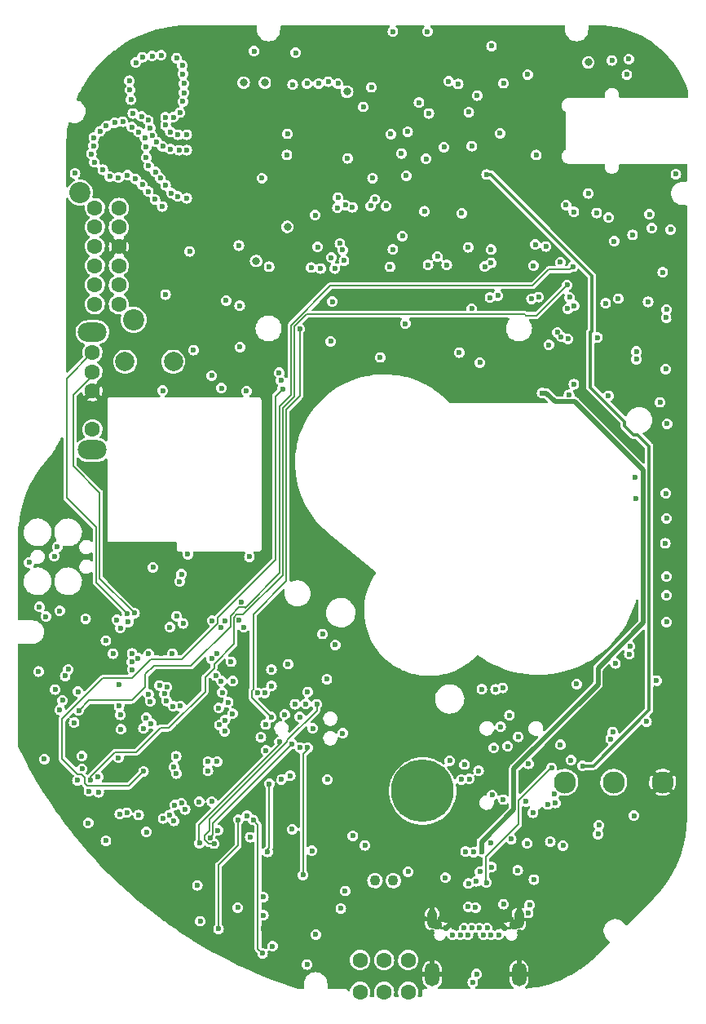
<source format=gbr>
G04 #@! TF.GenerationSoftware,KiCad,Pcbnew,6.0.2+dfsg-1*
G04 #@! TF.CreationDate,2022-08-23T15:38:08-04:00*
G04 #@! TF.ProjectId,RUSP_Mainboard,52555350-5f4d-4616-996e-626f6172642e,rev?*
G04 #@! TF.SameCoordinates,Original*
G04 #@! TF.FileFunction,Copper,L4,Inr*
G04 #@! TF.FilePolarity,Positive*
%FSLAX46Y46*%
G04 Gerber Fmt 4.6, Leading zero omitted, Abs format (unit mm)*
G04 Created by KiCad (PCBNEW 6.0.2+dfsg-1) date 2022-08-23 15:38:08*
%MOMM*%
%LPD*%
G01*
G04 APERTURE LIST*
G04 #@! TA.AperFunction,ComponentPad*
%ADD10C,2.300000*%
G04 #@! TD*
G04 #@! TA.AperFunction,ComponentPad*
%ADD11C,6.500000*%
G04 #@! TD*
G04 #@! TA.AperFunction,ComponentPad*
%ADD12C,1.600000*%
G04 #@! TD*
G04 #@! TA.AperFunction,ComponentPad*
%ADD13C,0.600000*%
G04 #@! TD*
G04 #@! TA.AperFunction,ComponentPad*
%ADD14O,1.000000X2.000000*%
G04 #@! TD*
G04 #@! TA.AperFunction,ComponentPad*
%ADD15O,1.500000X2.500000*%
G04 #@! TD*
G04 #@! TA.AperFunction,ComponentPad*
%ADD16C,1.100000*%
G04 #@! TD*
G04 #@! TA.AperFunction,ComponentPad*
%ADD17C,2.000000*%
G04 #@! TD*
G04 #@! TA.AperFunction,ComponentPad*
%ADD18O,3.000000X2.000000*%
G04 #@! TD*
G04 #@! TA.AperFunction,ComponentPad*
%ADD19C,2.200000*%
G04 #@! TD*
G04 #@! TA.AperFunction,ViaPad*
%ADD20C,0.600000*%
G04 #@! TD*
G04 #@! TA.AperFunction,ViaPad*
%ADD21C,0.800000*%
G04 #@! TD*
G04 #@! TA.AperFunction,Conductor*
%ADD22C,0.200000*%
G04 #@! TD*
G04 #@! TA.AperFunction,Conductor*
%ADD23C,0.500000*%
G04 #@! TD*
G04 #@! TA.AperFunction,Conductor*
%ADD24C,0.350000*%
G04 #@! TD*
G04 APERTURE END LIST*
D10*
X178930000Y-133100000D03*
X173850000Y-133100000D03*
X168770000Y-133100000D03*
D11*
X154000000Y-134000000D03*
D12*
X147500000Y-154850000D03*
X150000000Y-154850000D03*
X152500000Y-154850000D03*
X147500000Y-151550000D03*
X150000000Y-151550000D03*
X152500000Y-151550000D03*
D13*
X162550000Y-148230000D03*
X161900000Y-148930000D03*
X161100000Y-148930000D03*
X160700000Y-148230000D03*
X160300000Y-148930000D03*
X159900000Y-148230000D03*
X159100000Y-148230000D03*
X158700000Y-148930000D03*
X158300000Y-148230000D03*
X157900000Y-148930000D03*
X157100000Y-148930000D03*
X156450000Y-148230000D03*
D14*
X164000000Y-147280000D03*
D15*
X164000000Y-153030000D03*
D14*
X155000000Y-147280000D03*
D15*
X155000000Y-153030000D03*
D16*
X163550000Y-147830000D03*
X155450000Y-147830000D03*
D17*
X128100000Y-89460000D03*
X123100000Y-89460000D03*
D16*
X149050000Y-143300000D03*
X150950000Y-143300000D03*
D18*
X119700000Y-86400000D03*
X119700000Y-98600000D03*
D12*
X119700000Y-96500000D03*
X119700000Y-92500000D03*
X119700000Y-90500000D03*
X119700000Y-88500000D03*
D19*
X118400000Y-71900000D03*
X124000000Y-85100000D03*
D12*
X119950000Y-73500000D03*
X119950000Y-75500000D03*
X119950000Y-77500000D03*
X119950000Y-79500000D03*
X119950000Y-81500000D03*
X119950000Y-83500000D03*
X122450000Y-73500000D03*
X122450000Y-75500000D03*
X122450000Y-77500000D03*
X122450000Y-79500000D03*
X122450000Y-81500000D03*
X122450000Y-83500000D03*
D20*
X119264658Y-137323290D03*
X116300000Y-115300000D03*
X114700000Y-130700000D03*
X179720450Y-100507414D03*
X180056788Y-84780504D03*
X118200000Y-127650000D03*
X126900000Y-119750489D03*
X138030758Y-117769230D03*
X140100000Y-123800000D03*
X147345121Y-121661222D03*
X144300000Y-125450000D03*
X169328814Y-144905570D03*
X138616501Y-132550022D03*
X140493982Y-119313200D03*
X168000000Y-145300000D03*
X124800000Y-143300000D03*
X149200000Y-66000000D03*
X180560011Y-128302177D03*
X135800000Y-118950000D03*
X173433530Y-92123688D03*
X157400000Y-90300000D03*
X161001039Y-65812546D03*
X167900000Y-59000000D03*
X140163596Y-148736404D03*
X127574936Y-70119523D03*
X145150000Y-147999998D03*
X159210606Y-134910606D03*
X157750000Y-130775000D03*
X179714697Y-122654751D03*
X165029876Y-82136144D03*
X170924990Y-82750000D03*
X173250010Y-87311079D03*
X179449990Y-94550000D03*
X127700003Y-57299997D03*
X160800000Y-122900000D03*
X133500000Y-113699982D03*
X126350000Y-82650000D03*
X119249990Y-115100000D03*
X129988909Y-83888909D03*
X119100000Y-113570000D03*
X166350000Y-123000000D03*
X119030876Y-129070014D03*
X145006655Y-123407362D03*
X117275000Y-109600000D03*
X128650000Y-127360000D03*
X167100000Y-81100000D03*
X162897865Y-143357657D03*
X137399998Y-122731837D03*
X158100000Y-143199996D03*
X155800000Y-61600000D03*
X155600000Y-145800000D03*
X137450010Y-148300000D03*
X166492576Y-81449990D03*
X179300000Y-106525000D03*
X127200000Y-112850000D03*
X159500034Y-136300000D03*
X129100000Y-110400000D03*
X179997593Y-90164786D03*
X129895340Y-136921118D03*
X126110112Y-122363296D03*
X180688918Y-77331086D03*
X157449937Y-69258906D03*
X172822809Y-92125535D03*
X137720328Y-129799098D03*
X159485576Y-146111532D03*
X136400000Y-137000000D03*
X137378476Y-150856308D03*
X132800000Y-148300000D03*
X134846859Y-136977937D03*
X163200000Y-138999998D03*
X119342673Y-134025514D03*
X113122343Y-110293032D03*
X162835228Y-129362576D03*
X114200000Y-114899996D03*
X124500000Y-136500000D03*
X123850762Y-121400000D03*
X158833456Y-132738725D03*
X116050000Y-108650000D03*
X146750000Y-138650000D03*
X125307886Y-138244710D03*
X162321155Y-123293956D03*
X114883338Y-115897623D03*
X163007305Y-126140012D03*
X127192601Y-123923178D03*
X118150000Y-132900000D03*
X128400000Y-130400000D03*
X158349989Y-131249989D03*
X129600000Y-109450000D03*
X116319319Y-125578640D03*
X134800000Y-146100000D03*
X159600000Y-153000000D03*
X142900000Y-148886012D03*
X159200000Y-153850000D03*
X116600000Y-124600000D03*
X128950000Y-111500000D03*
D21*
X135400000Y-60499992D03*
X137600000Y-60500000D03*
X171200000Y-58400000D03*
D20*
X150900000Y-55200000D03*
X158014427Y-132813160D03*
X141293468Y-129498388D03*
X145951735Y-144368233D03*
X128450000Y-115850000D03*
X119000000Y-116120000D03*
X126000000Y-110800000D03*
X144917713Y-118850011D03*
X142000000Y-152000000D03*
X114100000Y-121600000D03*
X161394989Y-129531161D03*
X159100000Y-83950000D03*
X174013731Y-120753344D03*
X141850000Y-124950000D03*
X128426138Y-132198305D03*
X115754055Y-109644213D03*
X165500000Y-79500000D03*
X140010000Y-120830000D03*
X145827215Y-78971078D03*
X127420519Y-123209170D03*
X135158125Y-114394305D03*
X138081782Y-133256773D03*
X130900000Y-147500000D03*
X138400000Y-150100000D03*
X118598468Y-130376300D03*
X134295976Y-122605775D03*
X143100000Y-77550004D03*
X137894061Y-140318967D03*
X136500000Y-57220000D03*
X167100000Y-87700000D03*
X172999998Y-83400000D03*
X168388130Y-86863865D03*
X168000000Y-86400000D03*
X137450010Y-146885986D03*
X164953238Y-146660513D03*
X160100000Y-140299982D03*
X166400000Y-92700000D03*
X165700000Y-77300000D03*
X145700000Y-128000000D03*
X128161149Y-131497209D03*
X159807055Y-131899437D03*
X168293989Y-129208897D03*
X164850012Y-139430015D03*
X138300000Y-123100000D03*
X125000000Y-127500000D03*
X165100000Y-145825000D03*
X129322965Y-135915687D03*
X122653197Y-127600000D03*
X117800000Y-126900000D03*
X133185393Y-123776793D03*
X132100000Y-90900000D03*
X135419058Y-116995405D03*
X133591949Y-83108051D03*
X136000000Y-109700000D03*
X132619368Y-119759332D03*
D21*
X139950000Y-75450000D03*
D20*
X152300000Y-70150000D03*
X150900000Y-77800000D03*
X158725000Y-77575000D03*
X172072484Y-74027516D03*
X129800000Y-78000000D03*
X127300000Y-64100000D03*
X161108051Y-77816949D03*
X129200000Y-60600000D03*
X126750000Y-70400000D03*
X154200000Y-73850000D03*
X127000000Y-67100002D03*
X177548055Y-74168047D03*
X119600000Y-67900000D03*
X125300000Y-67150000D03*
X125300000Y-68250000D03*
X157800000Y-88500000D03*
X123900000Y-63700000D03*
X122850000Y-64550000D03*
X129100000Y-62450000D03*
X119900000Y-68750000D03*
X129500000Y-72500000D03*
X127300000Y-71150000D03*
X119850000Y-66200000D03*
X125500000Y-71800000D03*
X123700000Y-62250000D03*
X125150000Y-66200000D03*
X168294427Y-79137079D03*
X123550000Y-60300000D03*
X164900000Y-59650000D03*
X123350000Y-70100000D03*
X122000000Y-64650000D03*
X124800000Y-64000000D03*
X126349997Y-66649997D03*
X127800000Y-65600000D03*
X125700000Y-65200000D03*
X127900000Y-71950000D03*
X124900000Y-57850000D03*
X126250000Y-69750000D03*
X128100000Y-64100000D03*
X139950000Y-65800000D03*
X150600000Y-79600000D03*
X122400000Y-70350000D03*
X119800000Y-67050000D03*
X129092582Y-59600011D03*
X144508131Y-78644408D03*
X129200000Y-61550000D03*
X125550000Y-69150000D03*
X129050000Y-58700000D03*
X151890000Y-76414980D03*
X127300000Y-64900000D03*
X123600000Y-61250000D03*
X128600000Y-65900000D03*
X161100000Y-79200000D03*
X126850000Y-57650000D03*
X158052903Y-74057853D03*
X128700000Y-67500000D03*
X142850000Y-74250000D03*
X125500000Y-64400000D03*
X124200000Y-70500000D03*
X148800000Y-70400000D03*
X121500000Y-70250000D03*
X128800000Y-63600000D03*
X125900000Y-66000000D03*
X150200000Y-73300000D03*
X153613589Y-62563589D03*
X129500000Y-67500000D03*
X128550000Y-72300000D03*
X126950000Y-73350000D03*
X121150000Y-65000000D03*
X120500000Y-65550000D03*
X120777856Y-69534553D03*
X128450000Y-57950000D03*
X124206000Y-58420000D03*
X154500000Y-55200000D03*
X127800000Y-67400000D03*
X124500000Y-65600000D03*
X144450000Y-87350000D03*
X129500000Y-65900000D03*
X139900000Y-68000000D03*
X123800000Y-65100000D03*
X124900000Y-71100000D03*
X138050000Y-79600000D03*
X127300000Y-82500000D03*
X125900000Y-57750000D03*
X173650000Y-58200000D03*
X126200000Y-72600000D03*
X144884826Y-79784826D03*
X162400000Y-60550000D03*
X137300000Y-70400000D03*
X155543243Y-78543235D03*
X154562516Y-79399991D03*
X175400000Y-58050000D03*
X162040000Y-65750000D03*
X151800000Y-67850014D03*
X123829393Y-119744520D03*
X161224675Y-134423621D03*
X158740008Y-146030006D03*
X140456670Y-137969779D03*
X158770461Y-143603692D03*
X134100000Y-120581969D03*
X163934989Y-128375512D03*
X125300000Y-126400000D03*
X122600000Y-126100000D03*
X154350014Y-68400000D03*
X165800000Y-68000000D03*
X169744537Y-83656374D03*
X169270000Y-82780000D03*
X169063024Y-83969516D03*
X169099999Y-87100000D03*
X166040002Y-82740000D03*
X165296510Y-82927686D03*
X172150000Y-86950000D03*
X144100000Y-132800000D03*
X124443170Y-120214188D03*
X117900000Y-69900000D03*
X142498411Y-140199500D03*
X145200000Y-72400000D03*
X161058506Y-139396453D03*
X121100000Y-118400000D03*
X126659771Y-123046743D03*
X133088365Y-122600000D03*
X133489115Y-116371564D03*
X161569672Y-123467491D03*
X132076788Y-120277140D03*
X170000000Y-122900000D03*
X160150000Y-123450000D03*
X169001256Y-81497498D03*
X119488332Y-132850500D03*
X172210082Y-138488090D03*
X127050000Y-136850000D03*
X162395214Y-145747381D03*
X145500000Y-146200000D03*
X178300000Y-122550000D03*
X128159181Y-137111213D03*
X163875000Y-142225000D03*
X128960399Y-135259715D03*
X179329998Y-116470000D03*
X156350000Y-143000000D03*
X152486495Y-142379670D03*
X125700000Y-124710980D03*
X179329986Y-111750000D03*
X165550010Y-143199988D03*
X179329988Y-105702517D03*
X134249988Y-125975911D03*
X139669659Y-126076728D03*
X176063844Y-101494398D03*
X141240902Y-126313333D03*
X179376670Y-95900412D03*
X175950000Y-136550000D03*
X136816718Y-123805350D03*
X179250032Y-90225372D03*
X127750000Y-117000000D03*
X179329988Y-84050605D03*
X178925000Y-80175000D03*
X129119748Y-116616916D03*
X124084589Y-115549990D03*
X123800000Y-120600000D03*
X168569806Y-139669806D03*
X123272314Y-136238774D03*
X159676302Y-61840422D03*
X128000000Y-119750489D03*
X122540351Y-136399970D03*
X137450010Y-144999979D03*
X120361717Y-134146580D03*
X158459422Y-140288341D03*
X121099243Y-139157793D03*
X120300000Y-132525000D03*
X132150009Y-116325031D03*
X148000000Y-139650000D03*
X131700000Y-131900000D03*
X138280932Y-126331901D03*
X141225000Y-86050000D03*
X133442236Y-127800004D03*
X145705719Y-77871067D03*
X132892226Y-127141328D03*
X145400010Y-77186187D03*
X138300000Y-121400000D03*
X128838265Y-125198765D03*
X144050000Y-122400000D03*
X133076751Y-116998042D03*
X162100000Y-127339987D03*
X134939137Y-116266574D03*
X125537120Y-119778161D03*
X135700000Y-92500000D03*
X116870570Y-122056301D03*
X117199979Y-121382500D03*
X127000000Y-92449500D03*
X157691706Y-60633658D03*
X128750000Y-112250000D03*
X169400000Y-130800000D03*
X162362500Y-134887500D03*
X173530780Y-128597383D03*
X167250000Y-139250000D03*
X165441537Y-136248857D03*
X173748741Y-127879741D03*
X159575000Y-143375000D03*
X167000000Y-135400000D03*
X159941967Y-142381293D03*
X167799600Y-135249447D03*
X160625000Y-143500000D03*
X167400000Y-131600000D03*
X161150000Y-141900000D03*
X167663993Y-134336007D03*
X179200000Y-108300000D03*
X133459342Y-126650515D03*
X142041328Y-123724400D03*
X175455700Y-119809627D03*
X177800000Y-75600000D03*
X172312635Y-137550095D03*
X127716214Y-136506618D03*
X139323945Y-132799102D03*
X131700000Y-130949500D03*
X166800000Y-77500000D03*
X173291498Y-92987511D03*
X128238556Y-135461444D03*
X177249990Y-126800000D03*
X179329984Y-113700000D03*
X122600000Y-117100000D03*
X177417666Y-83254074D03*
X122250010Y-116250000D03*
X137596545Y-123831848D03*
X179300000Y-84900008D03*
X178661080Y-93658913D03*
X140749989Y-124996413D03*
X176160456Y-103639544D03*
X142582862Y-127510040D03*
X137700000Y-127100000D03*
X179260872Y-103112230D03*
X161150000Y-56700000D03*
X148675000Y-60975000D03*
X156500000Y-79400000D03*
X139274732Y-91397883D03*
X139100000Y-90600000D03*
X152200000Y-85500000D03*
X169700000Y-91800000D03*
X169200000Y-92900000D03*
X149600000Y-89000000D03*
X159950001Y-89549999D03*
X175518747Y-118968748D03*
X143599070Y-117700928D03*
X165002967Y-131177396D03*
X156815005Y-130857162D03*
X140252343Y-132414535D03*
X132650498Y-130949500D03*
X169600000Y-79600000D03*
X118275623Y-125647791D03*
X137200000Y-128400000D03*
X135019982Y-87930018D03*
X115830737Y-123478434D03*
X130200000Y-88250000D03*
D21*
X136700000Y-79000000D03*
D20*
X156210000Y-67200000D03*
X170600000Y-131400000D03*
X150698584Y-65851416D03*
X160650051Y-70028957D03*
X146200000Y-68350000D03*
X130800000Y-135120002D03*
X164745202Y-135085968D03*
X133100000Y-92200000D03*
X122475500Y-123000000D03*
X135000000Y-83650000D03*
X135750000Y-136550002D03*
X125800000Y-127000000D03*
X122400000Y-130549500D03*
X118624056Y-131703277D03*
X123436998Y-116463002D03*
X127400000Y-124661480D03*
X123303101Y-115551993D03*
X180300000Y-70000000D03*
X175200000Y-59650000D03*
X132828975Y-125383842D03*
X122475500Y-125198698D03*
X139462186Y-92284259D03*
X125017385Y-131952356D03*
X134911444Y-77411444D03*
X168900000Y-73200000D03*
X142000000Y-60600000D03*
X169700000Y-73900000D03*
X140500000Y-60700000D03*
X171200000Y-72000000D03*
X144200000Y-60400000D03*
X143200000Y-60600000D03*
X173325688Y-74503608D03*
X145200000Y-60600000D03*
X175799991Y-76299990D03*
X173900000Y-76950000D03*
X140800000Y-57400000D03*
X161800000Y-82600000D03*
X176200000Y-88400000D03*
X161000000Y-82800000D03*
X176200000Y-89200004D03*
X142431908Y-79681908D03*
X144626416Y-83226416D03*
X160457307Y-79585616D03*
D21*
X146152873Y-61447127D03*
D20*
X145145765Y-73482225D03*
X146000000Y-73200000D03*
X146710971Y-73438790D03*
X149050000Y-72600000D03*
X143403799Y-79785729D03*
X148588909Y-73288909D03*
X132739257Y-138075000D03*
X136100000Y-138799988D03*
X132100000Y-135100016D03*
X121838556Y-119738556D03*
X128088862Y-125210980D03*
X152450002Y-65582859D03*
X154650000Y-63700000D03*
X179750000Y-75750000D03*
X158799989Y-63545732D03*
X159111086Y-67088918D03*
X156700000Y-60350000D03*
X147848584Y-63001416D03*
X174300000Y-82900000D03*
X130809699Y-139411025D03*
X139115237Y-128915237D03*
X133800000Y-124800000D03*
X125542672Y-123978178D03*
X118200000Y-123700000D03*
X132500000Y-122030500D03*
X159298924Y-140350011D03*
X140440000Y-129100000D03*
X131913682Y-138840539D03*
X143000000Y-125000000D03*
X132331350Y-139463479D03*
X142042969Y-129500098D03*
X130600000Y-143800000D03*
X141572779Y-142725149D03*
D22*
X136400000Y-137000000D02*
X136900000Y-137500000D01*
X136900000Y-150377832D02*
X137378476Y-150856308D01*
X136900000Y-137500000D02*
X136900000Y-150377832D01*
X134846859Y-139628141D02*
X134846859Y-136977937D01*
X132800000Y-148300000D02*
X132800000Y-141675000D01*
X132800000Y-141675000D02*
X134846859Y-139628141D01*
X138081782Y-139881782D02*
X138081782Y-133256773D01*
X137894061Y-140069503D02*
X138081782Y-139881782D01*
X137894061Y-140318967D02*
X137894061Y-140069503D01*
D23*
X163470872Y-135894737D02*
X160100000Y-139265609D01*
X172210012Y-121241481D02*
X172210012Y-122934339D01*
X163470872Y-131673479D02*
X163470872Y-135894737D01*
X166400000Y-92700000D02*
X166824264Y-92700000D01*
X160100000Y-139265609D02*
X160100000Y-140299982D01*
X169800001Y-93600001D02*
X176923282Y-100723282D01*
X176923282Y-116528211D02*
X172210012Y-121241481D01*
X172210012Y-122934339D02*
X163470872Y-131673479D01*
X166824264Y-92700000D02*
X167724265Y-93600001D01*
X176923282Y-100723282D02*
X176923282Y-116528211D01*
X167724265Y-93600001D02*
X169800001Y-93600001D01*
D22*
X141935519Y-84550479D02*
X164600412Y-84550479D01*
X140674999Y-93075001D02*
X140674999Y-85810999D01*
X134675136Y-115716573D02*
X135369425Y-115716573D01*
X132329176Y-121270824D02*
X132329176Y-120826651D01*
X122047873Y-130000000D02*
X124227117Y-130000000D01*
X131400000Y-122200000D02*
X132329176Y-121270824D01*
X139500000Y-111585998D02*
X139500000Y-94250000D01*
X165848755Y-84649999D02*
X169001256Y-81497498D01*
X140674999Y-85810999D02*
X141935519Y-84550479D01*
X134389136Y-116002573D02*
X134675136Y-115716573D01*
X131400000Y-123700000D02*
X131400000Y-122200000D01*
X134389136Y-118766691D02*
X134389136Y-116002573D01*
X132329176Y-120826651D02*
X134389136Y-118766691D01*
X164600412Y-84550479D02*
X164699932Y-84649999D01*
X135369425Y-115716573D02*
X139500000Y-111585998D01*
X127622394Y-127477606D02*
X131400000Y-123700000D01*
X126749511Y-127477606D02*
X127622394Y-127477606D01*
X124227117Y-130000000D02*
X126749511Y-127477606D01*
X139500000Y-94250000D02*
X140674999Y-93075001D01*
X164699932Y-84649999D02*
X165848755Y-84649999D01*
X119488332Y-132559541D02*
X122047873Y-130000000D01*
X119488332Y-132850500D02*
X119488332Y-132559541D01*
X117700000Y-92900000D02*
X117700000Y-100275010D01*
X120450011Y-103025021D02*
X120450011Y-111915412D01*
X117700000Y-100275010D02*
X120450011Y-103025021D01*
X120450011Y-111915412D02*
X124084589Y-115549990D01*
X120100000Y-90500000D02*
X117700000Y-92900000D01*
X136267207Y-124318176D02*
X138280932Y-126331901D01*
X136267207Y-123577734D02*
X136267207Y-124318176D01*
X141225000Y-93019990D02*
X139850011Y-94394979D01*
X141225000Y-86050000D02*
X141225000Y-93019990D01*
X139850011Y-94394979D02*
X139850011Y-112189969D01*
X136400000Y-115639980D02*
X136400000Y-123444941D01*
X136400000Y-123444941D02*
X136267207Y-123577734D01*
X139850011Y-112189969D02*
X136400000Y-115639980D01*
X163970883Y-134963673D02*
X163970883Y-137429117D01*
X160541085Y-140858915D02*
X163970883Y-137429117D01*
X160550000Y-143425000D02*
X160625000Y-143500000D01*
X160550000Y-140850000D02*
X160550000Y-143425000D01*
X167400000Y-131600000D02*
X167334556Y-131600000D01*
X167334556Y-131600000D02*
X163970883Y-134963673D01*
X139149989Y-94105021D02*
X139149989Y-111398389D01*
X135600000Y-114948378D02*
X134948341Y-114948378D01*
X129945126Y-121018886D02*
X126070620Y-121018886D01*
X139149989Y-111398389D02*
X135556069Y-114992309D01*
X123800000Y-124600000D02*
X119323414Y-124600000D01*
X134948341Y-114948378D02*
X134039125Y-115857594D01*
X125200000Y-121889506D02*
X125200000Y-123200000D01*
X165394557Y-81586143D02*
X144404865Y-81586143D01*
X169300001Y-79899999D02*
X167080701Y-79899999D01*
X140324988Y-85666020D02*
X140324988Y-92930022D01*
X167080701Y-79899999D02*
X165394557Y-81586143D01*
X134039125Y-115857594D02*
X134039125Y-116924887D01*
X119323414Y-124600000D02*
X118275623Y-125647791D01*
X125200000Y-123200000D02*
X123800000Y-124600000D01*
X144404865Y-81586143D02*
X140324988Y-85666020D01*
X169600000Y-79600000D02*
X169300001Y-79899999D01*
X126070620Y-121018886D02*
X125200000Y-121889506D01*
X140324988Y-92930022D02*
X139149989Y-94105021D01*
X134039125Y-116924887D02*
X129945126Y-121018886D01*
D24*
X175868522Y-97024521D02*
X174975479Y-96131478D01*
X171724988Y-131400000D02*
X177530457Y-125594531D01*
X161074315Y-70028957D02*
X160650051Y-70028957D01*
X171424999Y-86399999D02*
X171550000Y-86274998D01*
X170600000Y-131400000D02*
X171724988Y-131400000D01*
X171550000Y-80504642D02*
X161074315Y-70028957D01*
X174975479Y-95675479D02*
X171424999Y-92124999D01*
X177530457Y-125594531D02*
X177530457Y-98230457D01*
X176324521Y-97024521D02*
X175868522Y-97024521D01*
X171550000Y-86274998D02*
X171550000Y-80504642D01*
X171424999Y-92124999D02*
X171424999Y-86399999D01*
X177530457Y-98230457D02*
X176324521Y-97024521D01*
X174975479Y-96131478D02*
X174975479Y-95675479D01*
D22*
X117022654Y-103537642D02*
X120100000Y-106614988D01*
X117022654Y-91177346D02*
X117022654Y-103537642D01*
X119700000Y-88500000D02*
X117022654Y-91177346D01*
X120100000Y-112348892D02*
X123303101Y-115551993D01*
X120100000Y-106614988D02*
X120100000Y-112348892D01*
X118923748Y-132609746D02*
X118564001Y-132249999D01*
X118923748Y-133223748D02*
X118923748Y-132609746D01*
X120785998Y-122300000D02*
X123792408Y-122300000D01*
X132700010Y-116589032D02*
X132700010Y-116038418D01*
X138700001Y-93046444D02*
X139462186Y-92284259D01*
X116550000Y-126535998D02*
X120785998Y-122300000D01*
X119176003Y-133476003D02*
X118923748Y-133223748D01*
X125792419Y-120299989D02*
X128989053Y-120299989D01*
X123469741Y-133500000D02*
X119594286Y-133500000D01*
X125017385Y-131952356D02*
X123469741Y-133500000D01*
X123792408Y-122300000D02*
X125792419Y-120299989D01*
X119594286Y-133500000D02*
X119570289Y-133476003D01*
X116550000Y-130634996D02*
X116550000Y-126535998D01*
X118564001Y-132249999D02*
X118165003Y-132249999D01*
X128989053Y-120299989D02*
X132700010Y-116589032D01*
X138700001Y-110038427D02*
X138700001Y-93046444D01*
X119570289Y-133476003D02*
X119176003Y-133476003D01*
X118165003Y-132249999D02*
X116550000Y-130634996D01*
X132700010Y-116038418D02*
X138700001Y-110038427D01*
X139115237Y-128915237D02*
X139115237Y-129181300D01*
X130800000Y-137496537D02*
X130800000Y-139401326D01*
X139115237Y-129181300D02*
X130800000Y-137496537D01*
X130800000Y-139401326D02*
X130809699Y-139411025D01*
X131913682Y-138840539D02*
X132189247Y-138564974D01*
X132189247Y-138564974D02*
X132189247Y-137350753D01*
X132189247Y-137350753D02*
X140440000Y-129100000D01*
X143000000Y-125000000D02*
X143000000Y-125643247D01*
X131364171Y-138612217D02*
X131364171Y-139068155D01*
X131839236Y-138137152D02*
X131364171Y-138612217D01*
X131839236Y-136968350D02*
X131839236Y-138137152D01*
X139896221Y-128911365D02*
X131839236Y-136968350D01*
X131364171Y-139068155D02*
X131759495Y-139463479D01*
X139896221Y-128747026D02*
X139896221Y-128911365D01*
X131759495Y-139463479D02*
X132331350Y-139463479D01*
X143000000Y-125643247D02*
X139896221Y-128747026D01*
X141707616Y-130059511D02*
X141572779Y-130059511D01*
X142042969Y-129500098D02*
X142042969Y-129724158D01*
X141572779Y-130059511D02*
X141572779Y-142725149D01*
X142042969Y-129724158D02*
X141707616Y-130059511D01*
G04 #@! TA.AperFunction,Conductor*
G36*
X136742121Y-54570002D02*
G01*
X136788614Y-54623658D01*
X136800000Y-54676000D01*
X136800000Y-54962966D01*
X136797579Y-54987547D01*
X136795102Y-55000000D01*
X136795663Y-55002818D01*
X136813716Y-55209174D01*
X136868061Y-55411992D01*
X136870383Y-55416972D01*
X136870384Y-55416974D01*
X136885598Y-55449599D01*
X136956800Y-55602292D01*
X137077235Y-55774292D01*
X137225708Y-55922765D01*
X137397708Y-56043200D01*
X137402686Y-56045521D01*
X137402689Y-56045523D01*
X137583026Y-56129616D01*
X137588008Y-56131939D01*
X137593316Y-56133361D01*
X137593318Y-56133362D01*
X137635819Y-56144750D01*
X137790826Y-56186284D01*
X138000000Y-56204584D01*
X138209174Y-56186284D01*
X138364181Y-56144750D01*
X138406682Y-56133362D01*
X138406684Y-56133361D01*
X138411992Y-56131939D01*
X138416974Y-56129616D01*
X138597311Y-56045523D01*
X138597314Y-56045521D01*
X138602292Y-56043200D01*
X138774292Y-55922765D01*
X138922765Y-55774292D01*
X139043200Y-55602292D01*
X139114403Y-55449599D01*
X139129616Y-55416974D01*
X139129617Y-55416972D01*
X139131939Y-55411992D01*
X139186284Y-55209174D01*
X139204337Y-55002818D01*
X139204898Y-55000000D01*
X139202421Y-54987547D01*
X139200000Y-54962966D01*
X139200000Y-54676000D01*
X139220002Y-54607879D01*
X139273658Y-54561386D01*
X139326000Y-54550000D01*
X150471618Y-54550000D01*
X150539739Y-54570002D01*
X150586232Y-54623658D01*
X150596336Y-54693932D01*
X150566842Y-54758512D01*
X150548322Y-54775962D01*
X150507379Y-54807379D01*
X150419139Y-54922375D01*
X150363670Y-55056291D01*
X150344750Y-55200000D01*
X150363670Y-55343709D01*
X150419139Y-55477625D01*
X150507379Y-55592621D01*
X150622375Y-55680861D01*
X150756291Y-55736330D01*
X150900000Y-55755250D01*
X151043709Y-55736330D01*
X151177625Y-55680861D01*
X151292621Y-55592621D01*
X151380861Y-55477625D01*
X151436330Y-55343709D01*
X151455250Y-55200000D01*
X151436330Y-55056291D01*
X151380861Y-54922375D01*
X151292621Y-54807379D01*
X151251678Y-54775962D01*
X151209811Y-54718624D01*
X151205589Y-54647753D01*
X151240354Y-54585850D01*
X151303066Y-54552569D01*
X151328382Y-54550000D01*
X154071618Y-54550000D01*
X154139739Y-54570002D01*
X154186232Y-54623658D01*
X154196336Y-54693932D01*
X154166842Y-54758512D01*
X154148322Y-54775962D01*
X154107379Y-54807379D01*
X154019139Y-54922375D01*
X153963670Y-55056291D01*
X153944750Y-55200000D01*
X153963670Y-55343709D01*
X154019139Y-55477625D01*
X154107379Y-55592621D01*
X154222375Y-55680861D01*
X154356291Y-55736330D01*
X154500000Y-55755250D01*
X154643709Y-55736330D01*
X154777625Y-55680861D01*
X154892621Y-55592621D01*
X154980861Y-55477625D01*
X155036330Y-55343709D01*
X155055250Y-55200000D01*
X155036330Y-55056291D01*
X154980861Y-54922375D01*
X154892621Y-54807379D01*
X154851678Y-54775962D01*
X154809811Y-54718624D01*
X154805589Y-54647753D01*
X154840354Y-54585850D01*
X154903066Y-54552569D01*
X154928382Y-54550000D01*
X168674000Y-54550000D01*
X168742121Y-54570002D01*
X168788614Y-54623658D01*
X168800000Y-54676000D01*
X168800000Y-54962966D01*
X168797579Y-54987547D01*
X168795102Y-55000000D01*
X168795663Y-55002818D01*
X168813716Y-55209174D01*
X168868061Y-55411992D01*
X168870383Y-55416972D01*
X168870384Y-55416974D01*
X168885598Y-55449599D01*
X168956800Y-55602292D01*
X169077235Y-55774292D01*
X169225708Y-55922765D01*
X169397708Y-56043200D01*
X169402686Y-56045521D01*
X169402689Y-56045523D01*
X169583026Y-56129616D01*
X169588008Y-56131939D01*
X169593316Y-56133361D01*
X169593318Y-56133362D01*
X169635819Y-56144750D01*
X169790826Y-56186284D01*
X170000000Y-56204584D01*
X170209174Y-56186284D01*
X170364181Y-56144750D01*
X170406682Y-56133362D01*
X170406684Y-56133361D01*
X170411992Y-56131939D01*
X170416974Y-56129616D01*
X170597311Y-56045523D01*
X170597314Y-56045521D01*
X170602292Y-56043200D01*
X170774292Y-55922765D01*
X170922765Y-55774292D01*
X171043200Y-55602292D01*
X171114403Y-55449599D01*
X171129616Y-55416974D01*
X171129617Y-55416972D01*
X171131939Y-55411992D01*
X171186284Y-55209174D01*
X171204337Y-55002818D01*
X171204898Y-55000000D01*
X171202421Y-54987547D01*
X171200000Y-54962966D01*
X171200000Y-54676000D01*
X171220002Y-54607879D01*
X171273658Y-54561386D01*
X171326000Y-54550000D01*
X172222966Y-54550000D01*
X172247547Y-54552421D01*
X172260000Y-54554898D01*
X172272172Y-54552477D01*
X172278921Y-54552477D01*
X172295698Y-54551080D01*
X172845588Y-54567716D01*
X172853165Y-54568174D01*
X173432844Y-54620913D01*
X173440403Y-54621833D01*
X174015808Y-54709514D01*
X174023279Y-54710885D01*
X174502718Y-54813929D01*
X174592339Y-54833191D01*
X174599738Y-54835017D01*
X175160355Y-54991498D01*
X175167629Y-54993768D01*
X175717745Y-55183846D01*
X175724869Y-55186551D01*
X176262506Y-55409544D01*
X176269453Y-55412675D01*
X176792633Y-55667763D01*
X176799334Y-55671284D01*
X177306158Y-55957544D01*
X177312676Y-55961491D01*
X177801230Y-56277841D01*
X177807498Y-56282174D01*
X178276038Y-56627481D01*
X178282033Y-56632185D01*
X178403990Y-56733995D01*
X178725453Y-57002353D01*
X178728844Y-57005184D01*
X178734538Y-57010236D01*
X178843075Y-57112592D01*
X179158003Y-57409584D01*
X179163386Y-57414978D01*
X179434942Y-57704021D01*
X179555212Y-57832035D01*
X179561915Y-57839170D01*
X179566959Y-57844875D01*
X179643014Y-57936330D01*
X179939115Y-58292383D01*
X179943808Y-58298386D01*
X180288239Y-58767582D01*
X180292561Y-58773859D01*
X180607996Y-59263014D01*
X180611930Y-59269540D01*
X180897214Y-59776859D01*
X180900747Y-59783611D01*
X181151325Y-60300000D01*
X181154848Y-60307261D01*
X181157961Y-60314204D01*
X181379953Y-60852283D01*
X181382630Y-60859373D01*
X181539194Y-61315272D01*
X181554777Y-61360647D01*
X181561608Y-61401787D01*
X181560639Y-61969460D01*
X181540521Y-62037547D01*
X181486786Y-62083948D01*
X181434721Y-62095245D01*
X180384988Y-62095930D01*
X174526081Y-62099755D01*
X174457948Y-62079797D01*
X174411421Y-62026172D01*
X174400000Y-61973755D01*
X174400000Y-61837034D01*
X174402421Y-61812453D01*
X174402477Y-61812170D01*
X174404898Y-61800000D01*
X174403272Y-61791824D01*
X174402478Y-61784270D01*
X174402478Y-61784265D01*
X174388341Y-61649770D01*
X174388341Y-61649768D01*
X174387651Y-61643207D01*
X174385333Y-61636071D01*
X174340975Y-61499552D01*
X174338933Y-61493267D01*
X174317836Y-61456725D01*
X174285859Y-61401340D01*
X174260105Y-61356733D01*
X174222774Y-61315272D01*
X174159034Y-61244482D01*
X174159033Y-61244481D01*
X174154612Y-61239571D01*
X174027066Y-61146903D01*
X174021037Y-61144219D01*
X174021034Y-61144217D01*
X173889075Y-61085466D01*
X173889072Y-61085465D01*
X173883039Y-61082779D01*
X173818489Y-61069058D01*
X173735285Y-61051372D01*
X173735280Y-61051372D01*
X173728828Y-61050000D01*
X173571172Y-61050000D01*
X173564720Y-61051372D01*
X173564715Y-61051372D01*
X173481511Y-61069058D01*
X173416961Y-61082779D01*
X173410928Y-61085465D01*
X173410925Y-61085466D01*
X173278967Y-61144217D01*
X173278964Y-61144219D01*
X173272935Y-61146903D01*
X173267594Y-61150783D01*
X173267593Y-61150784D01*
X173150732Y-61235688D01*
X173150730Y-61235690D01*
X173145388Y-61239571D01*
X173140967Y-61244481D01*
X173140966Y-61244482D01*
X173077227Y-61315272D01*
X173039895Y-61356733D01*
X173014141Y-61401340D01*
X172982165Y-61456725D01*
X172961067Y-61493267D01*
X172959025Y-61499552D01*
X172914668Y-61636071D01*
X172912349Y-61643207D01*
X172911659Y-61649768D01*
X172911659Y-61649770D01*
X172897522Y-61784265D01*
X172897522Y-61784270D01*
X172896728Y-61791824D01*
X172895102Y-61800000D01*
X172897523Y-61812170D01*
X172897579Y-61812453D01*
X172900000Y-61837034D01*
X172900000Y-61974000D01*
X172879998Y-62042121D01*
X172826342Y-62088614D01*
X172774000Y-62100000D01*
X169187034Y-62100000D01*
X169162453Y-62097579D01*
X169162408Y-62097570D01*
X169150000Y-62095102D01*
X169141824Y-62096728D01*
X169134270Y-62097522D01*
X169134265Y-62097522D01*
X168999770Y-62111659D01*
X168999768Y-62111659D01*
X168993207Y-62112349D01*
X168843267Y-62161067D01*
X168706733Y-62239895D01*
X168701826Y-62244313D01*
X168701825Y-62244314D01*
X168596382Y-62339255D01*
X168589571Y-62345388D01*
X168585690Y-62350730D01*
X168585688Y-62350732D01*
X168500784Y-62467593D01*
X168496903Y-62472935D01*
X168494219Y-62478964D01*
X168494217Y-62478967D01*
X168435466Y-62610925D01*
X168432779Y-62616961D01*
X168423952Y-62658489D01*
X168407897Y-62734021D01*
X168400000Y-62771172D01*
X168400000Y-62928828D01*
X168401372Y-62935280D01*
X168401372Y-62935285D01*
X168412322Y-62986797D01*
X168432779Y-63083039D01*
X168435465Y-63089072D01*
X168435466Y-63089075D01*
X168493374Y-63219139D01*
X168496903Y-63227066D01*
X168500783Y-63232407D01*
X168500784Y-63232408D01*
X168514087Y-63250718D01*
X168589571Y-63354612D01*
X168594481Y-63359033D01*
X168594482Y-63359034D01*
X168689680Y-63444750D01*
X168706733Y-63460105D01*
X168736426Y-63477248D01*
X168837000Y-63535315D01*
X168885993Y-63586698D01*
X168900000Y-63644434D01*
X168900000Y-67355566D01*
X168879998Y-67423687D01*
X168837000Y-67464685D01*
X168799955Y-67486073D01*
X168706733Y-67539895D01*
X168701826Y-67544313D01*
X168701825Y-67544314D01*
X168599629Y-67636332D01*
X168589571Y-67645388D01*
X168585690Y-67650730D01*
X168585688Y-67650732D01*
X168503046Y-67764480D01*
X168496903Y-67772935D01*
X168494219Y-67778964D01*
X168494217Y-67778967D01*
X168436685Y-67908188D01*
X168432779Y-67916961D01*
X168424640Y-67955250D01*
X168403614Y-68054172D01*
X168400000Y-68071172D01*
X168400000Y-68228828D01*
X168401372Y-68235280D01*
X168401372Y-68235285D01*
X168413560Y-68292621D01*
X168432779Y-68383039D01*
X168435465Y-68389072D01*
X168435466Y-68389075D01*
X168493293Y-68518957D01*
X168496903Y-68527066D01*
X168589571Y-68654612D01*
X168594481Y-68659033D01*
X168594482Y-68659034D01*
X168698124Y-68752353D01*
X168706733Y-68760105D01*
X168843267Y-68838933D01*
X168849553Y-68840975D01*
X168849552Y-68840975D01*
X168982035Y-68884021D01*
X168993207Y-68887651D01*
X168999768Y-68888341D01*
X168999770Y-68888341D01*
X169134265Y-68902478D01*
X169134270Y-68902478D01*
X169141824Y-68903272D01*
X169150000Y-68904898D01*
X169162453Y-68902421D01*
X169187034Y-68900000D01*
X172774000Y-68900000D01*
X172842121Y-68920002D01*
X172888614Y-68973658D01*
X172900000Y-69026000D01*
X172900000Y-69162966D01*
X172897579Y-69187547D01*
X172895102Y-69200000D01*
X172896728Y-69208176D01*
X172897522Y-69215730D01*
X172897522Y-69215735D01*
X172905056Y-69287408D01*
X172912349Y-69356793D01*
X172914389Y-69363071D01*
X172914389Y-69363072D01*
X172931751Y-69416506D01*
X172961067Y-69506733D01*
X172964370Y-69512455D01*
X172964371Y-69512456D01*
X172984689Y-69547647D01*
X173039895Y-69643267D01*
X173044313Y-69648174D01*
X173044314Y-69648175D01*
X173102315Y-69712592D01*
X173145388Y-69760429D01*
X173150730Y-69764310D01*
X173150732Y-69764312D01*
X173261446Y-69844750D01*
X173272935Y-69853097D01*
X173278964Y-69855781D01*
X173278967Y-69855783D01*
X173410925Y-69914534D01*
X173410928Y-69914535D01*
X173416961Y-69917221D01*
X173463786Y-69927174D01*
X173564715Y-69948628D01*
X173564720Y-69948628D01*
X173571172Y-69950000D01*
X173728828Y-69950000D01*
X173735280Y-69948628D01*
X173735285Y-69948628D01*
X173836214Y-69927174D01*
X173883039Y-69917221D01*
X173889072Y-69914535D01*
X173889075Y-69914534D01*
X174021034Y-69855783D01*
X174021037Y-69855781D01*
X174027066Y-69853097D01*
X174154612Y-69760429D01*
X174197685Y-69712592D01*
X174255686Y-69648175D01*
X174255687Y-69648174D01*
X174260105Y-69643267D01*
X174315311Y-69547647D01*
X174335629Y-69512456D01*
X174335630Y-69512455D01*
X174338933Y-69506733D01*
X174368249Y-69416506D01*
X174385611Y-69363072D01*
X174385611Y-69363071D01*
X174387651Y-69356793D01*
X174394944Y-69287408D01*
X174402478Y-69215735D01*
X174402478Y-69215730D01*
X174403272Y-69208176D01*
X174404898Y-69200000D01*
X174402421Y-69187547D01*
X174400000Y-69162966D01*
X174400000Y-69026000D01*
X174420002Y-68957879D01*
X174473658Y-68911386D01*
X174526000Y-68900000D01*
X181324000Y-68900000D01*
X181392121Y-68920002D01*
X181438614Y-68973658D01*
X181450000Y-69026000D01*
X181450000Y-70674000D01*
X181429998Y-70742121D01*
X181376342Y-70788614D01*
X181324000Y-70800000D01*
X181037034Y-70800000D01*
X181012453Y-70797579D01*
X181012176Y-70797524D01*
X181000000Y-70795102D01*
X180997182Y-70795663D01*
X180790826Y-70813716D01*
X180715047Y-70834021D01*
X180593318Y-70866638D01*
X180593316Y-70866639D01*
X180588008Y-70868061D01*
X180583028Y-70870383D01*
X180583026Y-70870384D01*
X180402689Y-70954477D01*
X180402686Y-70954479D01*
X180397708Y-70956800D01*
X180225708Y-71077235D01*
X180077235Y-71225708D01*
X179956800Y-71397708D01*
X179954479Y-71402686D01*
X179954477Y-71402689D01*
X179879463Y-71563557D01*
X179868061Y-71588008D01*
X179866639Y-71593316D01*
X179866638Y-71593318D01*
X179855960Y-71633169D01*
X179813716Y-71790826D01*
X179795416Y-72000000D01*
X179813716Y-72209174D01*
X179832925Y-72280861D01*
X179862871Y-72392621D01*
X179868061Y-72411992D01*
X179870383Y-72416972D01*
X179870384Y-72416974D01*
X179951913Y-72591811D01*
X179956800Y-72602292D01*
X180077235Y-72774292D01*
X180225708Y-72922765D01*
X180397708Y-73043200D01*
X180402686Y-73045521D01*
X180402689Y-73045523D01*
X180583026Y-73129616D01*
X180588008Y-73131939D01*
X180593316Y-73133361D01*
X180593318Y-73133362D01*
X180656433Y-73150273D01*
X180790826Y-73186284D01*
X180997182Y-73204337D01*
X181000000Y-73204898D01*
X181012176Y-73202476D01*
X181012453Y-73202421D01*
X181037034Y-73200000D01*
X181324000Y-73200000D01*
X181392121Y-73220002D01*
X181438614Y-73273658D01*
X181450000Y-73326000D01*
X181450000Y-136791966D01*
X181447579Y-136816547D01*
X181445102Y-136829000D01*
X181447522Y-136841169D01*
X181447522Y-136847295D01*
X181448996Y-136864771D01*
X181442525Y-137095395D01*
X181431611Y-137484337D01*
X181431215Y-137491394D01*
X181400057Y-137860767D01*
X181378602Y-138115111D01*
X181376405Y-138141150D01*
X181375615Y-138148168D01*
X181349913Y-138330206D01*
X181284454Y-138793843D01*
X181283270Y-138800811D01*
X181234904Y-139043944D01*
X181157030Y-139435418D01*
X181156049Y-139440347D01*
X181154478Y-139447228D01*
X180995373Y-140063980D01*
X180991593Y-140078633D01*
X180989638Y-140085418D01*
X180792130Y-140705042D01*
X180791604Y-140706693D01*
X180789269Y-140713365D01*
X180556713Y-141322546D01*
X180554008Y-141329075D01*
X180287657Y-141924263D01*
X180284595Y-141930622D01*
X180156979Y-142177625D01*
X179985284Y-142509943D01*
X179981865Y-142516129D01*
X179650542Y-143077751D01*
X179646781Y-143083735D01*
X179284491Y-143625889D01*
X179280413Y-143631637D01*
X179039788Y-143951340D01*
X178888270Y-144152652D01*
X178883862Y-144158178D01*
X178644759Y-144441303D01*
X178466476Y-144652411D01*
X178463149Y-144656350D01*
X178458441Y-144661618D01*
X178285933Y-144844065D01*
X178032601Y-145111992D01*
X178019212Y-145123296D01*
X178014872Y-145127635D01*
X178004552Y-145134530D01*
X177997482Y-145145110D01*
X177981826Y-145164186D01*
X175261083Y-147885325D01*
X175198773Y-147919355D01*
X175127957Y-147914295D01*
X175082886Y-147885331D01*
X174874963Y-147677408D01*
X174859295Y-147658317D01*
X174859138Y-147658082D01*
X174859136Y-147658080D01*
X174852240Y-147647760D01*
X174849851Y-147646164D01*
X174737769Y-147552115D01*
X174695341Y-147516513D01*
X174695338Y-147516511D01*
X174691123Y-147512974D01*
X174509228Y-147407957D01*
X174504065Y-147406078D01*
X174504061Y-147406076D01*
X174330403Y-147342870D01*
X174311860Y-147336121D01*
X174306443Y-147335166D01*
X174306440Y-147335165D01*
X174230258Y-147321732D01*
X174105017Y-147299649D01*
X173894983Y-147299649D01*
X173769742Y-147321732D01*
X173693560Y-147335165D01*
X173693557Y-147335166D01*
X173688140Y-147336121D01*
X173669597Y-147342870D01*
X173495939Y-147406076D01*
X173495935Y-147406078D01*
X173490772Y-147407957D01*
X173308877Y-147512974D01*
X173304662Y-147516511D01*
X173304659Y-147516513D01*
X173160336Y-147637616D01*
X173147982Y-147647982D01*
X173144451Y-147652190D01*
X173017022Y-147804053D01*
X173012974Y-147808877D01*
X172907957Y-147990772D01*
X172906078Y-147995935D01*
X172906076Y-147995939D01*
X172873680Y-148084948D01*
X172836121Y-148188140D01*
X172835166Y-148193557D01*
X172835165Y-148193560D01*
X172832524Y-148208539D01*
X172799649Y-148394983D01*
X172799649Y-148605017D01*
X172812133Y-148675816D01*
X172830755Y-148781426D01*
X172836121Y-148811860D01*
X172838005Y-148817036D01*
X172898359Y-148982857D01*
X172907957Y-149009228D01*
X173012974Y-149191123D01*
X173016511Y-149195338D01*
X173016513Y-149195341D01*
X173090622Y-149283659D01*
X173146164Y-149349851D01*
X173147760Y-149352240D01*
X173158080Y-149359136D01*
X173158082Y-149359138D01*
X173158317Y-149359295D01*
X173177408Y-149374963D01*
X173385351Y-149582906D01*
X173419377Y-149645218D01*
X173414312Y-149716033D01*
X173385351Y-149761096D01*
X172064408Y-151082039D01*
X172045320Y-151097706D01*
X172034749Y-151104770D01*
X172027854Y-151115090D01*
X172023520Y-151119425D01*
X172012208Y-151132823D01*
X171996422Y-151147749D01*
X171570998Y-151550000D01*
X171561863Y-151558637D01*
X171556595Y-151563345D01*
X171541671Y-151575949D01*
X171058444Y-151984045D01*
X171052919Y-151988452D01*
X170745005Y-152220210D01*
X170593513Y-152334234D01*
X170531952Y-152380569D01*
X170526195Y-152384654D01*
X170306647Y-152531370D01*
X169984074Y-152746934D01*
X169978090Y-152750695D01*
X169416492Y-153082017D01*
X169410306Y-153085436D01*
X169146362Y-153221813D01*
X168831024Y-153384744D01*
X168824685Y-153387797D01*
X168229498Y-153654168D01*
X168222994Y-153656863D01*
X167952572Y-153760106D01*
X167613825Y-153889435D01*
X167607155Y-153891769D01*
X167518995Y-153919874D01*
X166985918Y-154089816D01*
X166979158Y-154091764D01*
X166347793Y-154254665D01*
X166340926Y-154256234D01*
X165912232Y-154341533D01*
X165701394Y-154383484D01*
X165694426Y-154384668D01*
X165048810Y-154475853D01*
X165041789Y-154476645D01*
X165013517Y-154479031D01*
X164755590Y-154500802D01*
X164686028Y-154486600D01*
X164635187Y-154437045D01*
X164619208Y-154367870D01*
X164643165Y-154301037D01*
X164658419Y-154283699D01*
X164756263Y-154191173D01*
X164764562Y-154181559D01*
X164873765Y-154025602D01*
X164879958Y-154014520D01*
X164955570Y-153839790D01*
X164959412Y-153827678D01*
X164998660Y-153639813D01*
X164999905Y-153630227D01*
X164999912Y-153630078D01*
X165000000Y-153626742D01*
X165000000Y-153302115D01*
X164995525Y-153286876D01*
X164994135Y-153285671D01*
X164986452Y-153284000D01*
X163018115Y-153284000D01*
X163002876Y-153288475D01*
X163001671Y-153289865D01*
X163000000Y-153297548D01*
X163000000Y-153577574D01*
X163000323Y-153583949D01*
X163014728Y-153725766D01*
X163017282Y-153738206D01*
X163074214Y-153919874D01*
X163079223Y-153931562D01*
X163171523Y-154098077D01*
X163178767Y-154108500D01*
X163302670Y-154253059D01*
X163311868Y-154261818D01*
X163392980Y-154324735D01*
X163434547Y-154382291D01*
X163438398Y-154453184D01*
X163403310Y-154514904D01*
X163340424Y-154547856D01*
X163315750Y-154550295D01*
X160501254Y-154550204D01*
X159562990Y-154550174D01*
X159494870Y-154530170D01*
X159448379Y-154476513D01*
X159438277Y-154406238D01*
X159467772Y-154341658D01*
X159486290Y-154324212D01*
X159586071Y-154247647D01*
X159592621Y-154242621D01*
X159680861Y-154127625D01*
X159736330Y-153993709D01*
X159755250Y-153850000D01*
X159736330Y-153706291D01*
X159725538Y-153680236D01*
X159717950Y-153609646D01*
X159749731Y-153546160D01*
X159793730Y-153515611D01*
X159804894Y-153510987D01*
X159877625Y-153480861D01*
X159992621Y-153392621D01*
X160080861Y-153277625D01*
X160136330Y-153143709D01*
X160155250Y-153000000D01*
X160136330Y-152856291D01*
X160095570Y-152757885D01*
X163000000Y-152757885D01*
X163004475Y-152773124D01*
X163005865Y-152774329D01*
X163013548Y-152776000D01*
X163727885Y-152776000D01*
X163743124Y-152771525D01*
X163744329Y-152770135D01*
X163746000Y-152762452D01*
X163746000Y-152757885D01*
X164254000Y-152757885D01*
X164258475Y-152773124D01*
X164259865Y-152774329D01*
X164267548Y-152776000D01*
X164981885Y-152776000D01*
X164997124Y-152771525D01*
X164998329Y-152770135D01*
X165000000Y-152762452D01*
X165000000Y-152482426D01*
X164999677Y-152476051D01*
X164985272Y-152334234D01*
X164982718Y-152321794D01*
X164925786Y-152140126D01*
X164920777Y-152128438D01*
X164828477Y-151961923D01*
X164821233Y-151951500D01*
X164697330Y-151806941D01*
X164688132Y-151798182D01*
X164537696Y-151681491D01*
X164526922Y-151674759D01*
X164356098Y-151590703D01*
X164344196Y-151586276D01*
X164271529Y-151567348D01*
X164257436Y-151567782D01*
X164254000Y-151575965D01*
X164254000Y-152757885D01*
X163746000Y-152757885D01*
X163746000Y-151576019D01*
X163742027Y-151562488D01*
X163735925Y-151561611D01*
X163565358Y-151624367D01*
X163553945Y-151629934D01*
X163392134Y-151730261D01*
X163382068Y-151738013D01*
X163243742Y-151868821D01*
X163235438Y-151878441D01*
X163126235Y-152034398D01*
X163120042Y-152045480D01*
X163044430Y-152220210D01*
X163040588Y-152232322D01*
X163001340Y-152420187D01*
X163000095Y-152429773D01*
X163000088Y-152429922D01*
X163000000Y-152433258D01*
X163000000Y-152757885D01*
X160095570Y-152757885D01*
X160080861Y-152722375D01*
X159992621Y-152607379D01*
X159877625Y-152519139D01*
X159743709Y-152463670D01*
X159600000Y-152444750D01*
X159456291Y-152463670D01*
X159322375Y-152519139D01*
X159207379Y-152607379D01*
X159119139Y-152722375D01*
X159063670Y-152856291D01*
X159044750Y-153000000D01*
X159063670Y-153143709D01*
X159066831Y-153151340D01*
X159074462Y-153169764D01*
X159082050Y-153240354D01*
X159050269Y-153303840D01*
X159006270Y-153334389D01*
X158922375Y-153369139D01*
X158807379Y-153457379D01*
X158719139Y-153572375D01*
X158663670Y-153706291D01*
X158644750Y-153850000D01*
X158663670Y-153993709D01*
X158719139Y-154127625D01*
X158807379Y-154242621D01*
X158813929Y-154247647D01*
X158913679Y-154324188D01*
X158955546Y-154381526D01*
X158959768Y-154452397D01*
X158925004Y-154514299D01*
X158862291Y-154547581D01*
X158836971Y-154550150D01*
X157500933Y-154550107D01*
X155691905Y-154550049D01*
X155623787Y-154530045D01*
X155577296Y-154476388D01*
X155567194Y-154406113D01*
X155596689Y-154341533D01*
X155615028Y-154324224D01*
X155617931Y-154321988D01*
X155756258Y-154191179D01*
X155764562Y-154181559D01*
X155873765Y-154025602D01*
X155879958Y-154014520D01*
X155955570Y-153839790D01*
X155959412Y-153827678D01*
X155998660Y-153639813D01*
X155999905Y-153630227D01*
X155999912Y-153630078D01*
X156000000Y-153626742D01*
X156000000Y-153302115D01*
X155995525Y-153286876D01*
X155994135Y-153285671D01*
X155986452Y-153284000D01*
X154018115Y-153284000D01*
X154002876Y-153288475D01*
X154001671Y-153289865D01*
X154000000Y-153297548D01*
X154000000Y-153577574D01*
X154000323Y-153583949D01*
X154014728Y-153725766D01*
X154017282Y-153738206D01*
X154074214Y-153919874D01*
X154079223Y-153931562D01*
X154171523Y-154098077D01*
X154178767Y-154108500D01*
X154302670Y-154253059D01*
X154311874Y-154261824D01*
X154392604Y-154324445D01*
X154434171Y-154382001D01*
X154438021Y-154452893D01*
X154402934Y-154514613D01*
X154340047Y-154547565D01*
X154315374Y-154550004D01*
X154304987Y-154550004D01*
X154237037Y-154550001D01*
X154212463Y-154547580D01*
X154212176Y-154547523D01*
X154212170Y-154547523D01*
X154200000Y-154545102D01*
X154187829Y-154547523D01*
X154187828Y-154547523D01*
X154155783Y-154553897D01*
X154155780Y-154553898D01*
X154114616Y-154562085D01*
X154102463Y-154564502D01*
X154102460Y-154564504D01*
X154102455Y-154564505D01*
X154057734Y-154594386D01*
X154019766Y-154619754D01*
X154019764Y-154619758D01*
X154019760Y-154619760D01*
X154010644Y-154633403D01*
X154010642Y-154633405D01*
X153994397Y-154657717D01*
X153994396Y-154657720D01*
X153964508Y-154702447D01*
X153964507Y-154702452D01*
X153964505Y-154702455D01*
X153955223Y-154749117D01*
X153954091Y-154754809D01*
X153947773Y-154786567D01*
X153945102Y-154799992D01*
X153947523Y-154812163D01*
X153947580Y-154812452D01*
X153950000Y-154837029D01*
X153950000Y-155224000D01*
X153929998Y-155292121D01*
X153876342Y-155338614D01*
X153824000Y-155350000D01*
X153615522Y-155350000D01*
X153547401Y-155329998D01*
X153500908Y-155276342D01*
X153490804Y-155206068D01*
X153495964Y-155184228D01*
X153502737Y-155163867D01*
X153529351Y-155083863D01*
X153555171Y-154879474D01*
X153555583Y-154850000D01*
X153535480Y-154644970D01*
X153475935Y-154447749D01*
X153379218Y-154265849D01*
X153297998Y-154166264D01*
X153252906Y-154110975D01*
X153252903Y-154110972D01*
X153249011Y-154106200D01*
X153231565Y-154091767D01*
X153095025Y-153978811D01*
X153095021Y-153978809D01*
X153090275Y-153974882D01*
X152909055Y-153876897D01*
X152712254Y-153815977D01*
X152706129Y-153815333D01*
X152706128Y-153815333D01*
X152513498Y-153795087D01*
X152513496Y-153795087D01*
X152507369Y-153794443D01*
X152420529Y-153802346D01*
X152308342Y-153812555D01*
X152308339Y-153812556D01*
X152302203Y-153813114D01*
X152104572Y-153871280D01*
X152099107Y-153874137D01*
X152065380Y-153891769D01*
X151922002Y-153966726D01*
X151917201Y-153970586D01*
X151917198Y-153970588D01*
X151834556Y-154037034D01*
X151761447Y-154095815D01*
X151629024Y-154253630D01*
X151626056Y-154259028D01*
X151626053Y-154259033D01*
X151556985Y-154384668D01*
X151529776Y-154434162D01*
X151467484Y-154630532D01*
X151466798Y-154636649D01*
X151466797Y-154636653D01*
X151445714Y-154824620D01*
X151444520Y-154835262D01*
X151445036Y-154841406D01*
X151456715Y-154980482D01*
X151461759Y-155040553D01*
X151463458Y-155046478D01*
X151504403Y-155189270D01*
X151503952Y-155260265D01*
X151465190Y-155319746D01*
X151400424Y-155348829D01*
X151383284Y-155350000D01*
X151115522Y-155350000D01*
X151047401Y-155329998D01*
X151000908Y-155276342D01*
X150990804Y-155206068D01*
X150995964Y-155184228D01*
X151002737Y-155163867D01*
X151029351Y-155083863D01*
X151055171Y-154879474D01*
X151055583Y-154850000D01*
X151035480Y-154644970D01*
X150975935Y-154447749D01*
X150879218Y-154265849D01*
X150797998Y-154166264D01*
X150752906Y-154110975D01*
X150752903Y-154110972D01*
X150749011Y-154106200D01*
X150731565Y-154091767D01*
X150595025Y-153978811D01*
X150595021Y-153978809D01*
X150590275Y-153974882D01*
X150409055Y-153876897D01*
X150212254Y-153815977D01*
X150206129Y-153815333D01*
X150206128Y-153815333D01*
X150013498Y-153795087D01*
X150013496Y-153795087D01*
X150007369Y-153794443D01*
X149920529Y-153802346D01*
X149808342Y-153812555D01*
X149808339Y-153812556D01*
X149802203Y-153813114D01*
X149604572Y-153871280D01*
X149599107Y-153874137D01*
X149565380Y-153891769D01*
X149422002Y-153966726D01*
X149417201Y-153970586D01*
X149417198Y-153970588D01*
X149334556Y-154037034D01*
X149261447Y-154095815D01*
X149129024Y-154253630D01*
X149126056Y-154259028D01*
X149126053Y-154259033D01*
X149056985Y-154384668D01*
X149029776Y-154434162D01*
X148967484Y-154630532D01*
X148966798Y-154636649D01*
X148966797Y-154636653D01*
X148945714Y-154824620D01*
X148944520Y-154835262D01*
X148945036Y-154841406D01*
X148956715Y-154980482D01*
X148961759Y-155040553D01*
X148963458Y-155046478D01*
X149004403Y-155189270D01*
X149003952Y-155260265D01*
X148965190Y-155319746D01*
X148900424Y-155348829D01*
X148883284Y-155350000D01*
X148615522Y-155350000D01*
X148547401Y-155329998D01*
X148500908Y-155276342D01*
X148490804Y-155206068D01*
X148495964Y-155184228D01*
X148502737Y-155163867D01*
X148529351Y-155083863D01*
X148555171Y-154879474D01*
X148555583Y-154850000D01*
X148535480Y-154644970D01*
X148475935Y-154447749D01*
X148379218Y-154265849D01*
X148297998Y-154166264D01*
X148252906Y-154110975D01*
X148252903Y-154110972D01*
X148249011Y-154106200D01*
X148231565Y-154091767D01*
X148095025Y-153978811D01*
X148095021Y-153978809D01*
X148090275Y-153974882D01*
X147909055Y-153876897D01*
X147712254Y-153815977D01*
X147706129Y-153815333D01*
X147706128Y-153815333D01*
X147513498Y-153795087D01*
X147513496Y-153795087D01*
X147507369Y-153794443D01*
X147420529Y-153802346D01*
X147308342Y-153812555D01*
X147308339Y-153812556D01*
X147302203Y-153813114D01*
X147104572Y-153871280D01*
X147099107Y-153874137D01*
X147065380Y-153891769D01*
X146922002Y-153966726D01*
X146917201Y-153970586D01*
X146917198Y-153970588D01*
X146834556Y-154037034D01*
X146761447Y-154095815D01*
X146629024Y-154253630D01*
X146626056Y-154259028D01*
X146626053Y-154259033D01*
X146556985Y-154384668D01*
X146529776Y-154434162D01*
X146467484Y-154630532D01*
X146466798Y-154636651D01*
X146466797Y-154636654D01*
X146465647Y-154646910D01*
X146438178Y-154712377D01*
X146379674Y-154752600D01*
X146308712Y-154754809D01*
X146247821Y-154718302D01*
X146237022Y-154701434D01*
X146235495Y-154702455D01*
X146187133Y-154630076D01*
X146180240Y-154619760D01*
X146169924Y-154612867D01*
X146107862Y-154571398D01*
X146107860Y-154571397D01*
X146097545Y-154564505D01*
X146024624Y-154550000D01*
X146000000Y-154545102D01*
X145987829Y-154547523D01*
X145987547Y-154547579D01*
X145962966Y-154550000D01*
X144226000Y-154550000D01*
X144157879Y-154529998D01*
X144111386Y-154476342D01*
X144100000Y-154424000D01*
X144100000Y-154037034D01*
X144102421Y-154012453D01*
X144102476Y-154012176D01*
X144104898Y-154000000D01*
X144104337Y-153997182D01*
X144086284Y-153790826D01*
X144031939Y-153588008D01*
X144024649Y-153572375D01*
X143945523Y-153402689D01*
X143945521Y-153402686D01*
X143943200Y-153397708D01*
X143822765Y-153225708D01*
X143674292Y-153077235D01*
X143502292Y-152956800D01*
X143497314Y-152954479D01*
X143497311Y-152954477D01*
X143316974Y-152870384D01*
X143316972Y-152870383D01*
X143311992Y-152868061D01*
X143306684Y-152866639D01*
X143306682Y-152866638D01*
X143239587Y-152848660D01*
X143109174Y-152813716D01*
X142900000Y-152795416D01*
X142690826Y-152813716D01*
X142560413Y-152848660D01*
X142493318Y-152866638D01*
X142493316Y-152866639D01*
X142488008Y-152868061D01*
X142483028Y-152870383D01*
X142483026Y-152870384D01*
X142302689Y-152954477D01*
X142302686Y-152954479D01*
X142297708Y-152956800D01*
X142125708Y-153077235D01*
X141977235Y-153225708D01*
X141856800Y-153397708D01*
X141854479Y-153402686D01*
X141854477Y-153402689D01*
X141775351Y-153572375D01*
X141768061Y-153588008D01*
X141713716Y-153790826D01*
X141695663Y-153997182D01*
X141695102Y-154000000D01*
X141697524Y-154012176D01*
X141697579Y-154012453D01*
X141700000Y-154037034D01*
X141700000Y-154422738D01*
X141679998Y-154490859D01*
X141626342Y-154537352D01*
X141573578Y-154548737D01*
X141107774Y-154547176D01*
X141068585Y-154540789D01*
X139824832Y-154128909D01*
X139821489Y-154127749D01*
X139167765Y-153890692D01*
X138538336Y-153662445D01*
X138535043Y-153661198D01*
X137265395Y-153160019D01*
X137262122Y-153158674D01*
X136324760Y-152757885D01*
X154000000Y-152757885D01*
X154004475Y-152773124D01*
X154005865Y-152774329D01*
X154013548Y-152776000D01*
X154727885Y-152776000D01*
X154743124Y-152771525D01*
X154744329Y-152770135D01*
X154746000Y-152762452D01*
X154746000Y-152757885D01*
X155254000Y-152757885D01*
X155258475Y-152773124D01*
X155259865Y-152774329D01*
X155267548Y-152776000D01*
X155981885Y-152776000D01*
X155997124Y-152771525D01*
X155998329Y-152770135D01*
X156000000Y-152762452D01*
X156000000Y-152482426D01*
X155999677Y-152476051D01*
X155985272Y-152334234D01*
X155982718Y-152321794D01*
X155925786Y-152140126D01*
X155920777Y-152128438D01*
X155828477Y-151961923D01*
X155821233Y-151951500D01*
X155697330Y-151806941D01*
X155688132Y-151798182D01*
X155537696Y-151681491D01*
X155526922Y-151674759D01*
X155356098Y-151590703D01*
X155344196Y-151586276D01*
X155271529Y-151567348D01*
X155257436Y-151567782D01*
X155254000Y-151575965D01*
X155254000Y-152757885D01*
X154746000Y-152757885D01*
X154746000Y-151576019D01*
X154742027Y-151562488D01*
X154735925Y-151561611D01*
X154565358Y-151624367D01*
X154553945Y-151629934D01*
X154392134Y-151730261D01*
X154382068Y-151738013D01*
X154243742Y-151868821D01*
X154235438Y-151878441D01*
X154126235Y-152034398D01*
X154120042Y-152045480D01*
X154044430Y-152220210D01*
X154040588Y-152232322D01*
X154001340Y-152420187D01*
X154000095Y-152429773D01*
X154000088Y-152429922D01*
X154000000Y-152433258D01*
X154000000Y-152757885D01*
X136324760Y-152757885D01*
X136007101Y-152622063D01*
X136003867Y-152620626D01*
X135382901Y-152334234D01*
X134764411Y-152048984D01*
X134761256Y-152047476D01*
X134665484Y-152000000D01*
X141444750Y-152000000D01*
X141463670Y-152143709D01*
X141519139Y-152277625D01*
X141607379Y-152392621D01*
X141722375Y-152480861D01*
X141856291Y-152536330D01*
X142000000Y-152555250D01*
X142143709Y-152536330D01*
X142277625Y-152480861D01*
X142392621Y-152392621D01*
X142480861Y-152277625D01*
X142536330Y-152143709D01*
X142555250Y-152000000D01*
X142536330Y-151856291D01*
X142480861Y-151722375D01*
X142392621Y-151607379D01*
X142298637Y-151535262D01*
X146444520Y-151535262D01*
X146445036Y-151541406D01*
X146460233Y-151722375D01*
X146461759Y-151740553D01*
X146463458Y-151746478D01*
X146501298Y-151878441D01*
X146518544Y-151938586D01*
X146521359Y-151944063D01*
X146521360Y-151944066D01*
X146545898Y-151991812D01*
X146612712Y-152121818D01*
X146740677Y-152283270D01*
X146745370Y-152287264D01*
X146745371Y-152287265D01*
X146800560Y-152334234D01*
X146897564Y-152416791D01*
X146902942Y-152419797D01*
X146902944Y-152419798D01*
X146979515Y-152462592D01*
X147077398Y-152517297D01*
X147172238Y-152548113D01*
X147267471Y-152579056D01*
X147267475Y-152579057D01*
X147273329Y-152580959D01*
X147477894Y-152605351D01*
X147484029Y-152604879D01*
X147484031Y-152604879D01*
X147540039Y-152600569D01*
X147683300Y-152589546D01*
X147689230Y-152587890D01*
X147689232Y-152587890D01*
X147875797Y-152535800D01*
X147875796Y-152535800D01*
X147881725Y-152534145D01*
X147887214Y-152531372D01*
X147887220Y-152531370D01*
X148060116Y-152444033D01*
X148065610Y-152441258D01*
X148080120Y-152429922D01*
X148223101Y-152318213D01*
X148227951Y-152314424D01*
X148254059Y-152284178D01*
X148358540Y-152163134D01*
X148358540Y-152163133D01*
X148362564Y-152158472D01*
X148383387Y-152121818D01*
X148424757Y-152048993D01*
X148464323Y-151979344D01*
X148529351Y-151783863D01*
X148555171Y-151579474D01*
X148555583Y-151550000D01*
X148554138Y-151535262D01*
X148944520Y-151535262D01*
X148945036Y-151541406D01*
X148960233Y-151722375D01*
X148961759Y-151740553D01*
X148963458Y-151746478D01*
X149001298Y-151878441D01*
X149018544Y-151938586D01*
X149021359Y-151944063D01*
X149021360Y-151944066D01*
X149045898Y-151991812D01*
X149112712Y-152121818D01*
X149240677Y-152283270D01*
X149245370Y-152287264D01*
X149245371Y-152287265D01*
X149300560Y-152334234D01*
X149397564Y-152416791D01*
X149402942Y-152419797D01*
X149402944Y-152419798D01*
X149479515Y-152462592D01*
X149577398Y-152517297D01*
X149672238Y-152548113D01*
X149767471Y-152579056D01*
X149767475Y-152579057D01*
X149773329Y-152580959D01*
X149977894Y-152605351D01*
X149984029Y-152604879D01*
X149984031Y-152604879D01*
X150040039Y-152600569D01*
X150183300Y-152589546D01*
X150189230Y-152587890D01*
X150189232Y-152587890D01*
X150375797Y-152535800D01*
X150375796Y-152535800D01*
X150381725Y-152534145D01*
X150387214Y-152531372D01*
X150387220Y-152531370D01*
X150560116Y-152444033D01*
X150565610Y-152441258D01*
X150580120Y-152429922D01*
X150723101Y-152318213D01*
X150727951Y-152314424D01*
X150754059Y-152284178D01*
X150858540Y-152163134D01*
X150858540Y-152163133D01*
X150862564Y-152158472D01*
X150883387Y-152121818D01*
X150924757Y-152048993D01*
X150964323Y-151979344D01*
X151029351Y-151783863D01*
X151055171Y-151579474D01*
X151055583Y-151550000D01*
X151054138Y-151535262D01*
X151444520Y-151535262D01*
X151445036Y-151541406D01*
X151460233Y-151722375D01*
X151461759Y-151740553D01*
X151463458Y-151746478D01*
X151501298Y-151878441D01*
X151518544Y-151938586D01*
X151521359Y-151944063D01*
X151521360Y-151944066D01*
X151545898Y-151991812D01*
X151612712Y-152121818D01*
X151740677Y-152283270D01*
X151745370Y-152287264D01*
X151745371Y-152287265D01*
X151800560Y-152334234D01*
X151897564Y-152416791D01*
X151902942Y-152419797D01*
X151902944Y-152419798D01*
X151979515Y-152462592D01*
X152077398Y-152517297D01*
X152172238Y-152548113D01*
X152267471Y-152579056D01*
X152267475Y-152579057D01*
X152273329Y-152580959D01*
X152477894Y-152605351D01*
X152484029Y-152604879D01*
X152484031Y-152604879D01*
X152540039Y-152600569D01*
X152683300Y-152589546D01*
X152689230Y-152587890D01*
X152689232Y-152587890D01*
X152875797Y-152535800D01*
X152875796Y-152535800D01*
X152881725Y-152534145D01*
X152887214Y-152531372D01*
X152887220Y-152531370D01*
X153060116Y-152444033D01*
X153065610Y-152441258D01*
X153080120Y-152429922D01*
X153223101Y-152318213D01*
X153227951Y-152314424D01*
X153254059Y-152284178D01*
X153358540Y-152163134D01*
X153358540Y-152163133D01*
X153362564Y-152158472D01*
X153383387Y-152121818D01*
X153424757Y-152048993D01*
X153464323Y-151979344D01*
X153529351Y-151783863D01*
X153555171Y-151579474D01*
X153555583Y-151550000D01*
X153535480Y-151344970D01*
X153475935Y-151147749D01*
X153379218Y-150965849D01*
X153283200Y-150848120D01*
X153252906Y-150810975D01*
X153252903Y-150810972D01*
X153249011Y-150806200D01*
X153231786Y-150791950D01*
X153095025Y-150678811D01*
X153095021Y-150678809D01*
X153090275Y-150674882D01*
X152909055Y-150576897D01*
X152712254Y-150515977D01*
X152706129Y-150515333D01*
X152706128Y-150515333D01*
X152513498Y-150495087D01*
X152513496Y-150495087D01*
X152507369Y-150494443D01*
X152423241Y-150502099D01*
X152308342Y-150512555D01*
X152308339Y-150512556D01*
X152302203Y-150513114D01*
X152104572Y-150571280D01*
X152099107Y-150574137D01*
X152097313Y-150575075D01*
X151922002Y-150666726D01*
X151917201Y-150670586D01*
X151917198Y-150670588D01*
X151766254Y-150791950D01*
X151761447Y-150795815D01*
X151629024Y-150953630D01*
X151626056Y-150959028D01*
X151626053Y-150959033D01*
X151599327Y-151007648D01*
X151529776Y-151134162D01*
X151467484Y-151330532D01*
X151466798Y-151336649D01*
X151466797Y-151336653D01*
X151452671Y-151462592D01*
X151444520Y-151535262D01*
X151054138Y-151535262D01*
X151035480Y-151344970D01*
X150975935Y-151147749D01*
X150879218Y-150965849D01*
X150783200Y-150848120D01*
X150752906Y-150810975D01*
X150752903Y-150810972D01*
X150749011Y-150806200D01*
X150731786Y-150791950D01*
X150595025Y-150678811D01*
X150595021Y-150678809D01*
X150590275Y-150674882D01*
X150409055Y-150576897D01*
X150212254Y-150515977D01*
X150206129Y-150515333D01*
X150206128Y-150515333D01*
X150013498Y-150495087D01*
X150013496Y-150495087D01*
X150007369Y-150494443D01*
X149923241Y-150502099D01*
X149808342Y-150512555D01*
X149808339Y-150512556D01*
X149802203Y-150513114D01*
X149604572Y-150571280D01*
X149599107Y-150574137D01*
X149597313Y-150575075D01*
X149422002Y-150666726D01*
X149417201Y-150670586D01*
X149417198Y-150670588D01*
X149266254Y-150791950D01*
X149261447Y-150795815D01*
X149129024Y-150953630D01*
X149126056Y-150959028D01*
X149126053Y-150959033D01*
X149099327Y-151007648D01*
X149029776Y-151134162D01*
X148967484Y-151330532D01*
X148966798Y-151336649D01*
X148966797Y-151336653D01*
X148952671Y-151462592D01*
X148944520Y-151535262D01*
X148554138Y-151535262D01*
X148535480Y-151344970D01*
X148475935Y-151147749D01*
X148379218Y-150965849D01*
X148283200Y-150848120D01*
X148252906Y-150810975D01*
X148252903Y-150810972D01*
X148249011Y-150806200D01*
X148231786Y-150791950D01*
X148095025Y-150678811D01*
X148095021Y-150678809D01*
X148090275Y-150674882D01*
X147909055Y-150576897D01*
X147712254Y-150515977D01*
X147706129Y-150515333D01*
X147706128Y-150515333D01*
X147513498Y-150495087D01*
X147513496Y-150495087D01*
X147507369Y-150494443D01*
X147423241Y-150502099D01*
X147308342Y-150512555D01*
X147308339Y-150512556D01*
X147302203Y-150513114D01*
X147104572Y-150571280D01*
X147099107Y-150574137D01*
X147097313Y-150575075D01*
X146922002Y-150666726D01*
X146917201Y-150670586D01*
X146917198Y-150670588D01*
X146766254Y-150791950D01*
X146761447Y-150795815D01*
X146629024Y-150953630D01*
X146626056Y-150959028D01*
X146626053Y-150959033D01*
X146599327Y-151007648D01*
X146529776Y-151134162D01*
X146467484Y-151330532D01*
X146466798Y-151336649D01*
X146466797Y-151336653D01*
X146452671Y-151462592D01*
X146444520Y-151535262D01*
X142298637Y-151535262D01*
X142277625Y-151519139D01*
X142143709Y-151463670D01*
X142000000Y-151444750D01*
X141856291Y-151463670D01*
X141722375Y-151519139D01*
X141607379Y-151607379D01*
X141519139Y-151722375D01*
X141463670Y-151856291D01*
X141444750Y-152000000D01*
X134665484Y-152000000D01*
X133538268Y-151441219D01*
X133535136Y-151439610D01*
X132329702Y-150799273D01*
X132326601Y-150797570D01*
X131139663Y-150123659D01*
X131136610Y-150121869D01*
X130026230Y-149449509D01*
X129968985Y-149414846D01*
X129965987Y-149412971D01*
X129894471Y-149366873D01*
X128818751Y-148673486D01*
X128815859Y-148671565D01*
X128273488Y-148300000D01*
X132244750Y-148300000D01*
X132263670Y-148443709D01*
X132319139Y-148577625D01*
X132407379Y-148692621D01*
X132522375Y-148780861D01*
X132656291Y-148836330D01*
X132800000Y-148855250D01*
X132943709Y-148836330D01*
X133077625Y-148780861D01*
X133192621Y-148692621D01*
X133280861Y-148577625D01*
X133336330Y-148443709D01*
X133355250Y-148300000D01*
X133336330Y-148156291D01*
X133280861Y-148022375D01*
X133192621Y-147907379D01*
X133187111Y-147903151D01*
X133153379Y-147841370D01*
X133150500Y-147814591D01*
X133150500Y-146100000D01*
X134244750Y-146100000D01*
X134263670Y-146243709D01*
X134319139Y-146377625D01*
X134407379Y-146492621D01*
X134522375Y-146580861D01*
X134656291Y-146636330D01*
X134800000Y-146655250D01*
X134943709Y-146636330D01*
X135077625Y-146580861D01*
X135192621Y-146492621D01*
X135280861Y-146377625D01*
X135336330Y-146243709D01*
X135355250Y-146100000D01*
X135336330Y-145956291D01*
X135280861Y-145822375D01*
X135192621Y-145707379D01*
X135077625Y-145619139D01*
X134943709Y-145563670D01*
X134800000Y-145544750D01*
X134656291Y-145563670D01*
X134522375Y-145619139D01*
X134407379Y-145707379D01*
X134319139Y-145822375D01*
X134263670Y-145956291D01*
X134244750Y-146100000D01*
X133150500Y-146100000D01*
X133150500Y-141872372D01*
X133170502Y-141804251D01*
X133187405Y-141783277D01*
X135058758Y-139911924D01*
X135073712Y-139899846D01*
X135077264Y-139896614D01*
X135086011Y-139890966D01*
X135104861Y-139867055D01*
X135108358Y-139863120D01*
X135108254Y-139863032D01*
X135111607Y-139859075D01*
X135115288Y-139855394D01*
X135125526Y-139841068D01*
X135129089Y-139836322D01*
X135158251Y-139799330D01*
X135161052Y-139791354D01*
X135165970Y-139784472D01*
X135179478Y-139739305D01*
X135181300Y-139733699D01*
X135194287Y-139696718D01*
X135194288Y-139696712D01*
X135196914Y-139689235D01*
X135197359Y-139684097D01*
X135197359Y-139681378D01*
X135197454Y-139679196D01*
X135197614Y-139678661D01*
X135197641Y-139678662D01*
X135197648Y-139678544D01*
X135199403Y-139672677D01*
X135197456Y-139623122D01*
X135197359Y-139618175D01*
X135197359Y-137463346D01*
X135217361Y-137395225D01*
X135233607Y-137375065D01*
X135239480Y-137370558D01*
X135327720Y-137255562D01*
X135370431Y-137152448D01*
X135380129Y-137129035D01*
X135424677Y-137073754D01*
X135492041Y-137051333D01*
X135544755Y-137060844D01*
X135577153Y-137074263D01*
X135606291Y-137086332D01*
X135733085Y-137103025D01*
X135741812Y-137104174D01*
X135750000Y-137105252D01*
X135758188Y-137104174D01*
X135763103Y-137104174D01*
X135831224Y-137124176D01*
X135879512Y-137181956D01*
X135919139Y-137277625D01*
X136007379Y-137392621D01*
X136122375Y-137480861D01*
X136256291Y-137536330D01*
X136360845Y-137550095D01*
X136391812Y-137554172D01*
X136400000Y-137555250D01*
X136406884Y-137554344D01*
X136474420Y-137574174D01*
X136495392Y-137591074D01*
X136512593Y-137608274D01*
X136546620Y-137670585D01*
X136549500Y-137697372D01*
X136549500Y-138201748D01*
X136529498Y-138269869D01*
X136475842Y-138316362D01*
X136405568Y-138326466D01*
X136375285Y-138318158D01*
X136243709Y-138263658D01*
X136100000Y-138244738D01*
X135956291Y-138263658D01*
X135822375Y-138319127D01*
X135707379Y-138407367D01*
X135619139Y-138522363D01*
X135563670Y-138656279D01*
X135544750Y-138799988D01*
X135563670Y-138943697D01*
X135619139Y-139077613D01*
X135707379Y-139192609D01*
X135822375Y-139280849D01*
X135956291Y-139336318D01*
X136100000Y-139355238D01*
X136243709Y-139336318D01*
X136375284Y-139281819D01*
X136445872Y-139274230D01*
X136509359Y-139306009D01*
X136545586Y-139367068D01*
X136549500Y-139398228D01*
X136549500Y-150327008D01*
X136547467Y-150346107D01*
X136547240Y-150350915D01*
X136545049Y-150361093D01*
X136546273Y-150371432D01*
X136548627Y-150391323D01*
X136548937Y-150396578D01*
X136549072Y-150396567D01*
X136549500Y-150401746D01*
X136549500Y-150406947D01*
X136550354Y-150412075D01*
X136550354Y-150412081D01*
X136552389Y-150424305D01*
X136553226Y-150430181D01*
X136558764Y-150476970D01*
X136562423Y-150484590D01*
X136563812Y-150492935D01*
X136576245Y-150515977D01*
X136586192Y-150534412D01*
X136588884Y-150539697D01*
X136609274Y-150582158D01*
X136612592Y-150586106D01*
X136614525Y-150588039D01*
X136615990Y-150589636D01*
X136616254Y-150590126D01*
X136616234Y-150590145D01*
X136616313Y-150590234D01*
X136619222Y-150595626D01*
X136626870Y-150602696D01*
X136626871Y-150602697D01*
X136655636Y-150629287D01*
X136659202Y-150632716D01*
X136787399Y-150760913D01*
X136821425Y-150823225D01*
X136824192Y-150848969D01*
X136823226Y-150856308D01*
X136842146Y-151000017D01*
X136897615Y-151133933D01*
X136985855Y-151248929D01*
X137100851Y-151337169D01*
X137234767Y-151392638D01*
X137378476Y-151411558D01*
X137522185Y-151392638D01*
X137656101Y-151337169D01*
X137771097Y-151248929D01*
X137859337Y-151133933D01*
X137914806Y-151000017D01*
X137933726Y-150856308D01*
X137914806Y-150712599D01*
X137911645Y-150704969D01*
X137911313Y-150703728D01*
X137913001Y-150632751D01*
X137952795Y-150573955D01*
X138018059Y-150546006D01*
X138088073Y-150557779D01*
X138109722Y-150571152D01*
X138114835Y-150575075D01*
X138122375Y-150580861D01*
X138256291Y-150636330D01*
X138400000Y-150655250D01*
X138543709Y-150636330D01*
X138677625Y-150580861D01*
X138792621Y-150492621D01*
X138880861Y-150377625D01*
X138936330Y-150243709D01*
X138955250Y-150100000D01*
X138936330Y-149956291D01*
X138880861Y-149822375D01*
X138792621Y-149707379D01*
X138677625Y-149619139D01*
X138543709Y-149563670D01*
X138400000Y-149544750D01*
X138256291Y-149563670D01*
X138122375Y-149619139D01*
X138007379Y-149707379D01*
X137919139Y-149822375D01*
X137863670Y-149956291D01*
X137844750Y-150100000D01*
X137863670Y-150243709D01*
X137866831Y-150251339D01*
X137867163Y-150252580D01*
X137865475Y-150323557D01*
X137825681Y-150382353D01*
X137760417Y-150410302D01*
X137690403Y-150398529D01*
X137668754Y-150385156D01*
X137662654Y-150380475D01*
X137662652Y-150380474D01*
X137656101Y-150375447D01*
X137522185Y-150319978D01*
X137378476Y-150301058D01*
X137374577Y-150301571D01*
X137308379Y-150282134D01*
X137261886Y-150228478D01*
X137250500Y-150176136D01*
X137250500Y-148886012D01*
X142344750Y-148886012D01*
X142363670Y-149029721D01*
X142419139Y-149163637D01*
X142507379Y-149278633D01*
X142622375Y-149366873D01*
X142756291Y-149422342D01*
X142900000Y-149441262D01*
X143043709Y-149422342D01*
X143177625Y-149366873D01*
X143292621Y-149278633D01*
X143380861Y-149163637D01*
X143436330Y-149029721D01*
X143455250Y-148886012D01*
X143436330Y-148742303D01*
X143380861Y-148608387D01*
X143292621Y-148493391D01*
X143177625Y-148405151D01*
X143043709Y-148349682D01*
X142900000Y-148330762D01*
X142756291Y-148349682D01*
X142622375Y-148405151D01*
X142507379Y-148493391D01*
X142419139Y-148608387D01*
X142363670Y-148742303D01*
X142344750Y-148886012D01*
X137250500Y-148886012D01*
X137250500Y-147820132D01*
X154250000Y-147820132D01*
X154250425Y-147827436D01*
X154264299Y-147946440D01*
X154267644Y-147960592D01*
X154322322Y-148111227D01*
X154328832Y-148124226D01*
X154416697Y-148258242D01*
X154426021Y-148269394D01*
X154542358Y-148379601D01*
X154554005Y-148388314D01*
X154692575Y-148468803D01*
X154705905Y-148474599D01*
X154728664Y-148481492D01*
X154742763Y-148481611D01*
X154746000Y-148474680D01*
X154746000Y-148451511D01*
X154766002Y-148383390D01*
X154819658Y-148336897D01*
X154889932Y-148326793D01*
X154893077Y-148327412D01*
X154897537Y-148328012D01*
X154904401Y-148329735D01*
X154974178Y-148331239D01*
X154999339Y-148331781D01*
X155009913Y-148332455D01*
X155010732Y-148332542D01*
X155010734Y-148332542D01*
X155023077Y-148333851D01*
X155034620Y-148330444D01*
X155044413Y-148330000D01*
X155103725Y-148330000D01*
X155171846Y-148350002D01*
X155218339Y-148403658D01*
X155228443Y-148473932D01*
X155198949Y-148538512D01*
X155153098Y-148567979D01*
X155151400Y-148569939D01*
X155163295Y-148578190D01*
X155207868Y-148633450D01*
X155215490Y-148704036D01*
X155207890Y-148729941D01*
X155193117Y-148765605D01*
X155193116Y-148765610D01*
X155189956Y-148773238D01*
X155169318Y-148930000D01*
X155189956Y-149086762D01*
X155250464Y-149232841D01*
X155346718Y-149358282D01*
X155472159Y-149454536D01*
X155618238Y-149515044D01*
X155735639Y-149530500D01*
X155814361Y-149530500D01*
X155931762Y-149515044D01*
X156077841Y-149454536D01*
X156203282Y-149358282D01*
X156299536Y-149232841D01*
X156348151Y-149115474D01*
X156392699Y-149060193D01*
X156460063Y-149037772D01*
X156528854Y-149055330D01*
X156577232Y-149107292D01*
X156580969Y-149115474D01*
X156619139Y-149207625D01*
X156707379Y-149322621D01*
X156822375Y-149410861D01*
X156956291Y-149466330D01*
X157100000Y-149485250D01*
X157243709Y-149466330D01*
X157377625Y-149410861D01*
X157423298Y-149375815D01*
X157489516Y-149350215D01*
X157559065Y-149364479D01*
X157576697Y-149375811D01*
X157622375Y-149410861D01*
X157756291Y-149466330D01*
X157900000Y-149485250D01*
X158043709Y-149466330D01*
X158177625Y-149410861D01*
X158223298Y-149375815D01*
X158289516Y-149350215D01*
X158359065Y-149364479D01*
X158376697Y-149375811D01*
X158422375Y-149410861D01*
X158556291Y-149466330D01*
X158700000Y-149485250D01*
X158843709Y-149466330D01*
X158977625Y-149410861D01*
X159092621Y-149322621D01*
X159180861Y-149207625D01*
X159236330Y-149073709D01*
X159255250Y-148930000D01*
X159248381Y-148877824D01*
X159246840Y-148866117D01*
X159257780Y-148795968D01*
X159304908Y-148742870D01*
X159323544Y-148733262D01*
X159341290Y-148725911D01*
X159377625Y-148710861D01*
X159423298Y-148675815D01*
X159489516Y-148650215D01*
X159559065Y-148664479D01*
X159576697Y-148675811D01*
X159622375Y-148710861D01*
X159658710Y-148725911D01*
X159676456Y-148733262D01*
X159731737Y-148777810D01*
X159754158Y-148845174D01*
X159753160Y-148866117D01*
X159751619Y-148877824D01*
X159744750Y-148930000D01*
X159763670Y-149073709D01*
X159819139Y-149207625D01*
X159907379Y-149322621D01*
X160022375Y-149410861D01*
X160156291Y-149466330D01*
X160300000Y-149485250D01*
X160443709Y-149466330D01*
X160577625Y-149410861D01*
X160623298Y-149375815D01*
X160689516Y-149350215D01*
X160759065Y-149364479D01*
X160776697Y-149375811D01*
X160822375Y-149410861D01*
X160956291Y-149466330D01*
X161100000Y-149485250D01*
X161243709Y-149466330D01*
X161377625Y-149410861D01*
X161423298Y-149375815D01*
X161489516Y-149350215D01*
X161559065Y-149364479D01*
X161576697Y-149375811D01*
X161622375Y-149410861D01*
X161756291Y-149466330D01*
X161900000Y-149485250D01*
X162043709Y-149466330D01*
X162177625Y-149410861D01*
X162292621Y-149322621D01*
X162380861Y-149207625D01*
X162419031Y-149115474D01*
X162463579Y-149060193D01*
X162530943Y-149037772D01*
X162599734Y-149055330D01*
X162648112Y-149107292D01*
X162651848Y-149115472D01*
X162700464Y-149232841D01*
X162796718Y-149358282D01*
X162922159Y-149454536D01*
X163068238Y-149515044D01*
X163185639Y-149530500D01*
X163264361Y-149530500D01*
X163381762Y-149515044D01*
X163527841Y-149454536D01*
X163653282Y-149358282D01*
X163749536Y-149232841D01*
X163810044Y-149086762D01*
X163830682Y-148930000D01*
X163810044Y-148773238D01*
X163806884Y-148765610D01*
X163806883Y-148765605D01*
X163792947Y-148731960D01*
X163785358Y-148661370D01*
X163817138Y-148597883D01*
X163838236Y-148579734D01*
X163853771Y-148569111D01*
X163848683Y-148563567D01*
X163810615Y-148539863D01*
X163780203Y-148475710D01*
X163789303Y-148405299D01*
X163835025Y-148350985D01*
X163904652Y-148330000D01*
X163955587Y-148330000D01*
X163965380Y-148330444D01*
X163976923Y-148333851D01*
X163989266Y-148332542D01*
X163989268Y-148332542D01*
X163990087Y-148332455D01*
X164000661Y-148331781D01*
X164025822Y-148331239D01*
X164095599Y-148329735D01*
X164102461Y-148328013D01*
X164109475Y-148327069D01*
X164109843Y-148329802D01*
X164168248Y-148332112D01*
X164226411Y-148372826D01*
X164253329Y-148438522D01*
X164254000Y-148451511D01*
X164254000Y-148468907D01*
X164257973Y-148482438D01*
X164263056Y-148483169D01*
X164367393Y-148438773D01*
X164380017Y-148431572D01*
X164509082Y-148336591D01*
X164519724Y-148326667D01*
X164623475Y-148204544D01*
X164631542Y-148192448D01*
X164704418Y-148049728D01*
X164709487Y-148036100D01*
X164747982Y-147878782D01*
X164749664Y-147867730D01*
X164749880Y-147864247D01*
X164750000Y-147860365D01*
X164750000Y-147552115D01*
X164745525Y-147536876D01*
X164744135Y-147535671D01*
X164736452Y-147534000D01*
X164676000Y-147534000D01*
X164607879Y-147513998D01*
X164561386Y-147460342D01*
X164550000Y-147408000D01*
X164550000Y-147277916D01*
X164570002Y-147209795D01*
X164623658Y-147163302D01*
X164693932Y-147153198D01*
X164724217Y-147161507D01*
X164801895Y-147193681D01*
X164809529Y-147196843D01*
X164953238Y-147215763D01*
X165096947Y-147196843D01*
X165230863Y-147141374D01*
X165345859Y-147053134D01*
X165434099Y-146938138D01*
X165489568Y-146804222D01*
X165508488Y-146660513D01*
X165489568Y-146516804D01*
X165434099Y-146382888D01*
X165436910Y-146381724D01*
X165423589Y-146326869D01*
X165446795Y-146259771D01*
X165472743Y-146232874D01*
X165492621Y-146217621D01*
X165580861Y-146102625D01*
X165636330Y-145968709D01*
X165655250Y-145825000D01*
X165636330Y-145681291D01*
X165580861Y-145547375D01*
X165492621Y-145432379D01*
X165377625Y-145344139D01*
X165243709Y-145288670D01*
X165100000Y-145269750D01*
X164956291Y-145288670D01*
X164822375Y-145344139D01*
X164707379Y-145432379D01*
X164619139Y-145547375D01*
X164563670Y-145681291D01*
X164544750Y-145825000D01*
X164563670Y-145968709D01*
X164566831Y-145976340D01*
X164566832Y-145976343D01*
X164569006Y-145981593D01*
X164576592Y-146052183D01*
X164544810Y-146115669D01*
X164483750Y-146151893D01*
X164412799Y-146149356D01*
X164389309Y-146138759D01*
X164307431Y-146091200D01*
X164294095Y-146085401D01*
X164271336Y-146078508D01*
X164257237Y-146078389D01*
X164254000Y-146085320D01*
X164254000Y-146415318D01*
X164233998Y-146483439D01*
X164180342Y-146529932D01*
X164110068Y-146540036D01*
X164097845Y-146537656D01*
X164074181Y-146531823D01*
X164074175Y-146531822D01*
X164066782Y-146530000D01*
X163933218Y-146530000D01*
X163925825Y-146531822D01*
X163925819Y-146531823D01*
X163902155Y-146537656D01*
X163831227Y-146534539D01*
X163773244Y-146493569D01*
X163746615Y-146427756D01*
X163746000Y-146415318D01*
X163746000Y-146091093D01*
X163742027Y-146077562D01*
X163736944Y-146076831D01*
X163632607Y-146121227D01*
X163619983Y-146128428D01*
X163490918Y-146223409D01*
X163480276Y-146233333D01*
X163376525Y-146355456D01*
X163368458Y-146367552D01*
X163295582Y-146510272D01*
X163290513Y-146523900D01*
X163252018Y-146681218D01*
X163250336Y-146692270D01*
X163250120Y-146695753D01*
X163250000Y-146699635D01*
X163250000Y-147005228D01*
X163229998Y-147073349D01*
X163217579Y-147089602D01*
X163196830Y-147112614D01*
X163199762Y-147119384D01*
X163208228Y-147124007D01*
X163248491Y-147070223D01*
X163315012Y-147045412D01*
X163384386Y-147060504D01*
X163434588Y-147110706D01*
X163450000Y-147171091D01*
X163450000Y-147246035D01*
X163429998Y-147314156D01*
X163372218Y-147362444D01*
X163297843Y-147393251D01*
X163193396Y-147473396D01*
X163188373Y-147479942D01*
X163188369Y-147479946D01*
X163124899Y-147562661D01*
X163067561Y-147604528D01*
X162996690Y-147608750D01*
X162935842Y-147575052D01*
X162843250Y-147482460D01*
X162830870Y-147475700D01*
X162826326Y-147479102D01*
X162780149Y-147605973D01*
X162738055Y-147663145D01*
X162671734Y-147688483D01*
X162645301Y-147687801D01*
X162558188Y-147676332D01*
X162541812Y-147676332D01*
X162414605Y-147693079D01*
X162399516Y-147697122D01*
X162388804Y-147705755D01*
X162390120Y-147710910D01*
X162820115Y-148140905D01*
X162845213Y-148186867D01*
X162865520Y-148155270D01*
X162935842Y-148084948D01*
X162998154Y-148050922D01*
X163068969Y-148055987D01*
X163124898Y-148097338D01*
X163159415Y-148142320D01*
X163185017Y-148208539D01*
X163170753Y-148278088D01*
X163121153Y-148328885D01*
X163084248Y-148341169D01*
X163084401Y-148341741D01*
X163076425Y-148343878D01*
X163068238Y-148344956D01*
X163010806Y-148368745D01*
X162940217Y-148376335D01*
X162873492Y-148341432D01*
X162865520Y-148333460D01*
X162840422Y-148287498D01*
X162820115Y-148319095D01*
X162639095Y-148500115D01*
X162576783Y-148534141D01*
X162505968Y-148529076D01*
X162460905Y-148500115D01*
X162036650Y-148075860D01*
X162024270Y-148069100D01*
X162020011Y-148072289D01*
X162017316Y-148078795D01*
X162013079Y-148094605D01*
X161996332Y-148221812D01*
X161996332Y-148246447D01*
X161994136Y-148246447D01*
X161984980Y-148305178D01*
X161937855Y-148358279D01*
X161887442Y-148376403D01*
X161798273Y-148388143D01*
X161756291Y-148393670D01*
X161622375Y-148449139D01*
X161576702Y-148484185D01*
X161510484Y-148509785D01*
X161440935Y-148495521D01*
X161423303Y-148484189D01*
X161377625Y-148449139D01*
X161335214Y-148431572D01*
X161323544Y-148426738D01*
X161268263Y-148382190D01*
X161245842Y-148314826D01*
X161246840Y-148293883D01*
X161254172Y-148238189D01*
X161254172Y-148238188D01*
X161255250Y-148230000D01*
X161236330Y-148086291D01*
X161180861Y-147952375D01*
X161092621Y-147837379D01*
X160977625Y-147749139D01*
X160843709Y-147693670D01*
X160700000Y-147674750D01*
X160556291Y-147693670D01*
X160422375Y-147749139D01*
X160376702Y-147784185D01*
X160310484Y-147809785D01*
X160240935Y-147795521D01*
X160223303Y-147784189D01*
X160177625Y-147749139D01*
X160043709Y-147693670D01*
X159900000Y-147674750D01*
X159756291Y-147693670D01*
X159622375Y-147749139D01*
X159576702Y-147784185D01*
X159510484Y-147809785D01*
X159440935Y-147795521D01*
X159423303Y-147784189D01*
X159377625Y-147749139D01*
X159243709Y-147693670D01*
X159100000Y-147674750D01*
X158956291Y-147693670D01*
X158822375Y-147749139D01*
X158776702Y-147784185D01*
X158710484Y-147809785D01*
X158640935Y-147795521D01*
X158623303Y-147784189D01*
X158577625Y-147749139D01*
X158443709Y-147693670D01*
X158300000Y-147674750D01*
X158156291Y-147693670D01*
X158022375Y-147749139D01*
X157907379Y-147837379D01*
X157819139Y-147952375D01*
X157763670Y-148086291D01*
X157744750Y-148230000D01*
X157745828Y-148238188D01*
X157745828Y-148238189D01*
X157753160Y-148293883D01*
X157742220Y-148364032D01*
X157695092Y-148417130D01*
X157676456Y-148426738D01*
X157664786Y-148431572D01*
X157622375Y-148449139D01*
X157576702Y-148484185D01*
X157510484Y-148509785D01*
X157440935Y-148495521D01*
X157423303Y-148484189D01*
X157377625Y-148449139D01*
X157243709Y-148393670D01*
X157201727Y-148388143D01*
X157112558Y-148376403D01*
X157047631Y-148347680D01*
X157008540Y-148288415D01*
X157005037Y-148246447D01*
X157003668Y-148246447D01*
X157003668Y-148221812D01*
X156986921Y-148094605D01*
X156982878Y-148079516D01*
X156974245Y-148068804D01*
X156969090Y-148070120D01*
X156539095Y-148500115D01*
X156476783Y-148534141D01*
X156405968Y-148529076D01*
X156360905Y-148500115D01*
X156179885Y-148319095D01*
X156163269Y-148288665D01*
X156134480Y-148333460D01*
X156126508Y-148341432D01*
X156064196Y-148375458D01*
X155989194Y-148368745D01*
X155931762Y-148344956D01*
X155923575Y-148343878D01*
X155915599Y-148341741D01*
X155915971Y-148340352D01*
X155859169Y-148315222D01*
X155820080Y-148255955D01*
X155819237Y-148184964D01*
X155840585Y-148142320D01*
X155875102Y-148097338D01*
X155932440Y-148055471D01*
X156003311Y-148051250D01*
X156064158Y-148084948D01*
X156134480Y-148155270D01*
X156151096Y-148185700D01*
X156179885Y-148140905D01*
X156604140Y-147716650D01*
X156610900Y-147704270D01*
X156607711Y-147700011D01*
X156601205Y-147697316D01*
X156585395Y-147693079D01*
X156458188Y-147676332D01*
X156441811Y-147676332D01*
X156354043Y-147687887D01*
X156283895Y-147676948D01*
X156230796Y-147629820D01*
X156218606Y-147604402D01*
X156178349Y-147488801D01*
X156175883Y-147483653D01*
X156167798Y-147476466D01*
X156158751Y-147480459D01*
X156064158Y-147575052D01*
X156001846Y-147609078D01*
X155931031Y-147604013D01*
X155875101Y-147562661D01*
X155811631Y-147479946D01*
X155811627Y-147479942D01*
X155806604Y-147473396D01*
X155702157Y-147393251D01*
X155627782Y-147362444D01*
X155572501Y-147317896D01*
X155550000Y-147246035D01*
X155550000Y-147171659D01*
X155570002Y-147103538D01*
X155623658Y-147057045D01*
X155693932Y-147046941D01*
X155758512Y-147076435D01*
X155787979Y-147122286D01*
X155790863Y-147124785D01*
X155798384Y-147121350D01*
X155803874Y-147111296D01*
X155784567Y-147085505D01*
X155786071Y-147084379D01*
X155761697Y-147056583D01*
X155750000Y-147003565D01*
X155750000Y-146739868D01*
X155749575Y-146732564D01*
X155735701Y-146613560D01*
X155732356Y-146599408D01*
X155677678Y-146448773D01*
X155671168Y-146435774D01*
X155583303Y-146301758D01*
X155573979Y-146290606D01*
X155457642Y-146180399D01*
X155445995Y-146171686D01*
X155307425Y-146091197D01*
X155294095Y-146085401D01*
X155271336Y-146078508D01*
X155257237Y-146078389D01*
X155254000Y-146085320D01*
X155254000Y-146415318D01*
X155233998Y-146483439D01*
X155180342Y-146529932D01*
X155110068Y-146540036D01*
X155097845Y-146537656D01*
X155074181Y-146531823D01*
X155074175Y-146531822D01*
X155066782Y-146530000D01*
X154933218Y-146530000D01*
X154925825Y-146531822D01*
X154925819Y-146531823D01*
X154902155Y-146537656D01*
X154831227Y-146534539D01*
X154773244Y-146493569D01*
X154746615Y-146427756D01*
X154746000Y-146415318D01*
X154746000Y-146091093D01*
X154742027Y-146077562D01*
X154736944Y-146076831D01*
X154632607Y-146121227D01*
X154619983Y-146128428D01*
X154490918Y-146223409D01*
X154480276Y-146233333D01*
X154376525Y-146355456D01*
X154368458Y-146367552D01*
X154295582Y-146510272D01*
X154290513Y-146523900D01*
X154252018Y-146681218D01*
X154250336Y-146692270D01*
X154250120Y-146695753D01*
X154250000Y-146699635D01*
X154250000Y-147007885D01*
X154254475Y-147023124D01*
X154255865Y-147024329D01*
X154263548Y-147026000D01*
X154324000Y-147026000D01*
X154392121Y-147046002D01*
X154438614Y-147099658D01*
X154450000Y-147152000D01*
X154450000Y-147408000D01*
X154429998Y-147476121D01*
X154376342Y-147522614D01*
X154324000Y-147534000D01*
X154268115Y-147534000D01*
X154252876Y-147538475D01*
X154251671Y-147539865D01*
X154250000Y-147547548D01*
X154250000Y-147820132D01*
X137250500Y-147820132D01*
X137250500Y-147558645D01*
X137270502Y-147490524D01*
X137324158Y-147444031D01*
X137392946Y-147433723D01*
X137450010Y-147441236D01*
X137593719Y-147422316D01*
X137727635Y-147366847D01*
X137842631Y-147278607D01*
X137930871Y-147163611D01*
X137986340Y-147029695D01*
X138005260Y-146885986D01*
X137986340Y-146742277D01*
X137930871Y-146608361D01*
X137842631Y-146493365D01*
X137727635Y-146405125D01*
X137593719Y-146349656D01*
X137450010Y-146330736D01*
X137392946Y-146338249D01*
X137322799Y-146327310D01*
X137269700Y-146280183D01*
X137250500Y-146213327D01*
X137250500Y-146200000D01*
X144944750Y-146200000D01*
X144963670Y-146343709D01*
X145019139Y-146477625D01*
X145107379Y-146592621D01*
X145222375Y-146680861D01*
X145356291Y-146736330D01*
X145500000Y-146755250D01*
X145643709Y-146736330D01*
X145777625Y-146680861D01*
X145892621Y-146592621D01*
X145980861Y-146477625D01*
X146036330Y-146343709D01*
X146055250Y-146200000D01*
X146036330Y-146056291D01*
X146025443Y-146030006D01*
X158184758Y-146030006D01*
X158203678Y-146173715D01*
X158259147Y-146307631D01*
X158347387Y-146422627D01*
X158462383Y-146510867D01*
X158596299Y-146566336D01*
X158740008Y-146585256D01*
X158883717Y-146566336D01*
X159005024Y-146516090D01*
X159075613Y-146508501D01*
X159129943Y-146532535D01*
X159207951Y-146592393D01*
X159341867Y-146647862D01*
X159485576Y-146666782D01*
X159629285Y-146647862D01*
X159763201Y-146592393D01*
X159878197Y-146504153D01*
X159966437Y-146389157D01*
X160021906Y-146255241D01*
X160040826Y-146111532D01*
X160021906Y-145967823D01*
X159966437Y-145833907D01*
X159900043Y-145747381D01*
X161839964Y-145747381D01*
X161858884Y-145891090D01*
X161914353Y-146025006D01*
X162002593Y-146140002D01*
X162117589Y-146228242D01*
X162251505Y-146283711D01*
X162395214Y-146302631D01*
X162538923Y-146283711D01*
X162672839Y-146228242D01*
X162787835Y-146140002D01*
X162876075Y-146025006D01*
X162931544Y-145891090D01*
X162950464Y-145747381D01*
X162931544Y-145603672D01*
X162876075Y-145469756D01*
X162787835Y-145354760D01*
X162672839Y-145266520D01*
X162538923Y-145211051D01*
X162395214Y-145192131D01*
X162251505Y-145211051D01*
X162117589Y-145266520D01*
X162002593Y-145354760D01*
X161914353Y-145469756D01*
X161858884Y-145603672D01*
X161839964Y-145747381D01*
X159900043Y-145747381D01*
X159878197Y-145718911D01*
X159763201Y-145630671D01*
X159629285Y-145575202D01*
X159485576Y-145556282D01*
X159341867Y-145575202D01*
X159223651Y-145624168D01*
X159220561Y-145625448D01*
X159149971Y-145633037D01*
X159095641Y-145609003D01*
X159017633Y-145549145D01*
X158883717Y-145493676D01*
X158740008Y-145474756D01*
X158596299Y-145493676D01*
X158462383Y-145549145D01*
X158347387Y-145637385D01*
X158259147Y-145752381D01*
X158203678Y-145886297D01*
X158184758Y-146030006D01*
X146025443Y-146030006D01*
X145980861Y-145922375D01*
X145892621Y-145807379D01*
X145777625Y-145719139D01*
X145643709Y-145663670D01*
X145500000Y-145644750D01*
X145356291Y-145663670D01*
X145222375Y-145719139D01*
X145107379Y-145807379D01*
X145019139Y-145922375D01*
X144963670Y-146056291D01*
X144944750Y-146200000D01*
X137250500Y-146200000D01*
X137250500Y-145672638D01*
X137270502Y-145604517D01*
X137324158Y-145558024D01*
X137392946Y-145547716D01*
X137450010Y-145555229D01*
X137593719Y-145536309D01*
X137727635Y-145480840D01*
X137842631Y-145392600D01*
X137930871Y-145277604D01*
X137986340Y-145143688D01*
X138005260Y-144999979D01*
X137986340Y-144856270D01*
X137930871Y-144722354D01*
X137842631Y-144607358D01*
X137727635Y-144519118D01*
X137593719Y-144463649D01*
X137450010Y-144444729D01*
X137392946Y-144452242D01*
X137322799Y-144441303D01*
X137269700Y-144394176D01*
X137262250Y-144368233D01*
X145396485Y-144368233D01*
X145415405Y-144511942D01*
X145470874Y-144645858D01*
X145559114Y-144760854D01*
X145674110Y-144849094D01*
X145808026Y-144904563D01*
X145951735Y-144923483D01*
X146095444Y-144904563D01*
X146229360Y-144849094D01*
X146344356Y-144760854D01*
X146432596Y-144645858D01*
X146488065Y-144511942D01*
X146506985Y-144368233D01*
X146488065Y-144224524D01*
X146432596Y-144090608D01*
X146344356Y-143975612D01*
X146229360Y-143887372D01*
X146095444Y-143831903D01*
X145951735Y-143812983D01*
X145808026Y-143831903D01*
X145674110Y-143887372D01*
X145559114Y-143975612D01*
X145470874Y-144090608D01*
X145415405Y-144224524D01*
X145396485Y-144368233D01*
X137262250Y-144368233D01*
X137250500Y-144327320D01*
X137250500Y-143288753D01*
X148244514Y-143288753D01*
X148245201Y-143295760D01*
X148245201Y-143295763D01*
X148251136Y-143356291D01*
X148262039Y-143467486D01*
X148264262Y-143474168D01*
X148264262Y-143474169D01*
X148315711Y-143628831D01*
X148318726Y-143637896D01*
X148322373Y-143643918D01*
X148403349Y-143777625D01*
X148411759Y-143791512D01*
X148536514Y-143920699D01*
X148686789Y-144019036D01*
X148855116Y-144081636D01*
X148862097Y-144082567D01*
X148862099Y-144082568D01*
X149026149Y-144104457D01*
X149026153Y-144104457D01*
X149033130Y-144105388D01*
X149040142Y-144104750D01*
X149040146Y-144104750D01*
X149204960Y-144089751D01*
X149204961Y-144089751D01*
X149211981Y-144089112D01*
X149382782Y-144033615D01*
X149445357Y-143996313D01*
X149530992Y-143945265D01*
X149530994Y-143945264D01*
X149537044Y-143941657D01*
X149667099Y-143817807D01*
X149684570Y-143791512D01*
X149755994Y-143684009D01*
X149766483Y-143668222D01*
X149802242Y-143574086D01*
X149827757Y-143506919D01*
X149827758Y-143506914D01*
X149830257Y-143500336D01*
X149832994Y-143480861D01*
X149854700Y-143326416D01*
X149854700Y-143326411D01*
X149855251Y-143322493D01*
X149855565Y-143300000D01*
X149854303Y-143288753D01*
X150144514Y-143288753D01*
X150145201Y-143295760D01*
X150145201Y-143295763D01*
X150151136Y-143356291D01*
X150162039Y-143467486D01*
X150164262Y-143474168D01*
X150164262Y-143474169D01*
X150215711Y-143628831D01*
X150218726Y-143637896D01*
X150222373Y-143643918D01*
X150303349Y-143777625D01*
X150311759Y-143791512D01*
X150436514Y-143920699D01*
X150586789Y-144019036D01*
X150755116Y-144081636D01*
X150762097Y-144082567D01*
X150762099Y-144082568D01*
X150926149Y-144104457D01*
X150926153Y-144104457D01*
X150933130Y-144105388D01*
X150940142Y-144104750D01*
X150940146Y-144104750D01*
X151104960Y-144089751D01*
X151104961Y-144089751D01*
X151111981Y-144089112D01*
X151282782Y-144033615D01*
X151345357Y-143996313D01*
X151430992Y-143945265D01*
X151430994Y-143945264D01*
X151437044Y-143941657D01*
X151567099Y-143817807D01*
X151584570Y-143791512D01*
X151655994Y-143684009D01*
X151666483Y-143668222D01*
X151702242Y-143574086D01*
X151727757Y-143506919D01*
X151727758Y-143506914D01*
X151730257Y-143500336D01*
X151732994Y-143480861D01*
X151754700Y-143326416D01*
X151754700Y-143326411D01*
X151755251Y-143322493D01*
X151755565Y-143300000D01*
X151735546Y-143121528D01*
X151731957Y-143111220D01*
X151693226Y-143000000D01*
X155794750Y-143000000D01*
X155813670Y-143143709D01*
X155869139Y-143277625D01*
X155957379Y-143392621D01*
X156072375Y-143480861D01*
X156206291Y-143536330D01*
X156350000Y-143555250D01*
X156493709Y-143536330D01*
X156627625Y-143480861D01*
X156742621Y-143392621D01*
X156830861Y-143277625D01*
X156886330Y-143143709D01*
X156905250Y-143000000D01*
X156886330Y-142856291D01*
X156830861Y-142722375D01*
X156742621Y-142607379D01*
X156627625Y-142519139D01*
X156493709Y-142463670D01*
X156350000Y-142444750D01*
X156206291Y-142463670D01*
X156072375Y-142519139D01*
X155957379Y-142607379D01*
X155869139Y-142722375D01*
X155813670Y-142856291D01*
X155794750Y-143000000D01*
X151693226Y-143000000D01*
X151678803Y-142958584D01*
X151676485Y-142951927D01*
X151662779Y-142929992D01*
X151585049Y-142805599D01*
X151581316Y-142799625D01*
X151483210Y-142700832D01*
X151459733Y-142677190D01*
X151459729Y-142677187D01*
X151454770Y-142672193D01*
X151443761Y-142665206D01*
X151376698Y-142622647D01*
X151303136Y-142575963D01*
X151273352Y-142565357D01*
X151140586Y-142518081D01*
X151140581Y-142518080D01*
X151133951Y-142515719D01*
X151126965Y-142514886D01*
X151126961Y-142514885D01*
X150999177Y-142499648D01*
X150955624Y-142494455D01*
X150948621Y-142495191D01*
X150948620Y-142495191D01*
X150784025Y-142512490D01*
X150784021Y-142512491D01*
X150777017Y-142513227D01*
X150770346Y-142515498D01*
X150613677Y-142568832D01*
X150613674Y-142568833D01*
X150607007Y-142571103D01*
X150601009Y-142574793D01*
X150601007Y-142574794D01*
X150590204Y-142581440D01*
X150454045Y-142665206D01*
X150449014Y-142670132D01*
X150449011Y-142670135D01*
X150395666Y-142722375D01*
X150325732Y-142790859D01*
X150321913Y-142796784D01*
X150321912Y-142796786D01*
X150232891Y-142934920D01*
X150228446Y-142941817D01*
X150226037Y-142948437D01*
X150226035Y-142948440D01*
X150211300Y-142988925D01*
X150167022Y-143110578D01*
X150144514Y-143288753D01*
X149854303Y-143288753D01*
X149835546Y-143121528D01*
X149831957Y-143111220D01*
X149778803Y-142958584D01*
X149776485Y-142951927D01*
X149762779Y-142929992D01*
X149685049Y-142805599D01*
X149681316Y-142799625D01*
X149583210Y-142700832D01*
X149559733Y-142677190D01*
X149559729Y-142677187D01*
X149554770Y-142672193D01*
X149543761Y-142665206D01*
X149476698Y-142622647D01*
X149403136Y-142575963D01*
X149373352Y-142565357D01*
X149240586Y-142518081D01*
X149240581Y-142518080D01*
X149233951Y-142515719D01*
X149226965Y-142514886D01*
X149226961Y-142514885D01*
X149099177Y-142499648D01*
X149055624Y-142494455D01*
X149048621Y-142495191D01*
X149048620Y-142495191D01*
X148884025Y-142512490D01*
X148884021Y-142512491D01*
X148877017Y-142513227D01*
X148870346Y-142515498D01*
X148713677Y-142568832D01*
X148713674Y-142568833D01*
X148707007Y-142571103D01*
X148701009Y-142574793D01*
X148701007Y-142574794D01*
X148690204Y-142581440D01*
X148554045Y-142665206D01*
X148549014Y-142670132D01*
X148549011Y-142670135D01*
X148495666Y-142722375D01*
X148425732Y-142790859D01*
X148421913Y-142796784D01*
X148421912Y-142796786D01*
X148332891Y-142934920D01*
X148328446Y-142941817D01*
X148326037Y-142948437D01*
X148326035Y-142948440D01*
X148311300Y-142988925D01*
X148267022Y-143110578D01*
X148244514Y-143288753D01*
X137250500Y-143288753D01*
X137250500Y-140755740D01*
X137270502Y-140687619D01*
X137324158Y-140641126D01*
X137394432Y-140631022D01*
X137459012Y-140660516D01*
X137476457Y-140679029D01*
X137501440Y-140711588D01*
X137616436Y-140799828D01*
X137750352Y-140855297D01*
X137894061Y-140874217D01*
X138037770Y-140855297D01*
X138171686Y-140799828D01*
X138286682Y-140711588D01*
X138374922Y-140596592D01*
X138430391Y-140462676D01*
X138449311Y-140318967D01*
X138430391Y-140175258D01*
X138406588Y-140117792D01*
X138398999Y-140047204D01*
X138402280Y-140033473D01*
X138414395Y-139992965D01*
X138416224Y-139987335D01*
X138416951Y-139985265D01*
X138431837Y-139942876D01*
X138432282Y-139937738D01*
X138432282Y-139935033D01*
X138432377Y-139932836D01*
X138432537Y-139932302D01*
X138432564Y-139932303D01*
X138432571Y-139932185D01*
X138434326Y-139926318D01*
X138432379Y-139876763D01*
X138432282Y-139871816D01*
X138432282Y-133742182D01*
X138452284Y-133674061D01*
X138468530Y-133653901D01*
X138474403Y-133649394D01*
X138562643Y-133534398D01*
X138618112Y-133400482D01*
X138637032Y-133256773D01*
X138631461Y-133214458D01*
X138627123Y-133181505D01*
X138638062Y-133111356D01*
X138685191Y-133058258D01*
X138753545Y-133039068D01*
X138821422Y-133059879D01*
X138852003Y-133088350D01*
X138931324Y-133191723D01*
X139046320Y-133279963D01*
X139180236Y-133335432D01*
X139323945Y-133354352D01*
X139467654Y-133335432D01*
X139601570Y-133279963D01*
X139716566Y-133191723D01*
X139804806Y-133076727D01*
X139837574Y-132997617D01*
X139845581Y-132978287D01*
X139890129Y-132923006D01*
X139957493Y-132900585D01*
X140010207Y-132910096D01*
X140108634Y-132950865D01*
X140252343Y-132969785D01*
X140396052Y-132950865D01*
X140529968Y-132895396D01*
X140644964Y-132807156D01*
X140733204Y-132692160D01*
X140788673Y-132558244D01*
X140807593Y-132414535D01*
X140788673Y-132270826D01*
X140733204Y-132136910D01*
X140644964Y-132021914D01*
X140529968Y-131933674D01*
X140396052Y-131878205D01*
X140252343Y-131859285D01*
X140108634Y-131878205D01*
X139974718Y-131933674D01*
X139859722Y-132021914D01*
X139771482Y-132136910D01*
X139755377Y-132175791D01*
X139730707Y-132235350D01*
X139686159Y-132290631D01*
X139618795Y-132313052D01*
X139566081Y-132303541D01*
X139467654Y-132262772D01*
X139323945Y-132243852D01*
X139180236Y-132262772D01*
X139046320Y-132318241D01*
X138931324Y-132406481D01*
X138843084Y-132521477D01*
X138787615Y-132655393D01*
X138768695Y-132799102D01*
X138769773Y-132807290D01*
X138769773Y-132807291D01*
X138778604Y-132874370D01*
X138767665Y-132944519D01*
X138720536Y-132997617D01*
X138652182Y-133016807D01*
X138584305Y-132995996D01*
X138553724Y-132967525D01*
X138474403Y-132864152D01*
X138359407Y-132775912D01*
X138225491Y-132720443D01*
X138081782Y-132701523D01*
X137938073Y-132720443D01*
X137804157Y-132775912D01*
X137689161Y-132864152D01*
X137600921Y-132979148D01*
X137545452Y-133113064D01*
X137526532Y-133256773D01*
X137545452Y-133400482D01*
X137600921Y-133534398D01*
X137689161Y-133649394D01*
X137694671Y-133653622D01*
X137728403Y-133715403D01*
X137731282Y-133742182D01*
X137731282Y-139684410D01*
X137711280Y-139752531D01*
X137694377Y-139773505D01*
X137682162Y-139785720D01*
X137667208Y-139797798D01*
X137663656Y-139801030D01*
X137654909Y-139806678D01*
X137648463Y-139814855D01*
X137640759Y-139821865D01*
X137639269Y-139820228D01*
X137620701Y-139836339D01*
X137616436Y-139838106D01*
X137501440Y-139926346D01*
X137476460Y-139958900D01*
X137419125Y-140000765D01*
X137348254Y-140004987D01*
X137286351Y-139970223D01*
X137253070Y-139907510D01*
X137250500Y-139882194D01*
X137250500Y-137550824D01*
X137252533Y-137531725D01*
X137252760Y-137526917D01*
X137254951Y-137516739D01*
X137251373Y-137486509D01*
X137251063Y-137481254D01*
X137250928Y-137481265D01*
X137250500Y-137476086D01*
X137250500Y-137470885D01*
X137249246Y-137463346D01*
X137247611Y-137453527D01*
X137246774Y-137447651D01*
X137242460Y-137411201D01*
X137242460Y-137411199D01*
X137241236Y-137400862D01*
X137237577Y-137393242D01*
X137236188Y-137384897D01*
X137213806Y-137343416D01*
X137211113Y-137338130D01*
X137210136Y-137336095D01*
X137190726Y-137295674D01*
X137187408Y-137291726D01*
X137185475Y-137289793D01*
X137184010Y-137288196D01*
X137183746Y-137287706D01*
X137183766Y-137287687D01*
X137183687Y-137287598D01*
X137180778Y-137282206D01*
X137171378Y-137273516D01*
X137144364Y-137248545D01*
X137140798Y-137245116D01*
X136991077Y-137095395D01*
X136957051Y-137033083D01*
X136954284Y-137007339D01*
X136955250Y-137000000D01*
X136936330Y-136856291D01*
X136880861Y-136722375D01*
X136792621Y-136607379D01*
X136677625Y-136519139D01*
X136543709Y-136463670D01*
X136400000Y-136444750D01*
X136391812Y-136445828D01*
X136386897Y-136445828D01*
X136318776Y-136425826D01*
X136270488Y-136368046D01*
X136243031Y-136301758D01*
X136230861Y-136272377D01*
X136142621Y-136157381D01*
X136027625Y-136069141D01*
X135893709Y-136013672D01*
X135750000Y-135994752D01*
X135606291Y-136013672D01*
X135472375Y-136069141D01*
X135357379Y-136157381D01*
X135269139Y-136272377D01*
X135256969Y-136301758D01*
X135216730Y-136398904D01*
X135172182Y-136454185D01*
X135104818Y-136476606D01*
X135052104Y-136467095D01*
X134998202Y-136444769D01*
X134990568Y-136441607D01*
X134846859Y-136422687D01*
X134703150Y-136441607D01*
X134569234Y-136497076D01*
X134454238Y-136585316D01*
X134365998Y-136700312D01*
X134310529Y-136834228D01*
X134291609Y-136977937D01*
X134310529Y-137121646D01*
X134365998Y-137255562D01*
X134454238Y-137370558D01*
X134459748Y-137374786D01*
X134493480Y-137436567D01*
X134496359Y-137463346D01*
X134496359Y-139430769D01*
X134476357Y-139498890D01*
X134459454Y-139519864D01*
X132588101Y-141391217D01*
X132573147Y-141403295D01*
X132569595Y-141406527D01*
X132560848Y-141412175D01*
X132542841Y-141435016D01*
X132541998Y-141436086D01*
X132538501Y-141440021D01*
X132538605Y-141440109D01*
X132535250Y-141444068D01*
X132531572Y-141447746D01*
X132528553Y-141451971D01*
X132528546Y-141451979D01*
X132521328Y-141462080D01*
X132517764Y-141466827D01*
X132488608Y-141503811D01*
X132485807Y-141511787D01*
X132480889Y-141518669D01*
X132467381Y-141563836D01*
X132465559Y-141569442D01*
X132452572Y-141606423D01*
X132452571Y-141606429D01*
X132449945Y-141613906D01*
X132449500Y-141619044D01*
X132449500Y-141621763D01*
X132449405Y-141623945D01*
X132449245Y-141624480D01*
X132449218Y-141624479D01*
X132449211Y-141624597D01*
X132447456Y-141630464D01*
X132447865Y-141640872D01*
X132449403Y-141680019D01*
X132449500Y-141684966D01*
X132449500Y-147814591D01*
X132429498Y-147882712D01*
X132413252Y-147902872D01*
X132407379Y-147907379D01*
X132319139Y-148022375D01*
X132263670Y-148156291D01*
X132244750Y-148300000D01*
X128273488Y-148300000D01*
X127689759Y-147900101D01*
X127686878Y-147898067D01*
X127686301Y-147897647D01*
X127170553Y-147522614D01*
X127139454Y-147500000D01*
X130344750Y-147500000D01*
X130363670Y-147643709D01*
X130419139Y-147777625D01*
X130507379Y-147892621D01*
X130622375Y-147980861D01*
X130756291Y-148036330D01*
X130900000Y-148055250D01*
X131043709Y-148036330D01*
X131177625Y-147980861D01*
X131292621Y-147892621D01*
X131380861Y-147777625D01*
X131436330Y-147643709D01*
X131455250Y-147500000D01*
X131436330Y-147356291D01*
X131380861Y-147222375D01*
X131292621Y-147107379D01*
X131177625Y-147019139D01*
X131043709Y-146963670D01*
X130900000Y-146944750D01*
X130756291Y-146963670D01*
X130622375Y-147019139D01*
X130507379Y-147107379D01*
X130419139Y-147222375D01*
X130363670Y-147356291D01*
X130344750Y-147500000D01*
X127139454Y-147500000D01*
X126582960Y-147095338D01*
X126580127Y-147093217D01*
X125499139Y-146259771D01*
X125496368Y-146257571D01*
X124790823Y-145681291D01*
X124439262Y-145394140D01*
X124436566Y-145391875D01*
X124401220Y-145361310D01*
X123404079Y-144499062D01*
X123401441Y-144496715D01*
X123368760Y-144466810D01*
X122640038Y-143800000D01*
X130044750Y-143800000D01*
X130063670Y-143943709D01*
X130119139Y-144077625D01*
X130207379Y-144192621D01*
X130322375Y-144280861D01*
X130456291Y-144336330D01*
X130600000Y-144355250D01*
X130743709Y-144336330D01*
X130877625Y-144280861D01*
X130992621Y-144192621D01*
X131080861Y-144077625D01*
X131136330Y-143943709D01*
X131155250Y-143800000D01*
X131136330Y-143656291D01*
X131080861Y-143522375D01*
X130992621Y-143407379D01*
X130877625Y-143319139D01*
X130743709Y-143263670D01*
X130600000Y-143244750D01*
X130456291Y-143263670D01*
X130322375Y-143319139D01*
X130207379Y-143407379D01*
X130119139Y-143522375D01*
X130063670Y-143656291D01*
X130044750Y-143800000D01*
X122640038Y-143800000D01*
X122394442Y-143575270D01*
X122391866Y-143572845D01*
X122296843Y-143480861D01*
X121411171Y-142623516D01*
X121408670Y-142621027D01*
X121378007Y-142589629D01*
X120874107Y-142073660D01*
X120454974Y-141644487D01*
X120452538Y-141641921D01*
X119725053Y-140853908D01*
X119526669Y-140639017D01*
X119524310Y-140636389D01*
X119519628Y-140631022D01*
X118626966Y-139607877D01*
X118624678Y-139605179D01*
X118255953Y-139157793D01*
X120543993Y-139157793D01*
X120562913Y-139301502D01*
X120618382Y-139435418D01*
X120706622Y-139550414D01*
X120821618Y-139638654D01*
X120955534Y-139694123D01*
X121099243Y-139713043D01*
X121242952Y-139694123D01*
X121376868Y-139638654D01*
X121491864Y-139550414D01*
X121580104Y-139435418D01*
X121635573Y-139301502D01*
X121654493Y-139157793D01*
X121635573Y-139014084D01*
X121580104Y-138880168D01*
X121491864Y-138765172D01*
X121376868Y-138676932D01*
X121242952Y-138621463D01*
X121099243Y-138602543D01*
X120955534Y-138621463D01*
X120821618Y-138676932D01*
X120706622Y-138765172D01*
X120618382Y-138880168D01*
X120562913Y-139014084D01*
X120543993Y-139157793D01*
X118255953Y-139157793D01*
X117756569Y-138551875D01*
X117754357Y-138549113D01*
X117517510Y-138244710D01*
X124752636Y-138244710D01*
X124771556Y-138388419D01*
X124827025Y-138522335D01*
X124915265Y-138637331D01*
X125030261Y-138725571D01*
X125164177Y-138781040D01*
X125307886Y-138799960D01*
X125451595Y-138781040D01*
X125585511Y-138725571D01*
X125700507Y-138637331D01*
X125788747Y-138522335D01*
X125844216Y-138388419D01*
X125863136Y-138244710D01*
X125844216Y-138101001D01*
X125788747Y-137967085D01*
X125700507Y-137852089D01*
X125585511Y-137763849D01*
X125451595Y-137708380D01*
X125307886Y-137689460D01*
X125164177Y-137708380D01*
X125030261Y-137763849D01*
X124915265Y-137852089D01*
X124827025Y-137967085D01*
X124771556Y-138101001D01*
X124752636Y-138244710D01*
X117517510Y-138244710D01*
X116916176Y-137471856D01*
X116914042Y-137469033D01*
X116807076Y-137323290D01*
X118709408Y-137323290D01*
X118728328Y-137466999D01*
X118762012Y-137548320D01*
X118779095Y-137589562D01*
X118783797Y-137600915D01*
X118872037Y-137715911D01*
X118987033Y-137804151D01*
X119120949Y-137859620D01*
X119264658Y-137878540D01*
X119408367Y-137859620D01*
X119542283Y-137804151D01*
X119657279Y-137715911D01*
X119745519Y-137600915D01*
X119750222Y-137589562D01*
X119767304Y-137548320D01*
X119800988Y-137466999D01*
X119819908Y-137323290D01*
X119800988Y-137179581D01*
X119745519Y-137045665D01*
X119657279Y-136930669D01*
X119542283Y-136842429D01*
X119408367Y-136786960D01*
X119264658Y-136768040D01*
X119120949Y-136786960D01*
X118987033Y-136842429D01*
X118872037Y-136930669D01*
X118783797Y-137045665D01*
X118728328Y-137179581D01*
X118709408Y-137323290D01*
X116807076Y-137323290D01*
X116162283Y-136444750D01*
X116129417Y-136399970D01*
X121985101Y-136399970D01*
X122004021Y-136543679D01*
X122059490Y-136677595D01*
X122147730Y-136792591D01*
X122262726Y-136880831D01*
X122396642Y-136936300D01*
X122540351Y-136955220D01*
X122684060Y-136936300D01*
X122817976Y-136880831D01*
X122932972Y-136792591D01*
X122937998Y-136786041D01*
X122942027Y-136782012D01*
X123004339Y-136747986D01*
X123079340Y-136754698D01*
X123128605Y-136775104D01*
X123272314Y-136794024D01*
X123416023Y-136775104D01*
X123549939Y-136719635D01*
X123664935Y-136631395D01*
X123733358Y-136542225D01*
X123790696Y-136500358D01*
X123861567Y-136496136D01*
X123923470Y-136530900D01*
X123956751Y-136593613D01*
X123958242Y-136602482D01*
X123958887Y-136607379D01*
X123963670Y-136643709D01*
X124019139Y-136777625D01*
X124107379Y-136892621D01*
X124222375Y-136980861D01*
X124356291Y-137036330D01*
X124500000Y-137055250D01*
X124643709Y-137036330D01*
X124777625Y-136980861D01*
X124892621Y-136892621D01*
X124925325Y-136850000D01*
X126494750Y-136850000D01*
X126513670Y-136993709D01*
X126569139Y-137127625D01*
X126657379Y-137242621D01*
X126772375Y-137330861D01*
X126906291Y-137386330D01*
X127050000Y-137405250D01*
X127193709Y-137386330D01*
X127327625Y-137330861D01*
X127442621Y-137242621D01*
X127444239Y-137244729D01*
X127494985Y-137217019D01*
X127565800Y-137222084D01*
X127622636Y-137264631D01*
X127638177Y-137291923D01*
X127675158Y-137381206D01*
X127675160Y-137381209D01*
X127678320Y-137388838D01*
X127766560Y-137503834D01*
X127881556Y-137592074D01*
X128015472Y-137647543D01*
X128159181Y-137666463D01*
X128302890Y-137647543D01*
X128436806Y-137592074D01*
X128551802Y-137503834D01*
X128640042Y-137388838D01*
X128695511Y-137254922D01*
X128714431Y-137111213D01*
X128695511Y-136967504D01*
X128640042Y-136833588D01*
X128551802Y-136718592D01*
X128436806Y-136630352D01*
X128346366Y-136592891D01*
X128291085Y-136548343D01*
X128269662Y-136492929D01*
X128253622Y-136371098D01*
X128252544Y-136362909D01*
X128197075Y-136228993D01*
X128185778Y-136214271D01*
X128160179Y-136148052D01*
X128174444Y-136078504D01*
X128224045Y-136027708D01*
X128269295Y-136012647D01*
X128269713Y-136012592D01*
X128382265Y-135997774D01*
X128516181Y-135942305D01*
X128574681Y-135897416D01*
X128640899Y-135871817D01*
X128710448Y-135886082D01*
X128761244Y-135935683D01*
X128776305Y-135980933D01*
X128786635Y-136059396D01*
X128842104Y-136193312D01*
X128930344Y-136308308D01*
X129045340Y-136396548D01*
X129179256Y-136452017D01*
X129322965Y-136470937D01*
X129466674Y-136452017D01*
X129600590Y-136396548D01*
X129715586Y-136308308D01*
X129803826Y-136193312D01*
X129859295Y-136059396D01*
X129878215Y-135915687D01*
X129859295Y-135771978D01*
X129803826Y-135638062D01*
X129715586Y-135523066D01*
X129635279Y-135461444D01*
X129607143Y-135439854D01*
X129607141Y-135439853D01*
X129600590Y-135434826D01*
X129587505Y-135429406D01*
X129532224Y-135384860D01*
X129509801Y-135317498D01*
X129510799Y-135296549D01*
X129511395Y-135292027D01*
X129515649Y-135259715D01*
X129497255Y-135120002D01*
X130244750Y-135120002D01*
X130263670Y-135263711D01*
X130319139Y-135397627D01*
X130407379Y-135512623D01*
X130522375Y-135600863D01*
X130656291Y-135656332D01*
X130800000Y-135675252D01*
X130943709Y-135656332D01*
X131077625Y-135600863D01*
X131192621Y-135512623D01*
X131280861Y-135397627D01*
X131336330Y-135263711D01*
X131338576Y-135264641D01*
X131369085Y-135214589D01*
X131432946Y-135183568D01*
X131503441Y-135191998D01*
X131558187Y-135237202D01*
X131570248Y-135259606D01*
X131619139Y-135377641D01*
X131707379Y-135492637D01*
X131822375Y-135580877D01*
X131830002Y-135584036D01*
X131830007Y-135584039D01*
X131880983Y-135605153D01*
X131924979Y-135623376D01*
X131929305Y-135625168D01*
X131984586Y-135669715D01*
X132007008Y-135737078D01*
X131989450Y-135805870D01*
X131970183Y-135830672D01*
X130588101Y-137212754D01*
X130573147Y-137224832D01*
X130569595Y-137228064D01*
X130560848Y-137233712D01*
X130549638Y-137247932D01*
X130541998Y-137257623D01*
X130538501Y-137261558D01*
X130538605Y-137261646D01*
X130535250Y-137265605D01*
X130531572Y-137269283D01*
X130528553Y-137273508D01*
X130528546Y-137273516D01*
X130521328Y-137283617D01*
X130517764Y-137288364D01*
X130512001Y-137295674D01*
X130488608Y-137325348D01*
X130485807Y-137333324D01*
X130480889Y-137340206D01*
X130467381Y-137385373D01*
X130465559Y-137390979D01*
X130452572Y-137427960D01*
X130452571Y-137427966D01*
X130449945Y-137435443D01*
X130449500Y-137440581D01*
X130449500Y-137443300D01*
X130449405Y-137445482D01*
X130449245Y-137446017D01*
X130449218Y-137446016D01*
X130449211Y-137446134D01*
X130447456Y-137452001D01*
X130448735Y-137484552D01*
X130449403Y-137501556D01*
X130449500Y-137506503D01*
X130449500Y-138935316D01*
X130429498Y-139003437D01*
X130418016Y-139017684D01*
X130417078Y-139018404D01*
X130328838Y-139133400D01*
X130325678Y-139141029D01*
X130323638Y-139145955D01*
X130273369Y-139267316D01*
X130254449Y-139411025D01*
X130273369Y-139554734D01*
X130328838Y-139688650D01*
X130417078Y-139803646D01*
X130532074Y-139891886D01*
X130665990Y-139947355D01*
X130809699Y-139966275D01*
X130953408Y-139947355D01*
X131087324Y-139891886D01*
X131202320Y-139803646D01*
X131288749Y-139691010D01*
X131346086Y-139649144D01*
X131416957Y-139644922D01*
X131478859Y-139679686D01*
X131484246Y-139686437D01*
X131491022Y-139693883D01*
X131496670Y-139702631D01*
X131504847Y-139709077D01*
X131520581Y-139721481D01*
X131524517Y-139724979D01*
X131524605Y-139724875D01*
X131528564Y-139728230D01*
X131532242Y-139731908D01*
X131536467Y-139734927D01*
X131536475Y-139734934D01*
X131546571Y-139742148D01*
X131551321Y-139745715D01*
X131580126Y-139768423D01*
X131580129Y-139768424D01*
X131588306Y-139774871D01*
X131596284Y-139777673D01*
X131603165Y-139782590D01*
X131648338Y-139796100D01*
X131653935Y-139797919D01*
X131698401Y-139813534D01*
X131703539Y-139813979D01*
X131706244Y-139813979D01*
X131708441Y-139814074D01*
X131708975Y-139814234D01*
X131708974Y-139814261D01*
X131709092Y-139814268D01*
X131714959Y-139816023D01*
X131764514Y-139814076D01*
X131769461Y-139813979D01*
X131845941Y-139813979D01*
X131914062Y-139833981D01*
X131934222Y-139850227D01*
X131938729Y-139856100D01*
X132053725Y-139944340D01*
X132187641Y-139999809D01*
X132331350Y-140018729D01*
X132475059Y-139999809D01*
X132608975Y-139944340D01*
X132723971Y-139856100D01*
X132812211Y-139741104D01*
X132867680Y-139607188D01*
X132886600Y-139463479D01*
X132867680Y-139319770D01*
X132812211Y-139185854D01*
X132723971Y-139070858D01*
X132608975Y-138982618D01*
X132545637Y-138956383D01*
X132490356Y-138911836D01*
X132468665Y-138842565D01*
X132468932Y-138840539D01*
X132467854Y-138832351D01*
X132467854Y-138824093D01*
X132470845Y-138824093D01*
X132479569Y-138768128D01*
X132493479Y-138745639D01*
X132494194Y-138744339D01*
X132500639Y-138736163D01*
X132503440Y-138728187D01*
X132508358Y-138721305D01*
X132512552Y-138707281D01*
X132515688Y-138702454D01*
X132515923Y-138701975D01*
X132515981Y-138702003D01*
X132551233Y-138647748D01*
X132615960Y-138618578D01*
X132649712Y-138618461D01*
X132739257Y-138630250D01*
X132882966Y-138611330D01*
X133016882Y-138555861D01*
X133131878Y-138467621D01*
X133220118Y-138352625D01*
X133275587Y-138218709D01*
X133294507Y-138075000D01*
X133275587Y-137931291D01*
X133220118Y-137797375D01*
X133131878Y-137682379D01*
X133016882Y-137594139D01*
X132882966Y-137538670D01*
X132795229Y-137527119D01*
X132730301Y-137498397D01*
X132691210Y-137439131D01*
X132690365Y-137368140D01*
X132722580Y-137313102D01*
X140344604Y-129691077D01*
X140406916Y-129657051D01*
X140432660Y-129654284D01*
X140440000Y-129655250D01*
X140583709Y-129636330D01*
X140599234Y-129629899D01*
X140613294Y-129624076D01*
X140683884Y-129616488D01*
X140747370Y-129648269D01*
X140777919Y-129692268D01*
X140812607Y-129776013D01*
X140900847Y-129891009D01*
X141015843Y-129979249D01*
X141023470Y-129982408D01*
X141023475Y-129982411D01*
X141144496Y-130032538D01*
X141199777Y-130077086D01*
X141222279Y-130148947D01*
X141222279Y-137746153D01*
X141202277Y-137814274D01*
X141148621Y-137860767D01*
X141078347Y-137870871D01*
X141013767Y-137841377D01*
X140979870Y-137794370D01*
X140940693Y-137699786D01*
X140940690Y-137699781D01*
X140937531Y-137692154D01*
X140849291Y-137577158D01*
X140734295Y-137488918D01*
X140600379Y-137433449D01*
X140456670Y-137414529D01*
X140312961Y-137433449D01*
X140179045Y-137488918D01*
X140064049Y-137577158D01*
X139975809Y-137692154D01*
X139920340Y-137826070D01*
X139901420Y-137969779D01*
X139920340Y-138113488D01*
X139975809Y-138247404D01*
X140064049Y-138362400D01*
X140179045Y-138450640D01*
X140312961Y-138506109D01*
X140456670Y-138525029D01*
X140600379Y-138506109D01*
X140734295Y-138450640D01*
X140849291Y-138362400D01*
X140937531Y-138247404D01*
X140940691Y-138239775D01*
X140940693Y-138239772D01*
X140979870Y-138145188D01*
X141024418Y-138089906D01*
X141091781Y-138067485D01*
X141160572Y-138085043D01*
X141208951Y-138137005D01*
X141222279Y-138193405D01*
X141222279Y-142239740D01*
X141202277Y-142307861D01*
X141186031Y-142328021D01*
X141180158Y-142332528D01*
X141091918Y-142447524D01*
X141036449Y-142581440D01*
X141017529Y-142725149D01*
X141036449Y-142868858D01*
X141091918Y-143002774D01*
X141180158Y-143117770D01*
X141295154Y-143206010D01*
X141429070Y-143261479D01*
X141572779Y-143280399D01*
X141716488Y-143261479D01*
X141850404Y-143206010D01*
X141965400Y-143117770D01*
X142053640Y-143002774D01*
X142109109Y-142868858D01*
X142128029Y-142725149D01*
X142109109Y-142581440D01*
X142053640Y-142447524D01*
X142001574Y-142379670D01*
X151931245Y-142379670D01*
X151950165Y-142523379D01*
X152005634Y-142657295D01*
X152093874Y-142772291D01*
X152208870Y-142860531D01*
X152342786Y-142916000D01*
X152486495Y-142934920D01*
X152630204Y-142916000D01*
X152764120Y-142860531D01*
X152879116Y-142772291D01*
X152967356Y-142657295D01*
X153022825Y-142523379D01*
X153041745Y-142379670D01*
X153022825Y-142235961D01*
X152967356Y-142102045D01*
X152879116Y-141987049D01*
X152764120Y-141898809D01*
X152630204Y-141843340D01*
X152486495Y-141824420D01*
X152342786Y-141843340D01*
X152208870Y-141898809D01*
X152093874Y-141987049D01*
X152005634Y-142102045D01*
X151950165Y-142235961D01*
X151931245Y-142379670D01*
X142001574Y-142379670D01*
X141965400Y-142332528D01*
X141959890Y-142328300D01*
X141926158Y-142266519D01*
X141923279Y-142239740D01*
X141923279Y-140707578D01*
X141943281Y-140639457D01*
X141996937Y-140592964D01*
X142067211Y-140582860D01*
X142125983Y-140607616D01*
X142152013Y-140627589D01*
X142220786Y-140680361D01*
X142354702Y-140735830D01*
X142498411Y-140754750D01*
X142642120Y-140735830D01*
X142776036Y-140680361D01*
X142891032Y-140592121D01*
X142979272Y-140477125D01*
X143034741Y-140343209D01*
X143053661Y-140199500D01*
X143034741Y-140055791D01*
X142979272Y-139921875D01*
X142891032Y-139806879D01*
X142776036Y-139718639D01*
X142642120Y-139663170D01*
X142542086Y-139650000D01*
X147444750Y-139650000D01*
X147463670Y-139793709D01*
X147519139Y-139927625D01*
X147607379Y-140042621D01*
X147722375Y-140130861D01*
X147856291Y-140186330D01*
X148000000Y-140205250D01*
X148143709Y-140186330D01*
X148277625Y-140130861D01*
X148392621Y-140042621D01*
X148480861Y-139927625D01*
X148536330Y-139793709D01*
X148555250Y-139650000D01*
X148536330Y-139506291D01*
X148480861Y-139372375D01*
X148392621Y-139257379D01*
X148277625Y-139169139D01*
X148143709Y-139113670D01*
X148000000Y-139094750D01*
X147856291Y-139113670D01*
X147722375Y-139169139D01*
X147607379Y-139257379D01*
X147519139Y-139372375D01*
X147463670Y-139506291D01*
X147444750Y-139650000D01*
X142542086Y-139650000D01*
X142498411Y-139644250D01*
X142354702Y-139663170D01*
X142220786Y-139718639D01*
X142175851Y-139753119D01*
X142125983Y-139791384D01*
X142059763Y-139816985D01*
X141990214Y-139802720D01*
X141939418Y-139753119D01*
X141923279Y-139691422D01*
X141923279Y-138650000D01*
X146194750Y-138650000D01*
X146213670Y-138793709D01*
X146269139Y-138927625D01*
X146357379Y-139042621D01*
X146472375Y-139130861D01*
X146606291Y-139186330D01*
X146750000Y-139205250D01*
X146893709Y-139186330D01*
X147027625Y-139130861D01*
X147142621Y-139042621D01*
X147230861Y-138927625D01*
X147286330Y-138793709D01*
X147305250Y-138650000D01*
X147286330Y-138506291D01*
X147230861Y-138372375D01*
X147142621Y-138257379D01*
X147027625Y-138169139D01*
X146893709Y-138113670D01*
X146750000Y-138094750D01*
X146606291Y-138113670D01*
X146472375Y-138169139D01*
X146357379Y-138257379D01*
X146269139Y-138372375D01*
X146213670Y-138506291D01*
X146194750Y-138650000D01*
X141923279Y-138650000D01*
X141923279Y-134000000D01*
X150494696Y-134000000D01*
X150513898Y-134366404D01*
X150514411Y-134369644D01*
X150514412Y-134369652D01*
X150535564Y-134503197D01*
X150571295Y-134728794D01*
X150666258Y-135083199D01*
X150667443Y-135086287D01*
X150667444Y-135086289D01*
X150694778Y-135157496D01*
X150797745Y-135425736D01*
X150799243Y-135428676D01*
X150957625Y-135739516D01*
X150964318Y-135752652D01*
X150966114Y-135755418D01*
X150966116Y-135755421D01*
X151049630Y-135884021D01*
X151164149Y-136060366D01*
X151395051Y-136345506D01*
X151654494Y-136604949D01*
X151939634Y-136835851D01*
X152034792Y-136897647D01*
X152213599Y-137013765D01*
X152247348Y-137035682D01*
X152250282Y-137037177D01*
X152250289Y-137037181D01*
X152476513Y-137152448D01*
X152574264Y-137202255D01*
X152733691Y-137263453D01*
X152909296Y-137330861D01*
X152916801Y-137333742D01*
X153271206Y-137428705D01*
X153427926Y-137453527D01*
X153630348Y-137485588D01*
X153630356Y-137485589D01*
X153633596Y-137486102D01*
X154000000Y-137505304D01*
X154366404Y-137486102D01*
X154369644Y-137485589D01*
X154369652Y-137485588D01*
X154572074Y-137453527D01*
X154728794Y-137428705D01*
X155083199Y-137333742D01*
X155090705Y-137330861D01*
X155266309Y-137263453D01*
X155425736Y-137202255D01*
X155523487Y-137152448D01*
X155749711Y-137037181D01*
X155749718Y-137037177D01*
X155752652Y-137035682D01*
X155786402Y-137013765D01*
X155965208Y-136897647D01*
X156060366Y-136835851D01*
X156345506Y-136604949D01*
X156604949Y-136345506D01*
X156835851Y-136060366D01*
X156950370Y-135884021D01*
X157033884Y-135755421D01*
X157033886Y-135755418D01*
X157035682Y-135752652D01*
X157042376Y-135739516D01*
X157200757Y-135428676D01*
X157202255Y-135425736D01*
X157305222Y-135157496D01*
X157332556Y-135086289D01*
X157332557Y-135086287D01*
X157333742Y-135083199D01*
X157428705Y-134728794D01*
X157464436Y-134503197D01*
X157485588Y-134369652D01*
X157485589Y-134369644D01*
X157486102Y-134366404D01*
X157505304Y-134000000D01*
X157486102Y-133633596D01*
X157482741Y-133612371D01*
X157439600Y-133339992D01*
X157448700Y-133269581D01*
X157494422Y-133215267D01*
X157562250Y-133194294D01*
X157630649Y-133213321D01*
X157640735Y-133220306D01*
X157736802Y-133294021D01*
X157870718Y-133349490D01*
X158014427Y-133368410D01*
X158158136Y-133349490D01*
X158292052Y-133294021D01*
X158395740Y-133214458D01*
X158461960Y-133188857D01*
X158531509Y-133203122D01*
X158549153Y-133214462D01*
X158555831Y-133219586D01*
X158689747Y-133275055D01*
X158833456Y-133293975D01*
X158977165Y-133275055D01*
X159111081Y-133219586D01*
X159226077Y-133131346D01*
X159314317Y-133016350D01*
X159369786Y-132882434D01*
X159388706Y-132738725D01*
X159369786Y-132595016D01*
X159362468Y-132577349D01*
X159344083Y-132532961D01*
X159336494Y-132462371D01*
X159368274Y-132398885D01*
X159429332Y-132362658D01*
X159500284Y-132365192D01*
X159523124Y-132375459D01*
X159529430Y-132380298D01*
X159663346Y-132435767D01*
X159807055Y-132454687D01*
X159950764Y-132435767D01*
X160084680Y-132380298D01*
X160199676Y-132292058D01*
X160287916Y-132177062D01*
X160343385Y-132043146D01*
X160362305Y-131899437D01*
X160343385Y-131755728D01*
X160287916Y-131621812D01*
X160199676Y-131506816D01*
X160084680Y-131418576D01*
X159950764Y-131363107D01*
X159807055Y-131344187D01*
X159663346Y-131363107D01*
X159529430Y-131418576D01*
X159414434Y-131506816D01*
X159326194Y-131621812D01*
X159270725Y-131755728D01*
X159251805Y-131899437D01*
X159270725Y-132043146D01*
X159273886Y-132050777D01*
X159273887Y-132050780D01*
X159296428Y-132105201D01*
X159304017Y-132175791D01*
X159272237Y-132239277D01*
X159211179Y-132275504D01*
X159140227Y-132272970D01*
X159117387Y-132262703D01*
X159111081Y-132257864D01*
X158977165Y-132202395D01*
X158833456Y-132183475D01*
X158689747Y-132202395D01*
X158555831Y-132257864D01*
X158466439Y-132326457D01*
X158452143Y-132337427D01*
X158385923Y-132363028D01*
X158316374Y-132348763D01*
X158298728Y-132337422D01*
X158298601Y-132337324D01*
X158298600Y-132337323D01*
X158292052Y-132332299D01*
X158158136Y-132276830D01*
X158014427Y-132257910D01*
X157870718Y-132276830D01*
X157736802Y-132332299D01*
X157621806Y-132420539D01*
X157533566Y-132535535D01*
X157530406Y-132543164D01*
X157485271Y-132652132D01*
X157479882Y-132665142D01*
X157479880Y-132665145D01*
X157478097Y-132669451D01*
X157477426Y-132669173D01*
X157443797Y-132724345D01*
X157379936Y-132755367D01*
X157309442Y-132746939D01*
X157254695Y-132701737D01*
X157241410Y-132676266D01*
X157208651Y-132590926D01*
X157202255Y-132574264D01*
X157186409Y-132543164D01*
X157037181Y-132250289D01*
X157037177Y-132250282D01*
X157035682Y-132247348D01*
X157028893Y-132236893D01*
X156862651Y-131980902D01*
X156835851Y-131939634D01*
X156604949Y-131654494D01*
X156555113Y-131604658D01*
X156521087Y-131542346D01*
X156526152Y-131471531D01*
X156568699Y-131414695D01*
X156635219Y-131389884D01*
X156670784Y-131393280D01*
X156671296Y-131393492D01*
X156815005Y-131412412D01*
X156958714Y-131393492D01*
X157092630Y-131338023D01*
X157207358Y-131249989D01*
X157794739Y-131249989D01*
X157813659Y-131393698D01*
X157869128Y-131527614D01*
X157957368Y-131642610D01*
X158072364Y-131730850D01*
X158206280Y-131786319D01*
X158349989Y-131805239D01*
X158493698Y-131786319D01*
X158627614Y-131730850D01*
X158742610Y-131642610D01*
X158830850Y-131527614D01*
X158886319Y-131393698D01*
X158905239Y-131249989D01*
X158886319Y-131106280D01*
X158830850Y-130972364D01*
X158742610Y-130857368D01*
X158627614Y-130769128D01*
X158493698Y-130713659D01*
X158349989Y-130694739D01*
X158206280Y-130713659D01*
X158072364Y-130769128D01*
X157957368Y-130857368D01*
X157869128Y-130972364D01*
X157813659Y-131106280D01*
X157794739Y-131249989D01*
X157207358Y-131249989D01*
X157207626Y-131249783D01*
X157295866Y-131134787D01*
X157351335Y-131000871D01*
X157370255Y-130857162D01*
X157351335Y-130713453D01*
X157295866Y-130579537D01*
X157207626Y-130464541D01*
X157092630Y-130376301D01*
X156958714Y-130320832D01*
X156815005Y-130301912D01*
X156671296Y-130320832D01*
X156537380Y-130376301D01*
X156422384Y-130464541D01*
X156334144Y-130579537D01*
X156278675Y-130713453D01*
X156259755Y-130857162D01*
X156278675Y-131000871D01*
X156281836Y-131008502D01*
X156281837Y-131008505D01*
X156300767Y-131054208D01*
X156308356Y-131124798D01*
X156276576Y-131188284D01*
X156215518Y-131224511D01*
X156144566Y-131221977D01*
X156105067Y-131200347D01*
X156060366Y-131164149D01*
X155840516Y-131021377D01*
X155755421Y-130966116D01*
X155755418Y-130966114D01*
X155752652Y-130964318D01*
X155749718Y-130962823D01*
X155749711Y-130962819D01*
X155428676Y-130799243D01*
X155425736Y-130797745D01*
X155130495Y-130684413D01*
X155086289Y-130667444D01*
X155086287Y-130667443D01*
X155083199Y-130666258D01*
X154728794Y-130571295D01*
X154486675Y-130532947D01*
X154369652Y-130514412D01*
X154369644Y-130514411D01*
X154366404Y-130513898D01*
X154000000Y-130494696D01*
X153633596Y-130513898D01*
X153630356Y-130514411D01*
X153630348Y-130514412D01*
X153513325Y-130532947D01*
X153271206Y-130571295D01*
X152916801Y-130666258D01*
X152913713Y-130667443D01*
X152913711Y-130667444D01*
X152869505Y-130684413D01*
X152574264Y-130797745D01*
X152571324Y-130799243D01*
X152250289Y-130962819D01*
X152250282Y-130962823D01*
X152247348Y-130964318D01*
X152244582Y-130966114D01*
X152244579Y-130966116D01*
X152159484Y-131021377D01*
X151939634Y-131164149D01*
X151654494Y-131395051D01*
X151395051Y-131654494D01*
X151164149Y-131939634D01*
X151137349Y-131980902D01*
X150971108Y-132236893D01*
X150964318Y-132247348D01*
X150962823Y-132250282D01*
X150962819Y-132250289D01*
X150813591Y-132543164D01*
X150797745Y-132574264D01*
X150762859Y-132665145D01*
X150668458Y-132911071D01*
X150666258Y-132916801D01*
X150571295Y-133271206D01*
X150542316Y-133454172D01*
X150517260Y-133612371D01*
X150513898Y-133633596D01*
X150494696Y-134000000D01*
X141923279Y-134000000D01*
X141923279Y-132800000D01*
X143544750Y-132800000D01*
X143563670Y-132943709D01*
X143619139Y-133077625D01*
X143707379Y-133192621D01*
X143822375Y-133280861D01*
X143956291Y-133336330D01*
X144100000Y-133355250D01*
X144243709Y-133336330D01*
X144377625Y-133280861D01*
X144492621Y-133192621D01*
X144580861Y-133077625D01*
X144636330Y-132943709D01*
X144655250Y-132800000D01*
X144636330Y-132656291D01*
X144580861Y-132522375D01*
X144492621Y-132407379D01*
X144377625Y-132319139D01*
X144243709Y-132263670D01*
X144100000Y-132244750D01*
X143956291Y-132263670D01*
X143822375Y-132319139D01*
X143707379Y-132407379D01*
X143619139Y-132522375D01*
X143563670Y-132656291D01*
X143544750Y-132800000D01*
X141923279Y-132800000D01*
X141923279Y-130391909D01*
X141943281Y-130323788D01*
X141956758Y-130306377D01*
X141959088Y-130303857D01*
X141962500Y-130300309D01*
X142236732Y-130026077D01*
X142277610Y-129998763D01*
X142312963Y-129984120D01*
X142312964Y-129984119D01*
X142320594Y-129980959D01*
X142329377Y-129974220D01*
X142429040Y-129897745D01*
X142435590Y-129892719D01*
X142523830Y-129777723D01*
X142579299Y-129643807D01*
X142594129Y-129531161D01*
X160839739Y-129531161D01*
X160858659Y-129674870D01*
X160914128Y-129808786D01*
X161002368Y-129923782D01*
X161117364Y-130012022D01*
X161251280Y-130067491D01*
X161394989Y-130086411D01*
X161538698Y-130067491D01*
X161672614Y-130012022D01*
X161787610Y-129923782D01*
X161875850Y-129808786D01*
X161931319Y-129674870D01*
X161950239Y-129531161D01*
X161931319Y-129387452D01*
X161921015Y-129362576D01*
X162279978Y-129362576D01*
X162298898Y-129506285D01*
X162354367Y-129640201D01*
X162442607Y-129755197D01*
X162557603Y-129843437D01*
X162691519Y-129898906D01*
X162835228Y-129917826D01*
X162978937Y-129898906D01*
X163112853Y-129843437D01*
X163227849Y-129755197D01*
X163316089Y-129640201D01*
X163371558Y-129506285D01*
X163390478Y-129362576D01*
X163371558Y-129218867D01*
X163316089Y-129084951D01*
X163227849Y-128969955D01*
X163112853Y-128881715D01*
X162978937Y-128826246D01*
X162835228Y-128807326D01*
X162691519Y-128826246D01*
X162557603Y-128881715D01*
X162442607Y-128969955D01*
X162354367Y-129084951D01*
X162298898Y-129218867D01*
X162279978Y-129362576D01*
X161921015Y-129362576D01*
X161875850Y-129253536D01*
X161787610Y-129138540D01*
X161672614Y-129050300D01*
X161538698Y-128994831D01*
X161394989Y-128975911D01*
X161251280Y-128994831D01*
X161117364Y-129050300D01*
X161002368Y-129138540D01*
X160914128Y-129253536D01*
X160858659Y-129387452D01*
X160839739Y-129531161D01*
X142594129Y-129531161D01*
X142598219Y-129500098D01*
X142579299Y-129356389D01*
X142523830Y-129222473D01*
X142435590Y-129107477D01*
X142320594Y-129019237D01*
X142186678Y-128963768D01*
X142042969Y-128944848D01*
X141899260Y-128963768D01*
X141765344Y-129019237D01*
X141758791Y-129024265D01*
X141758788Y-129024267D01*
X141746034Y-129034053D01*
X141679813Y-129059652D01*
X141610265Y-129045386D01*
X141592630Y-129034052D01*
X141577648Y-129022556D01*
X141577644Y-129022554D01*
X141571093Y-129017527D01*
X141437177Y-128962058D01*
X141293468Y-128943138D01*
X141149759Y-128962058D01*
X141142127Y-128965219D01*
X141142128Y-128965219D01*
X141120174Y-128974312D01*
X141049584Y-128981900D01*
X140986098Y-128950119D01*
X140955549Y-128906120D01*
X140924021Y-128830005D01*
X140920861Y-128822375D01*
X140832621Y-128707379D01*
X140719666Y-128620705D01*
X140678712Y-128564617D01*
X143662020Y-128564617D01*
X143663260Y-128571833D01*
X143663260Y-128571835D01*
X143687676Y-128713929D01*
X143691479Y-128736061D01*
X143759589Y-128896129D01*
X143763922Y-128902017D01*
X143763925Y-128902022D01*
X143820743Y-128979228D01*
X143862696Y-129036235D01*
X143868274Y-129040974D01*
X143868277Y-129040977D01*
X143937990Y-129100202D01*
X143995268Y-129148863D01*
X144044899Y-129174206D01*
X144139424Y-129222473D01*
X144150195Y-129227973D01*
X144157301Y-129229712D01*
X144157304Y-129229713D01*
X144219476Y-129244926D01*
X144319166Y-129269320D01*
X144324768Y-129269668D01*
X144324771Y-129269668D01*
X144328188Y-129269880D01*
X144328197Y-129269880D01*
X144330127Y-129270000D01*
X144455563Y-129270000D01*
X144531342Y-129261165D01*
X144577516Y-129255782D01*
X144577519Y-129255781D01*
X144584786Y-129254934D01*
X144591661Y-129252438D01*
X144591663Y-129252438D01*
X144741421Y-129198078D01*
X144741423Y-129198077D01*
X144748302Y-129195580D01*
X144893779Y-129100202D01*
X145013413Y-128973914D01*
X145017088Y-128967587D01*
X145017091Y-128967583D01*
X145097108Y-128829822D01*
X145100785Y-128823492D01*
X145105682Y-128807326D01*
X145149087Y-128664011D01*
X145151209Y-128657005D01*
X145159304Y-128526514D01*
X145183485Y-128459763D01*
X145239917Y-128416681D01*
X145310681Y-128410948D01*
X145361767Y-128434354D01*
X145422375Y-128480861D01*
X145556291Y-128536330D01*
X145700000Y-128555250D01*
X145843709Y-128536330D01*
X145977625Y-128480861D01*
X146092621Y-128392621D01*
X146105749Y-128375512D01*
X163379739Y-128375512D01*
X163398659Y-128519221D01*
X163454128Y-128653137D01*
X163542368Y-128768133D01*
X163657364Y-128856373D01*
X163791280Y-128911842D01*
X163934989Y-128930762D01*
X164078698Y-128911842D01*
X164212614Y-128856373D01*
X164327610Y-128768133D01*
X164415850Y-128653137D01*
X164471319Y-128519221D01*
X164490239Y-128375512D01*
X164471319Y-128231803D01*
X164415850Y-128097887D01*
X164327610Y-127982891D01*
X164212614Y-127894651D01*
X164078698Y-127839182D01*
X163934989Y-127820262D01*
X163791280Y-127839182D01*
X163657364Y-127894651D01*
X163542368Y-127982891D01*
X163454128Y-128097887D01*
X163398659Y-128231803D01*
X163379739Y-128375512D01*
X146105749Y-128375512D01*
X146180861Y-128277625D01*
X146236330Y-128143709D01*
X146255250Y-128000000D01*
X146236330Y-127856291D01*
X146180861Y-127722375D01*
X146092621Y-127607379D01*
X146006645Y-127541407D01*
X159895443Y-127541407D01*
X159896683Y-127548623D01*
X159896683Y-127548625D01*
X159921914Y-127695456D01*
X159925475Y-127716182D01*
X159928340Y-127722916D01*
X159928341Y-127722918D01*
X159991587Y-127871553D01*
X159994909Y-127879361D01*
X160100019Y-128022190D01*
X160235168Y-128137008D01*
X160393106Y-128217655D01*
X160400216Y-128219395D01*
X160400219Y-128219396D01*
X160505431Y-128245141D01*
X160565361Y-128259806D01*
X160570958Y-128260153D01*
X160570963Y-128260154D01*
X160574609Y-128260380D01*
X160574618Y-128260380D01*
X160576548Y-128260500D01*
X160704405Y-128260500D01*
X160774523Y-128252325D01*
X160828874Y-128245989D01*
X160828877Y-128245988D01*
X160836144Y-128245141D01*
X160843019Y-128242645D01*
X160843021Y-128242645D01*
X160995963Y-128187129D01*
X160995964Y-128187129D01*
X161002839Y-128184633D01*
X161008956Y-128180622D01*
X161008959Y-128180621D01*
X161145024Y-128091413D01*
X161145025Y-128091412D01*
X161151143Y-128087401D01*
X161273102Y-127958659D01*
X161362172Y-127805313D01*
X161366808Y-127790008D01*
X161404513Y-127665514D01*
X161443402Y-127606116D01*
X161508231Y-127577173D01*
X161578417Y-127587873D01*
X161625062Y-127625331D01*
X161707379Y-127732608D01*
X161822375Y-127820848D01*
X161956291Y-127876317D01*
X162100000Y-127895237D01*
X162243709Y-127876317D01*
X162377625Y-127820848D01*
X162492621Y-127732608D01*
X162580861Y-127617612D01*
X162636330Y-127483696D01*
X162655250Y-127339987D01*
X162636330Y-127196278D01*
X162580861Y-127062362D01*
X162492621Y-126947366D01*
X162377625Y-126859126D01*
X162243709Y-126803657D01*
X162100000Y-126784737D01*
X161956291Y-126803657D01*
X161822375Y-126859126D01*
X161707379Y-126947366D01*
X161619139Y-127062362D01*
X161593514Y-127124227D01*
X161576707Y-127164803D01*
X161532159Y-127220084D01*
X161464796Y-127242505D01*
X161396004Y-127224947D01*
X161347626Y-127172985D01*
X161344358Y-127165919D01*
X161327958Y-127127376D01*
X161327957Y-127127374D01*
X161325091Y-127120639D01*
X161219981Y-126977810D01*
X161084832Y-126862992D01*
X160926894Y-126782345D01*
X160919784Y-126780605D01*
X160919781Y-126780604D01*
X160768889Y-126743681D01*
X160754639Y-126740194D01*
X160749042Y-126739847D01*
X160749037Y-126739846D01*
X160745391Y-126739620D01*
X160745382Y-126739620D01*
X160743452Y-126739500D01*
X160615595Y-126739500D01*
X160545477Y-126747675D01*
X160491126Y-126754011D01*
X160491123Y-126754012D01*
X160483856Y-126754859D01*
X160476981Y-126757355D01*
X160476979Y-126757355D01*
X160324037Y-126812871D01*
X160317161Y-126815367D01*
X160311044Y-126819378D01*
X160311041Y-126819379D01*
X160175585Y-126908188D01*
X160168857Y-126912599D01*
X160046898Y-127041341D01*
X159957828Y-127194687D01*
X159906424Y-127364410D01*
X159895443Y-127541407D01*
X146006645Y-127541407D01*
X145977625Y-127519139D01*
X145843709Y-127463670D01*
X145700000Y-127444750D01*
X145556291Y-127463670D01*
X145422375Y-127519139D01*
X145307379Y-127607379D01*
X145219139Y-127722375D01*
X145163670Y-127856291D01*
X145158620Y-127894651D01*
X145155099Y-127921393D01*
X145126376Y-127986320D01*
X145067111Y-128025411D01*
X144996120Y-128026256D01*
X144948600Y-128000972D01*
X144881284Y-127943783D01*
X144834311Y-127903876D01*
X144834307Y-127903873D01*
X144828732Y-127899137D01*
X144745107Y-127856436D01*
X144680321Y-127823354D01*
X144680319Y-127823353D01*
X144673805Y-127820027D01*
X144666699Y-127818288D01*
X144666696Y-127818287D01*
X144568332Y-127794218D01*
X144504834Y-127778680D01*
X144499232Y-127778332D01*
X144499229Y-127778332D01*
X144495812Y-127778120D01*
X144495803Y-127778120D01*
X144493873Y-127778000D01*
X144368437Y-127778000D01*
X144298902Y-127786107D01*
X144246484Y-127792218D01*
X144246481Y-127792219D01*
X144239214Y-127793066D01*
X144232339Y-127795562D01*
X144232337Y-127795562D01*
X144082579Y-127849922D01*
X144082577Y-127849923D01*
X144075698Y-127852420D01*
X143930221Y-127947798D01*
X143810587Y-128074086D01*
X143806912Y-128080413D01*
X143806909Y-128080417D01*
X143772107Y-128140334D01*
X143723215Y-128224508D01*
X143721094Y-128231512D01*
X143721092Y-128231516D01*
X143689346Y-128336334D01*
X143672791Y-128390995D01*
X143662020Y-128564617D01*
X140678712Y-128564617D01*
X140677802Y-128563371D01*
X140673580Y-128492500D01*
X140707278Y-128431651D01*
X141825598Y-127313331D01*
X141887910Y-127279305D01*
X141958725Y-127284370D01*
X142015561Y-127326917D01*
X142040372Y-127393437D01*
X142039615Y-127418869D01*
X142027612Y-127510040D01*
X142046532Y-127653749D01*
X142102001Y-127787665D01*
X142190241Y-127902661D01*
X142305237Y-127990901D01*
X142439153Y-128046370D01*
X142582862Y-128065290D01*
X142726571Y-128046370D01*
X142860487Y-127990901D01*
X142975483Y-127902661D01*
X143063723Y-127787665D01*
X143119192Y-127653749D01*
X143138112Y-127510040D01*
X143119192Y-127366331D01*
X143063723Y-127232415D01*
X142975483Y-127117419D01*
X142860487Y-127029179D01*
X142726571Y-126973710D01*
X142582862Y-126954790D01*
X142491694Y-126966793D01*
X142421546Y-126955854D01*
X142368447Y-126908726D01*
X142349257Y-126840373D01*
X142370068Y-126772494D01*
X142386153Y-126752776D01*
X142606312Y-126532617D01*
X143662020Y-126532617D01*
X143663260Y-126539833D01*
X143663260Y-126539835D01*
X143689782Y-126694184D01*
X143691479Y-126704061D01*
X143759589Y-126864129D01*
X143763922Y-126870017D01*
X143763925Y-126870022D01*
X143818920Y-126944750D01*
X143862696Y-127004235D01*
X143868274Y-127008974D01*
X143868277Y-127008977D01*
X143926083Y-127058086D01*
X143995268Y-127116863D01*
X144047843Y-127143709D01*
X144143631Y-127192621D01*
X144150195Y-127195973D01*
X144157301Y-127197712D01*
X144157304Y-127197713D01*
X144231311Y-127215822D01*
X144319166Y-127237320D01*
X144324768Y-127237668D01*
X144324771Y-127237668D01*
X144328188Y-127237880D01*
X144328197Y-127237880D01*
X144330127Y-127238000D01*
X144455563Y-127238000D01*
X144525098Y-127229893D01*
X144577516Y-127223782D01*
X144577519Y-127223781D01*
X144584786Y-127222934D01*
X144591661Y-127220438D01*
X144591663Y-127220438D01*
X144741421Y-127166078D01*
X144741423Y-127166077D01*
X144748302Y-127163580D01*
X144893779Y-127068202D01*
X145013413Y-126941914D01*
X145017088Y-126935587D01*
X145017091Y-126935583D01*
X145088430Y-126812762D01*
X145100785Y-126791492D01*
X145103556Y-126782345D01*
X145149087Y-126632011D01*
X145151209Y-126625005D01*
X145161980Y-126451383D01*
X145159261Y-126435556D01*
X145133761Y-126287154D01*
X145133760Y-126287152D01*
X145132521Y-126279939D01*
X145072981Y-126140012D01*
X162452055Y-126140012D01*
X162470975Y-126283721D01*
X162526444Y-126417637D01*
X162614684Y-126532633D01*
X162729680Y-126620873D01*
X162863596Y-126676342D01*
X163007305Y-126695262D01*
X163151014Y-126676342D01*
X163284930Y-126620873D01*
X163399926Y-126532633D01*
X163488166Y-126417637D01*
X163543635Y-126283721D01*
X163562555Y-126140012D01*
X163543635Y-125996303D01*
X163488166Y-125862387D01*
X163399926Y-125747391D01*
X163284930Y-125659151D01*
X163151014Y-125603682D01*
X163007305Y-125584762D01*
X162863596Y-125603682D01*
X162729680Y-125659151D01*
X162614684Y-125747391D01*
X162526444Y-125862387D01*
X162470975Y-125996303D01*
X162452055Y-126140012D01*
X145072981Y-126140012D01*
X145064411Y-126119871D01*
X145060078Y-126113983D01*
X145060075Y-126113978D01*
X144977927Y-126002353D01*
X144961304Y-125979765D01*
X144955726Y-125975026D01*
X144955723Y-125975023D01*
X144865845Y-125898667D01*
X144828732Y-125867137D01*
X144732351Y-125817922D01*
X144680321Y-125791354D01*
X144680319Y-125791353D01*
X144673805Y-125788027D01*
X144666699Y-125786288D01*
X144666696Y-125786287D01*
X144573825Y-125763562D01*
X144504834Y-125746680D01*
X144499232Y-125746332D01*
X144499229Y-125746332D01*
X144495812Y-125746120D01*
X144495803Y-125746120D01*
X144493873Y-125746000D01*
X144368437Y-125746000D01*
X144300326Y-125753941D01*
X144246484Y-125760218D01*
X144246481Y-125760219D01*
X144239214Y-125761066D01*
X144232339Y-125763562D01*
X144232337Y-125763562D01*
X144082579Y-125817922D01*
X144082577Y-125817923D01*
X144075698Y-125820420D01*
X143930221Y-125915798D01*
X143810587Y-126042086D01*
X143806912Y-126048413D01*
X143806909Y-126048417D01*
X143763226Y-126123624D01*
X143723215Y-126192508D01*
X143721094Y-126199512D01*
X143721092Y-126199516D01*
X143683477Y-126323713D01*
X143672791Y-126358995D01*
X143662020Y-126532617D01*
X142606312Y-126532617D01*
X143211899Y-125927030D01*
X143226853Y-125914952D01*
X143230405Y-125911720D01*
X143239152Y-125906072D01*
X143258002Y-125882161D01*
X143261499Y-125878226D01*
X143261395Y-125878138D01*
X143264750Y-125874179D01*
X143268428Y-125870501D01*
X143271447Y-125866276D01*
X143271454Y-125866268D01*
X143278672Y-125856167D01*
X143282236Y-125851420D01*
X143299119Y-125830004D01*
X143311392Y-125814436D01*
X143314193Y-125806460D01*
X143319111Y-125799578D01*
X143327983Y-125769913D01*
X143332605Y-125754456D01*
X143334439Y-125748810D01*
X143347429Y-125711820D01*
X143347430Y-125711817D01*
X143350055Y-125704341D01*
X143350500Y-125699203D01*
X143350500Y-125696498D01*
X143350595Y-125694299D01*
X143350754Y-125693767D01*
X143350781Y-125693768D01*
X143350788Y-125693652D01*
X143352543Y-125687784D01*
X143350597Y-125638243D01*
X143350500Y-125633297D01*
X143350500Y-125485409D01*
X143370502Y-125417288D01*
X143386748Y-125397128D01*
X143392621Y-125392621D01*
X143480861Y-125277625D01*
X143536330Y-125143709D01*
X143555250Y-125000000D01*
X143536330Y-124856291D01*
X143480861Y-124722375D01*
X143392621Y-124607379D01*
X143277625Y-124519139D01*
X143239234Y-124503237D01*
X155275482Y-124503237D01*
X155276063Y-124508257D01*
X155276063Y-124508261D01*
X155287875Y-124610342D01*
X155303605Y-124746294D01*
X155304984Y-124751168D01*
X155304985Y-124751172D01*
X155366822Y-124969699D01*
X155370226Y-124981728D01*
X155372360Y-124986303D01*
X155372362Y-124986310D01*
X155428276Y-125106217D01*
X155473632Y-125203482D01*
X155476473Y-125207662D01*
X155476475Y-125207666D01*
X155524019Y-125277625D01*
X155611161Y-125405851D01*
X155614638Y-125409528D01*
X155614643Y-125409534D01*
X155749049Y-125551663D01*
X155779277Y-125583628D01*
X155783303Y-125586706D01*
X155783304Y-125586707D01*
X155969633Y-125729167D01*
X155969637Y-125729170D01*
X155973653Y-125732240D01*
X155978111Y-125734630D01*
X155978112Y-125734631D01*
X156155982Y-125830004D01*
X156189289Y-125847863D01*
X156420637Y-125927522D01*
X156425620Y-125928383D01*
X156425625Y-125928384D01*
X156584486Y-125955824D01*
X156661745Y-125969169D01*
X156665702Y-125969349D01*
X156665705Y-125969349D01*
X156689637Y-125970436D01*
X156689656Y-125970436D01*
X156691056Y-125970500D01*
X156861485Y-125970500D01*
X156863993Y-125970298D01*
X156863998Y-125970298D01*
X157038848Y-125956230D01*
X157038852Y-125956229D01*
X157043890Y-125955824D01*
X157048798Y-125954618D01*
X157048801Y-125954618D01*
X157276592Y-125898667D01*
X157281506Y-125897460D01*
X157286158Y-125895485D01*
X157286162Y-125895484D01*
X157442054Y-125829312D01*
X157506734Y-125801857D01*
X157603652Y-125740824D01*
X157709500Y-125674168D01*
X157709503Y-125674166D01*
X157713779Y-125671473D01*
X157787088Y-125606843D01*
X157893518Y-125513013D01*
X157893521Y-125513010D01*
X157897315Y-125509665D01*
X157923921Y-125477274D01*
X158049412Y-125324499D01*
X158049414Y-125324496D01*
X158052620Y-125320593D01*
X158123430Y-125198930D01*
X158173156Y-125113492D01*
X158173157Y-125113490D01*
X158175698Y-125109124D01*
X158207671Y-125025831D01*
X158261568Y-124885426D01*
X158261569Y-124885423D01*
X158263383Y-124880697D01*
X158313418Y-124641189D01*
X158314954Y-124607379D01*
X158321336Y-124466831D01*
X158324518Y-124396763D01*
X158323025Y-124383855D01*
X158308778Y-124260730D01*
X158296395Y-124153706D01*
X158290160Y-124131670D01*
X158231152Y-123923141D01*
X158231151Y-123923139D01*
X158229774Y-123918272D01*
X158227640Y-123913697D01*
X158227638Y-123913690D01*
X158128504Y-123701099D01*
X158126368Y-123696518D01*
X158123464Y-123692244D01*
X158050004Y-123584151D01*
X157988839Y-123494149D01*
X157985362Y-123490472D01*
X157985357Y-123490466D01*
X157947090Y-123450000D01*
X159594750Y-123450000D01*
X159613670Y-123593709D01*
X159669139Y-123727625D01*
X159757379Y-123842621D01*
X159872375Y-123930861D01*
X160006291Y-123986330D01*
X160150000Y-124005250D01*
X160293709Y-123986330D01*
X160427625Y-123930861D01*
X160542621Y-123842621D01*
X160630861Y-123727625D01*
X160686330Y-123593709D01*
X160702947Y-123467491D01*
X161014422Y-123467491D01*
X161033342Y-123611200D01*
X161088811Y-123745116D01*
X161177051Y-123860112D01*
X161292047Y-123948352D01*
X161425963Y-124003821D01*
X161569672Y-124022741D01*
X161713381Y-124003821D01*
X161847297Y-123948352D01*
X161937197Y-123879369D01*
X161955740Y-123865141D01*
X161955743Y-123865138D01*
X161962293Y-123860112D01*
X161972692Y-123846560D01*
X162030030Y-123804691D01*
X162100900Y-123800468D01*
X162120869Y-123806851D01*
X162177446Y-123830286D01*
X162321155Y-123849206D01*
X162464864Y-123830286D01*
X162598780Y-123774817D01*
X162713776Y-123686577D01*
X162802016Y-123571581D01*
X162857485Y-123437665D01*
X162876405Y-123293956D01*
X162857485Y-123150247D01*
X162802016Y-123016331D01*
X162713776Y-122901335D01*
X162712036Y-122900000D01*
X169444750Y-122900000D01*
X169463670Y-123043709D01*
X169519139Y-123177625D01*
X169607379Y-123292621D01*
X169722375Y-123380861D01*
X169856291Y-123436330D01*
X170000000Y-123455250D01*
X170143709Y-123436330D01*
X170277625Y-123380861D01*
X170392621Y-123292621D01*
X170480861Y-123177625D01*
X170536330Y-123043709D01*
X170555250Y-122900000D01*
X170536330Y-122756291D01*
X170480861Y-122622375D01*
X170392621Y-122507379D01*
X170277625Y-122419139D01*
X170143709Y-122363670D01*
X170000000Y-122344750D01*
X169856291Y-122363670D01*
X169722375Y-122419139D01*
X169607379Y-122507379D01*
X169519139Y-122622375D01*
X169463670Y-122756291D01*
X169444750Y-122900000D01*
X162712036Y-122900000D01*
X162598780Y-122813095D01*
X162464864Y-122757626D01*
X162321155Y-122738706D01*
X162177446Y-122757626D01*
X162043530Y-122813095D01*
X161997181Y-122848660D01*
X161935087Y-122896306D01*
X161935084Y-122896309D01*
X161928534Y-122901335D01*
X161923506Y-122907888D01*
X161918135Y-122914887D01*
X161860797Y-122956756D01*
X161789927Y-122960979D01*
X161769958Y-122954596D01*
X161713381Y-122931161D01*
X161569672Y-122912241D01*
X161425963Y-122931161D01*
X161292047Y-122986630D01*
X161177051Y-123074870D01*
X161088811Y-123189866D01*
X161033342Y-123323782D01*
X161014422Y-123467491D01*
X160702947Y-123467491D01*
X160705250Y-123450000D01*
X160686330Y-123306291D01*
X160630861Y-123172375D01*
X160542621Y-123057379D01*
X160427625Y-122969139D01*
X160293709Y-122913670D01*
X160150000Y-122894750D01*
X160006291Y-122913670D01*
X159872375Y-122969139D01*
X159757379Y-123057379D01*
X159669139Y-123172375D01*
X159613670Y-123306291D01*
X159594750Y-123450000D01*
X157947090Y-123450000D01*
X157824205Y-123320054D01*
X157824204Y-123320053D01*
X157820723Y-123316372D01*
X157772809Y-123279739D01*
X157630367Y-123170833D01*
X157630363Y-123170830D01*
X157626347Y-123167760D01*
X157593686Y-123150247D01*
X157415174Y-123054530D01*
X157410711Y-123052137D01*
X157179363Y-122972478D01*
X157174380Y-122971617D01*
X157174375Y-122971616D01*
X156968591Y-122936071D01*
X156938255Y-122930831D01*
X156934298Y-122930651D01*
X156934295Y-122930651D01*
X156910363Y-122929564D01*
X156910344Y-122929564D01*
X156908944Y-122929500D01*
X156738515Y-122929500D01*
X156736007Y-122929702D01*
X156736002Y-122929702D01*
X156561152Y-122943770D01*
X156561148Y-122943771D01*
X156556110Y-122944176D01*
X156551202Y-122945382D01*
X156551199Y-122945382D01*
X156351581Y-122994413D01*
X156318494Y-123002540D01*
X156313842Y-123004515D01*
X156313838Y-123004516D01*
X156205535Y-123050488D01*
X156093266Y-123098143D01*
X156031931Y-123136768D01*
X155890500Y-123225832D01*
X155890497Y-123225834D01*
X155886221Y-123228527D01*
X155855280Y-123255805D01*
X155706482Y-123386987D01*
X155706479Y-123386990D01*
X155702685Y-123390335D01*
X155699475Y-123394243D01*
X155699474Y-123394244D01*
X155554492Y-123570749D01*
X155547380Y-123579407D01*
X155534615Y-123601340D01*
X155432499Y-123776793D01*
X155424302Y-123790876D01*
X155422489Y-123795599D01*
X155339573Y-124011603D01*
X155336617Y-124019303D01*
X155286582Y-124258811D01*
X155286353Y-124263861D01*
X155286352Y-124263866D01*
X155281794Y-124364249D01*
X155275482Y-124503237D01*
X143239234Y-124503237D01*
X143143709Y-124463670D01*
X143000000Y-124444750D01*
X142856291Y-124463670D01*
X142722375Y-124519139D01*
X142607379Y-124607379D01*
X142602353Y-124613929D01*
X142542258Y-124692246D01*
X142484920Y-124734113D01*
X142414049Y-124738335D01*
X142352146Y-124703571D01*
X142333703Y-124679237D01*
X142330861Y-124672375D01*
X142325660Y-124665596D01*
X142247647Y-124563929D01*
X142242621Y-124557379D01*
X142142802Y-124480785D01*
X142100935Y-124423447D01*
X142096713Y-124352576D01*
X142131477Y-124290674D01*
X142183767Y-124260897D01*
X142185037Y-124260730D01*
X142318953Y-124205261D01*
X142433949Y-124117021D01*
X142522189Y-124002025D01*
X142577658Y-123868109D01*
X142596578Y-123724400D01*
X142577658Y-123580691D01*
X142522189Y-123446775D01*
X142433949Y-123331779D01*
X142318953Y-123243539D01*
X142185037Y-123188070D01*
X142041328Y-123169150D01*
X141897619Y-123188070D01*
X141763703Y-123243539D01*
X141648707Y-123331779D01*
X141560467Y-123446775D01*
X141504998Y-123580691D01*
X141486078Y-123724400D01*
X141504998Y-123868109D01*
X141560467Y-124002025D01*
X141648707Y-124117021D01*
X141741498Y-124188222D01*
X141748526Y-124193615D01*
X141790393Y-124250953D01*
X141794615Y-124321824D01*
X141759851Y-124383726D01*
X141707561Y-124413503D01*
X141706291Y-124413670D01*
X141572375Y-124469139D01*
X141457379Y-124557379D01*
X141452353Y-124563929D01*
X141382149Y-124655420D01*
X141324811Y-124697287D01*
X141253940Y-124701509D01*
X141192037Y-124666745D01*
X141182233Y-124655429D01*
X141142610Y-124603792D01*
X141027614Y-124515552D01*
X140893698Y-124460083D01*
X140749989Y-124441163D01*
X140606280Y-124460083D01*
X140472364Y-124515552D01*
X140357368Y-124603792D01*
X140269128Y-124718788D01*
X140213659Y-124852704D01*
X140194739Y-124996413D01*
X140213659Y-125140122D01*
X140269128Y-125274038D01*
X140357368Y-125389034D01*
X140472364Y-125477274D01*
X140606280Y-125532743D01*
X140749989Y-125551663D01*
X140893698Y-125532743D01*
X141027614Y-125477274D01*
X141142610Y-125389034D01*
X141217840Y-125290993D01*
X141275178Y-125249126D01*
X141346049Y-125244904D01*
X141407952Y-125279668D01*
X141417756Y-125290984D01*
X141457379Y-125342621D01*
X141572375Y-125430861D01*
X141706291Y-125486330D01*
X141850000Y-125505250D01*
X141993709Y-125486330D01*
X142127625Y-125430861D01*
X142242621Y-125342621D01*
X142307742Y-125257754D01*
X142365080Y-125215887D01*
X142435951Y-125211665D01*
X142497854Y-125246429D01*
X142516297Y-125270763D01*
X142519139Y-125277625D01*
X142593224Y-125374174D01*
X142604181Y-125388453D01*
X142629781Y-125454674D01*
X142615516Y-125524222D01*
X142593313Y-125554252D01*
X141969359Y-126178206D01*
X141907047Y-126212232D01*
X141836232Y-126207167D01*
X141779396Y-126164620D01*
X141763855Y-126137328D01*
X141724925Y-126043340D01*
X141724922Y-126043335D01*
X141721763Y-126035708D01*
X141633523Y-125920712D01*
X141518527Y-125832472D01*
X141384611Y-125777003D01*
X141240902Y-125758083D01*
X141097193Y-125777003D01*
X140963277Y-125832472D01*
X140848281Y-125920712D01*
X140760041Y-126035708D01*
X140704572Y-126169624D01*
X140685652Y-126313333D01*
X140704572Y-126457042D01*
X140760041Y-126590958D01*
X140848281Y-126705954D01*
X140963277Y-126794194D01*
X140970904Y-126797353D01*
X140970909Y-126797356D01*
X141064897Y-126836286D01*
X141120179Y-126880834D01*
X141142600Y-126948197D01*
X141125042Y-127016988D01*
X141105775Y-127041790D01*
X140237428Y-127910137D01*
X140175116Y-127944163D01*
X140104301Y-127939098D01*
X140047465Y-127896551D01*
X140022654Y-127830031D01*
X140027743Y-127784519D01*
X140069087Y-127648011D01*
X140071209Y-127641005D01*
X140081980Y-127467383D01*
X140079230Y-127451375D01*
X140053761Y-127303154D01*
X140053760Y-127303152D01*
X140052521Y-127295939D01*
X139984411Y-127135871D01*
X139980078Y-127129983D01*
X139980075Y-127129978D01*
X139885642Y-127001660D01*
X139881304Y-126995765D01*
X139875726Y-126991026D01*
X139875723Y-126991023D01*
X139754311Y-126887877D01*
X139748732Y-126883137D01*
X139742219Y-126879811D01*
X139742208Y-126879804D01*
X139702321Y-126859437D01*
X139650748Y-126810644D01*
X139633742Y-126741714D01*
X139656703Y-126674533D01*
X139712339Y-126630429D01*
X139743175Y-126622299D01*
X139813368Y-126613058D01*
X139947284Y-126557589D01*
X140062280Y-126469349D01*
X140150520Y-126354353D01*
X140205989Y-126220437D01*
X140224909Y-126076728D01*
X140205989Y-125933019D01*
X140156616Y-125813821D01*
X140153680Y-125806732D01*
X140150520Y-125799103D01*
X140062280Y-125684107D01*
X139947284Y-125595867D01*
X139813368Y-125540398D01*
X139669659Y-125521478D01*
X139525950Y-125540398D01*
X139392034Y-125595867D01*
X139277038Y-125684107D01*
X139188798Y-125799103D01*
X139185638Y-125806732D01*
X139182702Y-125813821D01*
X139133329Y-125933019D01*
X139114409Y-126076728D01*
X139133329Y-126220437D01*
X139188798Y-126354353D01*
X139277038Y-126469349D01*
X139363274Y-126535520D01*
X139364032Y-126536102D01*
X139405899Y-126593440D01*
X139410121Y-126664311D01*
X139375357Y-126726213D01*
X139312644Y-126759495D01*
X139294643Y-126761851D01*
X139292082Y-126762000D01*
X139288437Y-126762000D01*
X139239335Y-126767725D01*
X139166484Y-126776218D01*
X139166481Y-126776219D01*
X139159214Y-126777066D01*
X139152339Y-126779562D01*
X139152337Y-126779562D01*
X139002579Y-126833922D01*
X139002577Y-126833923D01*
X138995698Y-126836420D01*
X138850221Y-126931798D01*
X138730587Y-127058086D01*
X138726912Y-127064413D01*
X138726909Y-127064417D01*
X138690497Y-127127106D01*
X138643215Y-127208508D01*
X138641094Y-127215512D01*
X138641092Y-127215516D01*
X138611467Y-127313331D01*
X138592791Y-127374995D01*
X138582020Y-127548617D01*
X138583260Y-127555833D01*
X138583260Y-127555835D01*
X138603650Y-127674497D01*
X138611479Y-127720061D01*
X138679589Y-127880129D01*
X138683922Y-127886017D01*
X138683925Y-127886022D01*
X138750019Y-127975832D01*
X138782696Y-128020235D01*
X138788274Y-128024974D01*
X138788277Y-128024977D01*
X138855503Y-128082089D01*
X138915268Y-128132863D01*
X138921788Y-128136192D01*
X138921789Y-128136193D01*
X138963368Y-128157425D01*
X139014940Y-128206218D01*
X139031946Y-128275148D01*
X139008985Y-128342329D01*
X138954283Y-128386050D01*
X138845244Y-128431214D01*
X138845239Y-128431217D01*
X138837612Y-128434376D01*
X138722616Y-128522616D01*
X138634376Y-128637612D01*
X138578907Y-128771528D01*
X138559987Y-128915237D01*
X138578907Y-129058946D01*
X138582069Y-129066579D01*
X138582069Y-129066580D01*
X138594431Y-129096426D01*
X138602020Y-129167016D01*
X138567117Y-129233738D01*
X138336732Y-129464123D01*
X138274420Y-129498149D01*
X138203605Y-129493084D01*
X138147675Y-129451733D01*
X138134642Y-129434748D01*
X138112949Y-129406477D01*
X137997953Y-129318237D01*
X137864037Y-129262768D01*
X137720328Y-129243848D01*
X137576619Y-129262768D01*
X137442703Y-129318237D01*
X137327707Y-129406477D01*
X137239467Y-129521473D01*
X137183998Y-129655389D01*
X137165078Y-129799098D01*
X137183998Y-129942807D01*
X137239467Y-130076723D01*
X137327707Y-130191719D01*
X137372963Y-130226445D01*
X137414830Y-130283783D01*
X137419051Y-130354654D01*
X137385353Y-130415502D01*
X132830656Y-134970199D01*
X132768344Y-135004225D01*
X132697529Y-134999160D01*
X132640693Y-134956613D01*
X132625152Y-134929321D01*
X132624948Y-134928827D01*
X132607830Y-134887500D01*
X132584023Y-134830023D01*
X132584020Y-134830018D01*
X132580861Y-134822391D01*
X132492621Y-134707395D01*
X132377625Y-134619155D01*
X132243709Y-134563686D01*
X132100000Y-134544766D01*
X131956291Y-134563686D01*
X131822375Y-134619155D01*
X131707379Y-134707395D01*
X131619139Y-134822391D01*
X131563670Y-134956307D01*
X131561424Y-134955377D01*
X131530915Y-135005429D01*
X131467054Y-135036450D01*
X131396559Y-135028020D01*
X131341813Y-134982816D01*
X131329752Y-134960412D01*
X131320806Y-134938815D01*
X131280861Y-134842377D01*
X131192621Y-134727381D01*
X131077625Y-134639141D01*
X130943709Y-134583672D01*
X130800000Y-134564752D01*
X130656291Y-134583672D01*
X130522375Y-134639141D01*
X130407379Y-134727381D01*
X130319139Y-134842377D01*
X130263670Y-134976293D01*
X130244750Y-135120002D01*
X129497255Y-135120002D01*
X129496729Y-135116006D01*
X129441260Y-134982090D01*
X129353020Y-134867094D01*
X129238024Y-134778854D01*
X129104108Y-134723385D01*
X128960399Y-134704465D01*
X128816690Y-134723385D01*
X128682774Y-134778854D01*
X128567778Y-134867094D01*
X128548108Y-134892728D01*
X128490773Y-134934593D01*
X128419902Y-134938815D01*
X128399933Y-134932432D01*
X128389893Y-134928273D01*
X128389889Y-134928272D01*
X128382265Y-134925114D01*
X128238556Y-134906194D01*
X128094847Y-134925114D01*
X127960931Y-134980583D01*
X127845935Y-135068823D01*
X127757695Y-135183819D01*
X127702226Y-135317735D01*
X127683306Y-135461444D01*
X127702226Y-135605153D01*
X127757695Y-135739069D01*
X127768992Y-135753791D01*
X127794591Y-135820010D01*
X127780326Y-135889558D01*
X127730725Y-135940354D01*
X127685475Y-135955415D01*
X127572505Y-135970288D01*
X127438589Y-136025757D01*
X127323593Y-136113997D01*
X127235353Y-136228993D01*
X127232190Y-136236629D01*
X127230230Y-136240024D01*
X127178848Y-136289018D01*
X127104664Y-136301947D01*
X127050000Y-136294750D01*
X126906291Y-136313670D01*
X126772375Y-136369139D01*
X126657379Y-136457379D01*
X126569139Y-136572375D01*
X126513670Y-136706291D01*
X126494750Y-136850000D01*
X124925325Y-136850000D01*
X124980861Y-136777625D01*
X125036330Y-136643709D01*
X125055250Y-136500000D01*
X125036330Y-136356291D01*
X124980861Y-136222375D01*
X124892621Y-136107379D01*
X124777625Y-136019139D01*
X124643709Y-135963670D01*
X124500000Y-135944750D01*
X124356291Y-135963670D01*
X124222375Y-136019139D01*
X124107379Y-136107379D01*
X124102353Y-136113929D01*
X124038956Y-136196549D01*
X123981618Y-136238416D01*
X123910747Y-136242638D01*
X123848844Y-136207874D01*
X123815563Y-136145161D01*
X123814072Y-136136292D01*
X123809722Y-136103254D01*
X123808644Y-136095065D01*
X123753175Y-135961149D01*
X123664935Y-135846153D01*
X123549939Y-135757913D01*
X123416023Y-135702444D01*
X123272314Y-135683524D01*
X123128605Y-135702444D01*
X122994689Y-135757913D01*
X122879693Y-135846153D01*
X122874667Y-135852703D01*
X122870638Y-135856732D01*
X122808326Y-135890758D01*
X122733325Y-135884046D01*
X122725056Y-135880621D01*
X122684060Y-135863640D01*
X122540351Y-135844720D01*
X122396642Y-135863640D01*
X122262726Y-135919109D01*
X122147730Y-136007349D01*
X122059490Y-136122345D01*
X122004021Y-136256261D01*
X121985101Y-136399970D01*
X116129417Y-136399970D01*
X116106414Y-136368628D01*
X116104363Y-136365748D01*
X116060239Y-136301947D01*
X115327984Y-135243139D01*
X115326020Y-135240213D01*
X115324061Y-135237202D01*
X114581436Y-134096193D01*
X114579553Y-134093207D01*
X114528122Y-134009110D01*
X114181012Y-133441542D01*
X113867433Y-132928801D01*
X113865629Y-132925757D01*
X113570234Y-132410798D01*
X113186435Y-131741723D01*
X113184732Y-131738655D01*
X113182799Y-131735053D01*
X112772441Y-130970720D01*
X112627096Y-130700000D01*
X114144750Y-130700000D01*
X114163670Y-130843709D01*
X114219139Y-130977625D01*
X114307379Y-131092621D01*
X114422375Y-131180861D01*
X114556291Y-131236330D01*
X114700000Y-131255250D01*
X114843709Y-131236330D01*
X114977625Y-131180861D01*
X115092621Y-131092621D01*
X115180861Y-130977625D01*
X115236330Y-130843709D01*
X115255250Y-130700000D01*
X115236330Y-130556291D01*
X115180861Y-130422375D01*
X115092621Y-130307379D01*
X114977625Y-130219139D01*
X114843709Y-130163670D01*
X114700000Y-130144750D01*
X114556291Y-130163670D01*
X114422375Y-130219139D01*
X114307379Y-130307379D01*
X114219139Y-130422375D01*
X114163670Y-130556291D01*
X114144750Y-130700000D01*
X112627096Y-130700000D01*
X112539095Y-130536088D01*
X112537465Y-130532947D01*
X111963358Y-129387557D01*
X111950000Y-129331097D01*
X111950000Y-125578640D01*
X115764069Y-125578640D01*
X115782989Y-125722349D01*
X115838458Y-125856265D01*
X115926698Y-125971261D01*
X116041694Y-126059501D01*
X116175610Y-126114970D01*
X116189867Y-126116847D01*
X116190915Y-126116985D01*
X116255842Y-126145708D01*
X116294933Y-126204973D01*
X116295778Y-126275965D01*
X116276983Y-126315165D01*
X116271329Y-126323077D01*
X116267764Y-126327825D01*
X116238608Y-126364809D01*
X116235807Y-126372785D01*
X116230889Y-126379667D01*
X116217381Y-126424834D01*
X116215559Y-126430440D01*
X116202572Y-126467421D01*
X116202571Y-126467427D01*
X116199945Y-126474904D01*
X116199500Y-126480042D01*
X116199500Y-126482761D01*
X116199405Y-126484943D01*
X116199245Y-126485478D01*
X116199218Y-126485477D01*
X116199211Y-126485595D01*
X116197456Y-126491462D01*
X116197865Y-126501870D01*
X116199403Y-126541017D01*
X116199500Y-126545964D01*
X116199500Y-130584172D01*
X116197467Y-130603271D01*
X116197240Y-130608079D01*
X116195049Y-130618257D01*
X116196273Y-130628596D01*
X116198627Y-130648487D01*
X116198937Y-130653742D01*
X116199072Y-130653731D01*
X116199500Y-130658910D01*
X116199500Y-130664111D01*
X116200354Y-130669239D01*
X116200354Y-130669245D01*
X116202389Y-130681469D01*
X116203226Y-130687345D01*
X116206715Y-130716820D01*
X116208764Y-130734134D01*
X116212423Y-130741754D01*
X116213812Y-130750099D01*
X116236192Y-130791576D01*
X116238884Y-130796861D01*
X116259274Y-130839322D01*
X116262592Y-130843270D01*
X116264525Y-130845203D01*
X116265990Y-130846800D01*
X116266254Y-130847290D01*
X116266234Y-130847309D01*
X116266313Y-130847398D01*
X116269222Y-130852790D01*
X116276870Y-130859860D01*
X116276871Y-130859861D01*
X116305636Y-130886451D01*
X116309202Y-130889880D01*
X117753707Y-132334385D01*
X117787733Y-132396697D01*
X117782668Y-132467512D01*
X117757156Y-132507208D01*
X117757379Y-132507379D01*
X117669139Y-132622375D01*
X117613670Y-132756291D01*
X117594750Y-132900000D01*
X117613670Y-133043709D01*
X117669139Y-133177625D01*
X117757379Y-133292621D01*
X117872375Y-133380861D01*
X118006291Y-133436330D01*
X118150000Y-133455250D01*
X118293709Y-133436330D01*
X118427625Y-133380861D01*
X118438037Y-133372871D01*
X118504253Y-133347270D01*
X118573802Y-133361533D01*
X118624600Y-133411132D01*
X118628323Y-133418289D01*
X118633022Y-133428074D01*
X118636340Y-133432022D01*
X118638273Y-133433955D01*
X118639738Y-133435552D01*
X118640002Y-133436042D01*
X118639982Y-133436061D01*
X118640061Y-133436150D01*
X118642970Y-133441542D01*
X118650618Y-133448612D01*
X118650619Y-133448613D01*
X118679384Y-133475203D01*
X118682950Y-133478632D01*
X118828756Y-133624438D01*
X118862782Y-133686750D01*
X118856070Y-133761750D01*
X118811461Y-133869449D01*
X118806343Y-133881805D01*
X118787423Y-134025514D01*
X118806343Y-134169223D01*
X118861812Y-134303139D01*
X118950052Y-134418135D01*
X119065048Y-134506375D01*
X119198964Y-134561844D01*
X119342673Y-134580764D01*
X119486382Y-134561844D01*
X119620298Y-134506375D01*
X119633091Y-134496559D01*
X119684182Y-134457355D01*
X119724019Y-134426787D01*
X119790238Y-134401186D01*
X119859787Y-134415450D01*
X119900684Y-134450045D01*
X119969096Y-134539201D01*
X120084092Y-134627441D01*
X120218008Y-134682910D01*
X120361717Y-134701830D01*
X120505426Y-134682910D01*
X120639342Y-134627441D01*
X120754338Y-134539201D01*
X120842578Y-134424205D01*
X120898047Y-134290289D01*
X120916967Y-134146580D01*
X120911802Y-134107350D01*
X120899125Y-134011057D01*
X120899124Y-134011055D01*
X120898047Y-134002871D01*
X120898754Y-134002778D01*
X120900293Y-133938133D01*
X120940088Y-133879338D01*
X121005353Y-133851391D01*
X121020310Y-133850500D01*
X123418917Y-133850500D01*
X123438016Y-133852533D01*
X123442824Y-133852760D01*
X123453002Y-133854951D01*
X123483232Y-133851373D01*
X123488487Y-133851063D01*
X123488476Y-133850928D01*
X123493655Y-133850500D01*
X123498856Y-133850500D01*
X123503984Y-133849646D01*
X123503990Y-133849646D01*
X123516214Y-133847611D01*
X123522090Y-133846774D01*
X123558540Y-133842460D01*
X123558542Y-133842460D01*
X123568879Y-133841236D01*
X123576499Y-133837577D01*
X123584844Y-133836188D01*
X123626325Y-133813806D01*
X123631611Y-133811113D01*
X123634381Y-133809783D01*
X123674067Y-133790726D01*
X123678015Y-133787408D01*
X123679948Y-133785475D01*
X123681545Y-133784010D01*
X123682035Y-133783746D01*
X123682054Y-133783766D01*
X123682143Y-133783687D01*
X123687535Y-133780778D01*
X123705125Y-133761750D01*
X123721196Y-133744364D01*
X123724625Y-133740798D01*
X124921990Y-132543433D01*
X124984302Y-132509407D01*
X125010046Y-132506640D01*
X125017385Y-132507606D01*
X125161094Y-132488686D01*
X125295010Y-132433217D01*
X125410006Y-132344977D01*
X125498246Y-132229981D01*
X125553715Y-132096065D01*
X125572635Y-131952356D01*
X125553715Y-131808647D01*
X125498246Y-131674731D01*
X125410006Y-131559735D01*
X125328521Y-131497209D01*
X127605899Y-131497209D01*
X127624819Y-131640918D01*
X127680288Y-131774834D01*
X127768528Y-131889830D01*
X127833434Y-131939634D01*
X127840669Y-131945186D01*
X127882536Y-132002524D01*
X127888887Y-132061593D01*
X127870888Y-132198305D01*
X127889808Y-132342014D01*
X127945277Y-132475930D01*
X128033517Y-132590926D01*
X128148513Y-132679166D01*
X128282429Y-132734635D01*
X128426138Y-132753555D01*
X128569847Y-132734635D01*
X128703763Y-132679166D01*
X128818759Y-132590926D01*
X128906999Y-132475930D01*
X128962468Y-132342014D01*
X128981388Y-132198305D01*
X128962468Y-132054596D01*
X128912172Y-131933169D01*
X128910159Y-131928309D01*
X128906999Y-131920680D01*
X128891131Y-131900000D01*
X131144750Y-131900000D01*
X131163670Y-132043709D01*
X131219139Y-132177625D01*
X131307379Y-132292621D01*
X131422375Y-132380861D01*
X131556291Y-132436330D01*
X131700000Y-132455250D01*
X131843709Y-132436330D01*
X131977625Y-132380861D01*
X132092621Y-132292621D01*
X132180861Y-132177625D01*
X132236330Y-132043709D01*
X132255250Y-131900000D01*
X132236330Y-131756291D01*
X132180861Y-131622375D01*
X132130247Y-131556414D01*
X132104646Y-131490194D01*
X132118911Y-131420645D01*
X132168512Y-131369849D01*
X132237701Y-131353933D01*
X132306913Y-131379748D01*
X132372873Y-131430361D01*
X132506789Y-131485830D01*
X132650498Y-131504750D01*
X132794207Y-131485830D01*
X132928123Y-131430361D01*
X133043119Y-131342121D01*
X133131359Y-131227125D01*
X133186828Y-131093209D01*
X133205748Y-130949500D01*
X133186828Y-130805791D01*
X133131359Y-130671875D01*
X133043119Y-130556879D01*
X132928123Y-130468639D01*
X132794207Y-130413170D01*
X132650498Y-130394250D01*
X132506789Y-130413170D01*
X132372873Y-130468639D01*
X132257877Y-130556879D01*
X132257114Y-130555884D01*
X132202032Y-130585962D01*
X132131217Y-130580897D01*
X132093025Y-130556352D01*
X132092621Y-130556879D01*
X131977625Y-130468639D01*
X131843709Y-130413170D01*
X131700000Y-130394250D01*
X131556291Y-130413170D01*
X131422375Y-130468639D01*
X131307379Y-130556879D01*
X131219139Y-130671875D01*
X131163670Y-130805791D01*
X131144750Y-130949500D01*
X131163670Y-131093209D01*
X131219139Y-131227125D01*
X131306659Y-131341183D01*
X131307379Y-131342121D01*
X131306385Y-131342884D01*
X131336463Y-131397967D01*
X131331398Y-131468782D01*
X131306852Y-131506975D01*
X131307379Y-131507379D01*
X131219139Y-131622375D01*
X131163670Y-131756291D01*
X131144750Y-131900000D01*
X128891131Y-131900000D01*
X128818759Y-131805684D01*
X128746618Y-131750328D01*
X128704751Y-131692990D01*
X128698400Y-131633919D01*
X128698916Y-131630004D01*
X128716399Y-131497209D01*
X128697479Y-131353500D01*
X128642010Y-131219584D01*
X128553770Y-131104588D01*
X128556491Y-131102500D01*
X128530084Y-131054140D01*
X128535149Y-130983325D01*
X128577696Y-130926489D01*
X128604988Y-130910948D01*
X128669993Y-130884023D01*
X128669998Y-130884020D01*
X128677625Y-130880861D01*
X128792621Y-130792621D01*
X128880861Y-130677625D01*
X128936330Y-130543709D01*
X128955250Y-130400000D01*
X128936330Y-130256291D01*
X128880861Y-130122375D01*
X128792621Y-130007379D01*
X128677625Y-129919139D01*
X128543709Y-129863670D01*
X128400000Y-129844750D01*
X128256291Y-129863670D01*
X128122375Y-129919139D01*
X128007379Y-130007379D01*
X127919139Y-130122375D01*
X127863670Y-130256291D01*
X127844750Y-130400000D01*
X127863670Y-130543709D01*
X127919139Y-130677625D01*
X127984167Y-130762371D01*
X128007379Y-130792621D01*
X128004658Y-130794709D01*
X128031065Y-130843069D01*
X128026000Y-130913884D01*
X127983453Y-130970720D01*
X127956161Y-130986261D01*
X127891156Y-131013186D01*
X127891151Y-131013189D01*
X127883524Y-131016348D01*
X127768528Y-131104588D01*
X127680288Y-131219584D01*
X127624819Y-131353500D01*
X127605899Y-131497209D01*
X125328521Y-131497209D01*
X125295010Y-131471495D01*
X125161094Y-131416026D01*
X125017385Y-131397106D01*
X124873676Y-131416026D01*
X124739760Y-131471495D01*
X124624764Y-131559735D01*
X124536524Y-131674731D01*
X124481055Y-131808647D01*
X124462135Y-131952356D01*
X124463041Y-131959241D01*
X124443211Y-132026777D01*
X124426308Y-132047751D01*
X123361464Y-133112595D01*
X123299152Y-133146621D01*
X123272369Y-133149500D01*
X120761614Y-133149500D01*
X120693493Y-133129498D01*
X120647000Y-133075842D01*
X120636896Y-133005568D01*
X120666390Y-132940988D01*
X120684905Y-132923542D01*
X120692621Y-132917621D01*
X120780861Y-132802625D01*
X120836330Y-132668709D01*
X120855250Y-132525000D01*
X120836330Y-132381291D01*
X120780861Y-132247375D01*
X120692621Y-132132379D01*
X120647356Y-132097645D01*
X120605489Y-132040307D01*
X120601268Y-131969436D01*
X120634966Y-131908589D01*
X121729620Y-130813935D01*
X121791932Y-130779909D01*
X121862747Y-130784974D01*
X121919097Y-130827157D01*
X121919139Y-130827125D01*
X121920440Y-130828821D01*
X121920445Y-130828828D01*
X121987319Y-130915979D01*
X122007379Y-130942121D01*
X122122375Y-131030361D01*
X122256291Y-131085830D01*
X122400000Y-131104750D01*
X122543709Y-131085830D01*
X122677625Y-131030361D01*
X122792621Y-130942121D01*
X122880861Y-130827125D01*
X122936330Y-130693209D01*
X122955250Y-130549500D01*
X122954090Y-130540686D01*
X122947805Y-130492946D01*
X122958745Y-130422797D01*
X123005873Y-130369699D01*
X123072727Y-130350500D01*
X124176293Y-130350500D01*
X124195392Y-130352533D01*
X124200200Y-130352760D01*
X124210378Y-130354951D01*
X124240608Y-130351373D01*
X124245863Y-130351063D01*
X124245852Y-130350928D01*
X124251031Y-130350500D01*
X124256232Y-130350500D01*
X124261360Y-130349646D01*
X124261366Y-130349646D01*
X124273590Y-130347611D01*
X124279466Y-130346774D01*
X124315916Y-130342460D01*
X124315918Y-130342460D01*
X124326255Y-130341236D01*
X124333875Y-130337577D01*
X124342220Y-130336188D01*
X124383701Y-130313806D01*
X124388987Y-130311113D01*
X124398860Y-130306372D01*
X124431443Y-130290726D01*
X124435391Y-130287408D01*
X124437324Y-130285475D01*
X124438921Y-130284010D01*
X124439411Y-130283746D01*
X124439430Y-130283766D01*
X124439519Y-130283687D01*
X124444911Y-130280778D01*
X124478572Y-130244364D01*
X124482001Y-130240798D01*
X125667470Y-129055329D01*
X126322798Y-128400000D01*
X136644750Y-128400000D01*
X136663670Y-128543709D01*
X136719139Y-128677625D01*
X136807379Y-128792621D01*
X136922375Y-128880861D01*
X137056291Y-128936330D01*
X137200000Y-128955250D01*
X137343709Y-128936330D01*
X137477625Y-128880861D01*
X137592621Y-128792621D01*
X137680861Y-128677625D01*
X137736330Y-128543709D01*
X137755250Y-128400000D01*
X137736330Y-128256291D01*
X137680861Y-128122375D01*
X137592621Y-128007379D01*
X137477625Y-127919139D01*
X137343709Y-127863670D01*
X137200000Y-127844750D01*
X137056291Y-127863670D01*
X136922375Y-127919139D01*
X136807379Y-128007379D01*
X136719139Y-128122375D01*
X136663670Y-128256291D01*
X136644750Y-128400000D01*
X126322798Y-128400000D01*
X126857787Y-127865011D01*
X126920099Y-127830986D01*
X126946882Y-127828106D01*
X127571570Y-127828106D01*
X127590669Y-127830139D01*
X127595477Y-127830366D01*
X127605655Y-127832557D01*
X127635885Y-127828979D01*
X127641140Y-127828669D01*
X127641129Y-127828534D01*
X127646308Y-127828106D01*
X127651509Y-127828106D01*
X127656637Y-127827252D01*
X127656643Y-127827252D01*
X127668867Y-127825217D01*
X127674743Y-127824380D01*
X127711193Y-127820066D01*
X127711195Y-127820066D01*
X127721532Y-127818842D01*
X127729152Y-127815183D01*
X127737497Y-127813794D01*
X127778978Y-127791412D01*
X127784264Y-127788719D01*
X127786459Y-127787665D01*
X127826720Y-127768332D01*
X127830668Y-127765014D01*
X127832601Y-127763081D01*
X127834198Y-127761616D01*
X127834688Y-127761352D01*
X127834707Y-127761372D01*
X127834796Y-127761293D01*
X127840188Y-127758384D01*
X127861324Y-127735520D01*
X127873849Y-127721970D01*
X127877278Y-127718404D01*
X131611899Y-123983783D01*
X131626853Y-123971705D01*
X131630405Y-123968473D01*
X131639152Y-123962825D01*
X131658002Y-123938914D01*
X131661500Y-123934978D01*
X131661396Y-123934890D01*
X131664751Y-123930931D01*
X131668429Y-123927253D01*
X131671448Y-123923028D01*
X131671455Y-123923020D01*
X131678669Y-123912924D01*
X131682236Y-123908174D01*
X131704944Y-123879369D01*
X131704945Y-123879366D01*
X131711392Y-123871189D01*
X131714194Y-123863211D01*
X131719111Y-123856330D01*
X131732621Y-123811157D01*
X131734442Y-123805553D01*
X131741130Y-123786508D01*
X131750055Y-123761094D01*
X131750500Y-123755956D01*
X131750500Y-123753251D01*
X131750595Y-123751054D01*
X131750755Y-123750520D01*
X131750782Y-123750521D01*
X131750789Y-123750403D01*
X131752544Y-123744536D01*
X131750597Y-123694981D01*
X131750500Y-123690034D01*
X131750500Y-122397372D01*
X131770502Y-122329251D01*
X131787405Y-122308277D01*
X131819052Y-122276630D01*
X131881364Y-122242604D01*
X131952179Y-122247669D01*
X132009015Y-122290216D01*
X132016289Y-122301244D01*
X132019139Y-122308125D01*
X132107379Y-122423121D01*
X132222375Y-122511361D01*
X132356291Y-122566830D01*
X132435935Y-122577316D01*
X132500861Y-122606037D01*
X132539953Y-122665302D01*
X132544410Y-122685789D01*
X132552035Y-122743709D01*
X132607504Y-122877625D01*
X132695744Y-122992621D01*
X132810740Y-123080861D01*
X132838509Y-123092363D01*
X132854153Y-123098843D01*
X132909434Y-123143391D01*
X132931855Y-123210754D01*
X132914297Y-123279545D01*
X132882639Y-123315214D01*
X132829467Y-123356015D01*
X132792772Y-123384172D01*
X132704532Y-123499168D01*
X132649063Y-123633084D01*
X132630143Y-123776793D01*
X132649063Y-123920502D01*
X132704532Y-124054418D01*
X132792772Y-124169414D01*
X132907768Y-124257654D01*
X133041684Y-124313123D01*
X133185393Y-124332043D01*
X133193581Y-124330965D01*
X133193584Y-124330965D01*
X133197101Y-124330502D01*
X133200070Y-124330965D01*
X133201840Y-124330965D01*
X133201840Y-124331241D01*
X133267250Y-124341442D01*
X133320348Y-124388571D01*
X133339537Y-124456925D01*
X133322939Y-124517422D01*
X133319139Y-124522375D01*
X133263670Y-124656291D01*
X133251157Y-124751340D01*
X133246183Y-124789118D01*
X133217461Y-124854045D01*
X133158196Y-124893137D01*
X133087204Y-124893982D01*
X133073044Y-124889081D01*
X132980318Y-124850674D01*
X132972684Y-124847512D01*
X132828975Y-124828592D01*
X132685266Y-124847512D01*
X132551350Y-124902981D01*
X132436354Y-124991221D01*
X132348114Y-125106217D01*
X132292645Y-125240133D01*
X132273725Y-125383842D01*
X132292645Y-125527551D01*
X132348114Y-125661467D01*
X132436354Y-125776463D01*
X132551350Y-125864703D01*
X132685266Y-125920172D01*
X132828975Y-125939092D01*
X132972684Y-125920172D01*
X133106600Y-125864703D01*
X133221596Y-125776463D01*
X133309836Y-125661467D01*
X133365305Y-125527551D01*
X133382792Y-125394723D01*
X133411514Y-125329797D01*
X133470779Y-125290705D01*
X133541771Y-125289860D01*
X133555931Y-125294761D01*
X133648657Y-125333168D01*
X133656291Y-125336330D01*
X133800000Y-125355250D01*
X133799570Y-125358516D01*
X133852897Y-125374174D01*
X133899390Y-125427830D01*
X133909494Y-125498104D01*
X133880000Y-125562684D01*
X133869713Y-125572378D01*
X133869758Y-125572423D01*
X133863917Y-125578264D01*
X133857367Y-125583290D01*
X133769127Y-125698286D01*
X133713658Y-125832202D01*
X133694738Y-125975911D01*
X133695691Y-125983148D01*
X133675814Y-126050843D01*
X133622158Y-126097336D01*
X133553370Y-126107644D01*
X133467531Y-126096343D01*
X133467530Y-126096343D01*
X133459342Y-126095265D01*
X133315633Y-126114185D01*
X133181717Y-126169654D01*
X133066721Y-126257894D01*
X132978481Y-126372890D01*
X132923012Y-126506806D01*
X132922948Y-126506779D01*
X132888113Y-126563926D01*
X132819807Y-126595612D01*
X132779036Y-126600980D01*
X132748517Y-126604998D01*
X132614601Y-126660467D01*
X132499605Y-126748707D01*
X132411365Y-126863703D01*
X132355896Y-126997619D01*
X132336976Y-127141328D01*
X132355896Y-127285037D01*
X132411365Y-127418953D01*
X132499605Y-127533949D01*
X132614601Y-127622189D01*
X132748517Y-127677658D01*
X132766809Y-127680066D01*
X132778511Y-127681607D01*
X132843438Y-127710330D01*
X132882529Y-127769595D01*
X132887033Y-127799648D01*
X132886986Y-127800004D01*
X132905906Y-127943713D01*
X132961375Y-128077629D01*
X133049615Y-128192625D01*
X133164611Y-128280865D01*
X133298527Y-128336334D01*
X133442236Y-128355254D01*
X133585945Y-128336334D01*
X133719861Y-128280865D01*
X133834857Y-128192625D01*
X133923097Y-128077629D01*
X133978566Y-127943713D01*
X133997486Y-127800004D01*
X133978566Y-127656295D01*
X133923097Y-127522379D01*
X133834857Y-127407383D01*
X133736246Y-127331715D01*
X133694379Y-127274378D01*
X133690157Y-127203507D01*
X133724921Y-127141605D01*
X133737502Y-127132073D01*
X133736967Y-127131376D01*
X133845413Y-127048162D01*
X133851963Y-127043136D01*
X133940203Y-126928140D01*
X133995672Y-126794224D01*
X134014592Y-126650515D01*
X134013639Y-126643278D01*
X134033516Y-126575583D01*
X134087172Y-126529090D01*
X134155960Y-126518782D01*
X134241799Y-126530083D01*
X134241800Y-126530083D01*
X134249988Y-126531161D01*
X134393697Y-126512241D01*
X134527613Y-126456772D01*
X134642609Y-126368532D01*
X134730849Y-126253536D01*
X134786318Y-126119620D01*
X134805238Y-125975911D01*
X134786318Y-125832202D01*
X134730849Y-125698286D01*
X134642609Y-125583290D01*
X134527613Y-125495050D01*
X134393697Y-125439581D01*
X134249988Y-125420661D01*
X134250418Y-125417395D01*
X134197091Y-125401737D01*
X134150598Y-125348081D01*
X134140494Y-125277807D01*
X134169988Y-125213227D01*
X134180275Y-125203533D01*
X134180230Y-125203488D01*
X134186071Y-125197647D01*
X134192621Y-125192621D01*
X134280861Y-125077625D01*
X134336330Y-124943709D01*
X134355250Y-124800000D01*
X134336330Y-124656291D01*
X134280861Y-124522375D01*
X134192621Y-124407379D01*
X134077625Y-124319139D01*
X133943709Y-124263670D01*
X133800000Y-124244750D01*
X133791812Y-124245828D01*
X133791809Y-124245828D01*
X133788292Y-124246291D01*
X133785323Y-124245828D01*
X133783553Y-124245828D01*
X133783553Y-124245552D01*
X133718143Y-124235351D01*
X133665045Y-124188222D01*
X133645856Y-124119868D01*
X133662454Y-124059371D01*
X133666254Y-124054418D01*
X133721723Y-123920502D01*
X133740643Y-123776793D01*
X133721723Y-123633084D01*
X133666254Y-123499168D01*
X133578014Y-123384172D01*
X133463018Y-123295932D01*
X133419605Y-123277950D01*
X133364324Y-123233402D01*
X133341903Y-123166039D01*
X133359461Y-123097248D01*
X133391119Y-123061579D01*
X133474436Y-122997647D01*
X133480986Y-122992621D01*
X133569226Y-122877625D01*
X133574564Y-122864738D01*
X133619109Y-122809456D01*
X133686472Y-122787032D01*
X133755264Y-122804588D01*
X133803644Y-122856548D01*
X133807382Y-122864732D01*
X133807385Y-122864739D01*
X133815115Y-122883400D01*
X133903355Y-122998396D01*
X134018351Y-123086636D01*
X134152267Y-123142105D01*
X134295976Y-123161025D01*
X134439685Y-123142105D01*
X134573601Y-123086636D01*
X134688597Y-122998396D01*
X134776837Y-122883400D01*
X134832306Y-122749484D01*
X134851226Y-122605775D01*
X134832306Y-122462066D01*
X134776837Y-122328150D01*
X134688597Y-122213154D01*
X134573601Y-122124914D01*
X134439685Y-122069445D01*
X134295976Y-122050525D01*
X134152267Y-122069445D01*
X134018351Y-122124914D01*
X133903355Y-122213154D01*
X133815115Y-122328150D01*
X133809778Y-122341036D01*
X133765232Y-122396319D01*
X133697869Y-122418743D01*
X133629077Y-122401187D01*
X133580697Y-122349227D01*
X133576959Y-122341043D01*
X133572387Y-122330007D01*
X133569226Y-122322375D01*
X133480986Y-122207379D01*
X133365990Y-122119139D01*
X133232074Y-122063670D01*
X133152430Y-122053184D01*
X133087504Y-122024463D01*
X133048412Y-121965198D01*
X133043955Y-121944709D01*
X133036330Y-121886791D01*
X132980861Y-121752875D01*
X132892621Y-121637879D01*
X132777625Y-121549639D01*
X132735156Y-121532048D01*
X132679875Y-121487500D01*
X132657454Y-121420137D01*
X132664492Y-121373890D01*
X132676604Y-121339401D01*
X132676605Y-121339395D01*
X132679231Y-121331918D01*
X132679676Y-121326780D01*
X132679676Y-121324075D01*
X132679771Y-121321876D01*
X132679930Y-121321344D01*
X132679957Y-121321345D01*
X132679964Y-121321229D01*
X132681719Y-121315361D01*
X132679773Y-121265820D01*
X132679676Y-121260874D01*
X132679676Y-121024023D01*
X132699678Y-120955902D01*
X132716581Y-120934928D01*
X133363543Y-120287966D01*
X133425855Y-120253940D01*
X133496670Y-120259005D01*
X133553506Y-120301552D01*
X133578317Y-120368072D01*
X133569047Y-120425278D01*
X133563670Y-120438260D01*
X133544750Y-120581969D01*
X133563670Y-120725678D01*
X133619139Y-120859594D01*
X133707379Y-120974590D01*
X133822375Y-121062830D01*
X133956291Y-121118299D01*
X134100000Y-121137219D01*
X134243709Y-121118299D01*
X134377625Y-121062830D01*
X134492621Y-120974590D01*
X134580861Y-120859594D01*
X134636330Y-120725678D01*
X134655250Y-120581969D01*
X134636330Y-120438260D01*
X134580861Y-120304344D01*
X134492621Y-120189348D01*
X134377625Y-120101108D01*
X134243709Y-120045639D01*
X134100000Y-120026719D01*
X133956291Y-120045639D01*
X133943309Y-120051016D01*
X133872721Y-120058605D01*
X133809234Y-120026826D01*
X133773006Y-119965768D01*
X133775540Y-119894817D01*
X133805997Y-119845512D01*
X134601035Y-119050474D01*
X134615989Y-119038396D01*
X134619541Y-119035164D01*
X134628288Y-119029516D01*
X134647138Y-119005605D01*
X134650635Y-119001670D01*
X134650531Y-119001582D01*
X134653886Y-118997623D01*
X134657564Y-118993945D01*
X134660583Y-118989720D01*
X134660590Y-118989712D01*
X134667808Y-118979611D01*
X134671372Y-118974864D01*
X134694082Y-118946056D01*
X134700528Y-118937880D01*
X134703329Y-118929904D01*
X134708247Y-118923022D01*
X134721741Y-118877900D01*
X134723575Y-118872254D01*
X134736565Y-118835264D01*
X134736566Y-118835261D01*
X134739191Y-118827785D01*
X134739636Y-118822647D01*
X134739636Y-118819942D01*
X134739731Y-118817743D01*
X134739890Y-118817211D01*
X134739917Y-118817212D01*
X134739924Y-118817096D01*
X134741679Y-118811228D01*
X134739733Y-118761687D01*
X134739636Y-118756741D01*
X134739636Y-117385443D01*
X134759638Y-117317322D01*
X134813294Y-117270829D01*
X134883568Y-117260725D01*
X134948148Y-117290219D01*
X134965592Y-117308731D01*
X135026437Y-117388026D01*
X135141433Y-117476266D01*
X135275349Y-117531735D01*
X135419058Y-117550655D01*
X135562767Y-117531735D01*
X135696683Y-117476266D01*
X135811679Y-117388026D01*
X135823540Y-117372569D01*
X135880875Y-117330704D01*
X135951746Y-117326482D01*
X136013649Y-117361246D01*
X136046930Y-117423959D01*
X136049500Y-117449275D01*
X136049500Y-123244013D01*
X136029498Y-123312134D01*
X136022449Y-123322019D01*
X136009204Y-123338820D01*
X136005708Y-123342755D01*
X136005812Y-123342843D01*
X136002457Y-123346802D01*
X135998779Y-123350480D01*
X135995760Y-123354705D01*
X135995753Y-123354713D01*
X135988535Y-123364814D01*
X135984971Y-123369561D01*
X135978614Y-123377625D01*
X135955815Y-123406545D01*
X135953014Y-123414521D01*
X135948096Y-123421403D01*
X135934588Y-123466570D01*
X135932766Y-123472176D01*
X135919779Y-123509157D01*
X135919778Y-123509163D01*
X135917152Y-123516640D01*
X135916707Y-123521778D01*
X135916707Y-123524497D01*
X135916612Y-123526679D01*
X135916452Y-123527214D01*
X135916425Y-123527213D01*
X135916418Y-123527331D01*
X135914663Y-123533198D01*
X135915487Y-123554172D01*
X135916610Y-123582753D01*
X135916707Y-123587700D01*
X135916707Y-124267352D01*
X135914674Y-124286451D01*
X135914447Y-124291259D01*
X135912256Y-124301437D01*
X135915034Y-124324909D01*
X135915834Y-124331667D01*
X135916144Y-124336922D01*
X135916279Y-124336911D01*
X135916707Y-124342090D01*
X135916707Y-124347291D01*
X135917561Y-124352419D01*
X135917561Y-124352425D01*
X135919596Y-124364649D01*
X135920433Y-124370525D01*
X135923931Y-124400075D01*
X135925971Y-124417314D01*
X135929630Y-124424934D01*
X135931019Y-124433279D01*
X135947417Y-124463670D01*
X135953399Y-124474756D01*
X135956091Y-124480041D01*
X135976481Y-124522502D01*
X135979799Y-124526450D01*
X135981732Y-124528383D01*
X135983197Y-124529980D01*
X135983461Y-124530470D01*
X135983441Y-124530489D01*
X135983520Y-124530578D01*
X135986429Y-124535970D01*
X135994077Y-124543040D01*
X135994078Y-124543041D01*
X136022843Y-124569631D01*
X136026409Y-124573060D01*
X137689855Y-126236506D01*
X137723881Y-126298818D01*
X137726648Y-126324562D01*
X137725682Y-126331901D01*
X137726760Y-126340089D01*
X137736343Y-126412878D01*
X137725404Y-126483027D01*
X137678276Y-126536126D01*
X137627868Y-126554246D01*
X137556291Y-126563670D01*
X137422375Y-126619139D01*
X137307379Y-126707379D01*
X137219139Y-126822375D01*
X137163670Y-126956291D01*
X137144750Y-127100000D01*
X137163670Y-127243709D01*
X137219139Y-127377625D01*
X137307379Y-127492621D01*
X137422375Y-127580861D01*
X137556291Y-127636330D01*
X137700000Y-127655250D01*
X137843709Y-127636330D01*
X137977625Y-127580861D01*
X138092621Y-127492621D01*
X138180861Y-127377625D01*
X138236330Y-127243709D01*
X138255250Y-127100000D01*
X138244589Y-127019023D01*
X138255528Y-126948874D01*
X138302656Y-126895775D01*
X138353064Y-126877655D01*
X138424641Y-126868231D01*
X138558557Y-126812762D01*
X138673553Y-126724522D01*
X138761793Y-126609526D01*
X138817262Y-126475610D01*
X138836182Y-126331901D01*
X138817262Y-126188192D01*
X138761793Y-126054276D01*
X138673553Y-125939280D01*
X138558557Y-125851040D01*
X138424641Y-125795571D01*
X138280932Y-125776651D01*
X138274047Y-125777557D01*
X138206511Y-125757727D01*
X138185537Y-125740824D01*
X136970707Y-124525994D01*
X136936681Y-124463682D01*
X136941746Y-124392867D01*
X136984293Y-124336031D01*
X137011585Y-124320490D01*
X137086711Y-124289373D01*
X137086716Y-124289370D01*
X137094343Y-124286211D01*
X137102894Y-124279650D01*
X137112661Y-124272155D01*
X137178881Y-124246554D01*
X137248430Y-124260818D01*
X137266063Y-124272150D01*
X137318920Y-124312709D01*
X137452836Y-124368178D01*
X137596545Y-124387098D01*
X137740254Y-124368178D01*
X137874170Y-124312709D01*
X137989166Y-124224469D01*
X138077406Y-124109473D01*
X138132875Y-123975557D01*
X138151795Y-123831848D01*
X138149077Y-123811202D01*
X138146955Y-123795080D01*
X138157895Y-123724932D01*
X138205023Y-123671833D01*
X138273377Y-123652644D01*
X138288321Y-123653713D01*
X138291808Y-123654172D01*
X138291812Y-123654172D01*
X138300000Y-123655250D01*
X138443709Y-123636330D01*
X138577625Y-123580861D01*
X138692621Y-123492621D01*
X138780861Y-123377625D01*
X138836330Y-123243709D01*
X138855250Y-123100000D01*
X138836330Y-122956291D01*
X138780861Y-122822375D01*
X138692621Y-122707379D01*
X138577625Y-122619139D01*
X138443709Y-122563670D01*
X138300000Y-122544750D01*
X138156291Y-122563670D01*
X138022375Y-122619139D01*
X137907379Y-122707379D01*
X137819139Y-122822375D01*
X137763670Y-122956291D01*
X137744750Y-123100000D01*
X137745828Y-123108188D01*
X137745828Y-123108191D01*
X137749590Y-123136768D01*
X137738650Y-123206916D01*
X137691522Y-123260015D01*
X137623168Y-123279204D01*
X137608224Y-123278135D01*
X137604737Y-123277676D01*
X137604733Y-123277676D01*
X137596545Y-123276598D01*
X137452836Y-123295518D01*
X137318920Y-123350987D01*
X137312369Y-123356014D01*
X137312367Y-123356015D01*
X137300602Y-123365043D01*
X137234382Y-123390644D01*
X137164833Y-123376380D01*
X137147200Y-123365048D01*
X137094343Y-123324489D01*
X136960427Y-123269020D01*
X136913433Y-123262833D01*
X136860053Y-123255805D01*
X136795126Y-123227082D01*
X136756035Y-123167817D01*
X136750500Y-123130883D01*
X136750500Y-122400000D01*
X143494750Y-122400000D01*
X143513670Y-122543709D01*
X143569139Y-122677625D01*
X143657379Y-122792621D01*
X143772375Y-122880861D01*
X143906291Y-122936330D01*
X144050000Y-122955250D01*
X144193709Y-122936330D01*
X144327625Y-122880861D01*
X144442621Y-122792621D01*
X144530861Y-122677625D01*
X144586330Y-122543709D01*
X144605250Y-122400000D01*
X144586330Y-122256291D01*
X144530861Y-122122375D01*
X144442621Y-122007379D01*
X144327625Y-121919139D01*
X144193709Y-121863670D01*
X144050000Y-121844750D01*
X143906291Y-121863670D01*
X143772375Y-121919139D01*
X143657379Y-122007379D01*
X143569139Y-122122375D01*
X143513670Y-122256291D01*
X143494750Y-122400000D01*
X136750500Y-122400000D01*
X136750500Y-121400000D01*
X137744750Y-121400000D01*
X137763670Y-121543709D01*
X137819139Y-121677625D01*
X137907379Y-121792621D01*
X138022375Y-121880861D01*
X138156291Y-121936330D01*
X138300000Y-121955250D01*
X138443709Y-121936330D01*
X138577625Y-121880861D01*
X138692621Y-121792621D01*
X138780861Y-121677625D01*
X138836330Y-121543709D01*
X138855250Y-121400000D01*
X138836330Y-121256291D01*
X138780861Y-121122375D01*
X138692621Y-121007379D01*
X138577625Y-120919139D01*
X138443709Y-120863670D01*
X138300000Y-120844750D01*
X138156291Y-120863670D01*
X138022375Y-120919139D01*
X137907379Y-121007379D01*
X137819139Y-121122375D01*
X137763670Y-121256291D01*
X137744750Y-121400000D01*
X136750500Y-121400000D01*
X136750500Y-120830000D01*
X139454750Y-120830000D01*
X139473670Y-120973709D01*
X139529139Y-121107625D01*
X139617379Y-121222621D01*
X139732375Y-121310861D01*
X139866291Y-121366330D01*
X140010000Y-121385250D01*
X140153709Y-121366330D01*
X140287625Y-121310861D01*
X140402621Y-121222621D01*
X140490861Y-121107625D01*
X140546330Y-120973709D01*
X140565250Y-120830000D01*
X140546330Y-120686291D01*
X140490861Y-120552375D01*
X140402621Y-120437379D01*
X140287625Y-120349139D01*
X140153709Y-120293670D01*
X140010000Y-120274750D01*
X139866291Y-120293670D01*
X139732375Y-120349139D01*
X139617379Y-120437379D01*
X139529139Y-120552375D01*
X139473670Y-120686291D01*
X139454750Y-120830000D01*
X136750500Y-120830000D01*
X136750500Y-118850011D01*
X144362463Y-118850011D01*
X144381383Y-118993720D01*
X144436852Y-119127636D01*
X144525092Y-119242632D01*
X144640088Y-119330872D01*
X144774004Y-119386341D01*
X144917713Y-119405261D01*
X145061422Y-119386341D01*
X145195338Y-119330872D01*
X145310334Y-119242632D01*
X145398574Y-119127636D01*
X145454043Y-118993720D01*
X145472963Y-118850011D01*
X145454043Y-118706302D01*
X145398574Y-118572386D01*
X145310334Y-118457390D01*
X145195338Y-118369150D01*
X145061422Y-118313681D01*
X144917713Y-118294761D01*
X144774004Y-118313681D01*
X144640088Y-118369150D01*
X144525092Y-118457390D01*
X144436852Y-118572386D01*
X144381383Y-118706302D01*
X144362463Y-118850011D01*
X136750500Y-118850011D01*
X136750500Y-117700928D01*
X143043820Y-117700928D01*
X143062740Y-117844637D01*
X143118209Y-117978553D01*
X143206449Y-118093549D01*
X143321445Y-118181789D01*
X143455361Y-118237258D01*
X143599070Y-118256178D01*
X143742779Y-118237258D01*
X143876695Y-118181789D01*
X143991691Y-118093549D01*
X144079931Y-117978553D01*
X144135400Y-117844637D01*
X144154320Y-117700928D01*
X144135400Y-117557219D01*
X144079931Y-117423303D01*
X143991691Y-117308307D01*
X143876695Y-117220067D01*
X143742779Y-117164598D01*
X143599070Y-117145678D01*
X143455361Y-117164598D01*
X143321445Y-117220067D01*
X143206449Y-117308307D01*
X143118209Y-117423303D01*
X143062740Y-117557219D01*
X143043820Y-117700928D01*
X136750500Y-117700928D01*
X136750500Y-115837352D01*
X136770502Y-115769231D01*
X136787405Y-115748257D01*
X136982425Y-115553237D01*
X143975482Y-115553237D01*
X143976063Y-115558257D01*
X143976063Y-115558261D01*
X143983729Y-115624510D01*
X144003605Y-115796294D01*
X144004984Y-115801168D01*
X144004985Y-115801172D01*
X144066636Y-116019042D01*
X144070226Y-116031728D01*
X144072360Y-116036303D01*
X144072362Y-116036310D01*
X144129632Y-116159124D01*
X144173632Y-116253482D01*
X144176473Y-116257662D01*
X144176475Y-116257666D01*
X144222256Y-116325031D01*
X144311161Y-116455851D01*
X144314638Y-116459528D01*
X144314643Y-116459534D01*
X144461039Y-116614342D01*
X144479277Y-116633628D01*
X144483303Y-116636706D01*
X144483304Y-116636707D01*
X144669633Y-116779167D01*
X144669637Y-116779170D01*
X144673653Y-116782240D01*
X144678111Y-116784630D01*
X144678112Y-116784631D01*
X144818378Y-116859841D01*
X144889289Y-116897863D01*
X145120637Y-116977522D01*
X145125620Y-116978383D01*
X145125625Y-116978384D01*
X145284486Y-117005824D01*
X145361745Y-117019169D01*
X145365702Y-117019349D01*
X145365705Y-117019349D01*
X145389637Y-117020436D01*
X145389656Y-117020436D01*
X145391056Y-117020500D01*
X145561485Y-117020500D01*
X145563993Y-117020298D01*
X145563998Y-117020298D01*
X145738848Y-117006230D01*
X145738852Y-117006229D01*
X145743890Y-117005824D01*
X145748798Y-117004618D01*
X145748801Y-117004618D01*
X145976592Y-116948667D01*
X145981506Y-116947460D01*
X145986158Y-116945485D01*
X145986162Y-116945484D01*
X146186021Y-116860649D01*
X146206734Y-116851857D01*
X146303100Y-116791172D01*
X146409500Y-116724168D01*
X146409503Y-116724166D01*
X146413779Y-116721473D01*
X146497634Y-116647545D01*
X146593518Y-116563013D01*
X146593521Y-116563010D01*
X146597315Y-116559665D01*
X146625480Y-116525376D01*
X146749412Y-116374499D01*
X146749414Y-116374496D01*
X146752620Y-116370593D01*
X146822807Y-116250000D01*
X146873156Y-116163492D01*
X146873157Y-116163490D01*
X146875698Y-116159124D01*
X146898908Y-116098660D01*
X146961568Y-115935426D01*
X146961569Y-115935423D01*
X146963383Y-115930697D01*
X147013418Y-115691189D01*
X147013651Y-115686071D01*
X147020664Y-115531636D01*
X147024518Y-115446763D01*
X147023311Y-115436326D01*
X147006589Y-115291812D01*
X146996395Y-115203706D01*
X146985137Y-115163919D01*
X146931152Y-114973141D01*
X146931151Y-114973139D01*
X146929774Y-114968272D01*
X146927640Y-114963697D01*
X146927638Y-114963690D01*
X146828504Y-114751099D01*
X146826368Y-114746518D01*
X146688839Y-114544149D01*
X146685362Y-114540472D01*
X146685357Y-114540466D01*
X146524205Y-114370054D01*
X146524204Y-114370053D01*
X146520723Y-114366372D01*
X146515774Y-114362588D01*
X146330367Y-114220833D01*
X146330363Y-114220830D01*
X146326347Y-114217760D01*
X146242587Y-114172848D01*
X146115174Y-114104530D01*
X146110711Y-114102137D01*
X145879363Y-114022478D01*
X145874380Y-114021617D01*
X145874375Y-114021616D01*
X145699933Y-113991485D01*
X145638255Y-113980831D01*
X145634298Y-113980651D01*
X145634295Y-113980651D01*
X145610363Y-113979564D01*
X145610344Y-113979564D01*
X145608944Y-113979500D01*
X145438515Y-113979500D01*
X145436007Y-113979702D01*
X145436002Y-113979702D01*
X145261152Y-113993770D01*
X145261148Y-113993771D01*
X145256110Y-113994176D01*
X145251202Y-113995382D01*
X145251199Y-113995382D01*
X145134171Y-114024127D01*
X145018494Y-114052540D01*
X145013842Y-114054515D01*
X145013838Y-114054516D01*
X144912228Y-114097647D01*
X144793266Y-114148143D01*
X144749297Y-114175832D01*
X144590500Y-114275832D01*
X144590497Y-114275834D01*
X144586221Y-114278527D01*
X144582427Y-114281872D01*
X144406482Y-114436987D01*
X144406479Y-114436990D01*
X144402685Y-114440335D01*
X144399475Y-114444243D01*
X144399474Y-114444244D01*
X144320437Y-114540466D01*
X144247380Y-114629407D01*
X144244838Y-114633775D01*
X144176554Y-114751099D01*
X144124302Y-114840876D01*
X144122489Y-114845599D01*
X144049587Y-115035516D01*
X144036617Y-115069303D01*
X143986582Y-115308811D01*
X143986353Y-115313861D01*
X143986352Y-115313866D01*
X143983310Y-115380857D01*
X143975482Y-115553237D01*
X136982425Y-115553237D01*
X139476594Y-113059068D01*
X139538906Y-113025042D01*
X139609721Y-113030107D01*
X139666557Y-113072654D01*
X139691368Y-113139174D01*
X139687396Y-113180772D01*
X139664937Y-113264592D01*
X139644341Y-113500000D01*
X139664937Y-113735408D01*
X139666361Y-113740722D01*
X139666361Y-113740723D01*
X139704453Y-113882884D01*
X139726097Y-113963663D01*
X139728419Y-113968643D01*
X139728420Y-113968645D01*
X139802807Y-114128166D01*
X139825965Y-114177829D01*
X139961505Y-114371401D01*
X140128599Y-114538495D01*
X140322171Y-114674035D01*
X140327149Y-114676356D01*
X140327152Y-114676358D01*
X140514392Y-114763670D01*
X140536337Y-114773903D01*
X140541645Y-114775325D01*
X140541647Y-114775326D01*
X140759277Y-114833639D01*
X140764592Y-114835063D01*
X140867682Y-114844082D01*
X140938310Y-114850262D01*
X140938317Y-114850262D01*
X140941034Y-114850500D01*
X141058966Y-114850500D01*
X141061683Y-114850262D01*
X141061690Y-114850262D01*
X141132318Y-114844082D01*
X141235408Y-114835063D01*
X141240723Y-114833639D01*
X141458353Y-114775326D01*
X141458355Y-114775325D01*
X141463663Y-114773903D01*
X141485608Y-114763670D01*
X141672848Y-114676358D01*
X141672851Y-114676356D01*
X141677829Y-114674035D01*
X141871401Y-114538495D01*
X142038495Y-114371401D01*
X142041655Y-114366889D01*
X142170878Y-114182339D01*
X142170881Y-114182334D01*
X142174035Y-114177830D01*
X142176358Y-114172848D01*
X142176361Y-114172843D01*
X142271580Y-113968645D01*
X142271581Y-113968644D01*
X142273903Y-113963663D01*
X142295548Y-113882884D01*
X142333639Y-113740723D01*
X142333639Y-113740722D01*
X142335063Y-113735408D01*
X142355659Y-113500000D01*
X142335063Y-113264592D01*
X142318177Y-113201570D01*
X142275326Y-113041647D01*
X142275325Y-113041645D01*
X142273903Y-113036337D01*
X142268636Y-113025042D01*
X142176358Y-112827152D01*
X142176356Y-112827149D01*
X142174035Y-112822171D01*
X142038495Y-112628599D01*
X141871401Y-112461505D01*
X141677829Y-112325965D01*
X141672851Y-112323644D01*
X141672848Y-112323642D01*
X141468645Y-112228420D01*
X141468643Y-112228419D01*
X141463663Y-112226097D01*
X141458355Y-112224675D01*
X141458353Y-112224674D01*
X141240723Y-112166361D01*
X141240722Y-112166361D01*
X141235408Y-112164937D01*
X141132318Y-112155918D01*
X141061690Y-112149738D01*
X141061683Y-112149738D01*
X141058966Y-112149500D01*
X140941034Y-112149500D01*
X140938317Y-112149738D01*
X140938310Y-112149738D01*
X140867682Y-112155918D01*
X140764592Y-112164937D01*
X140759278Y-112166361D01*
X140759277Y-112166361D01*
X140541647Y-112224674D01*
X140541645Y-112224675D01*
X140536337Y-112226097D01*
X140531357Y-112228419D01*
X140531355Y-112228420D01*
X140379950Y-112299022D01*
X140309759Y-112309683D01*
X140244946Y-112280703D01*
X140206089Y-112221284D01*
X140200797Y-112189776D01*
X140200608Y-112184968D01*
X140200511Y-112180019D01*
X140200511Y-94592351D01*
X140220513Y-94524230D01*
X140237416Y-94503256D01*
X141436899Y-93303773D01*
X141451853Y-93291695D01*
X141455405Y-93288463D01*
X141464152Y-93282815D01*
X141483002Y-93258904D01*
X141486499Y-93254969D01*
X141486395Y-93254881D01*
X141489750Y-93250922D01*
X141493428Y-93247244D01*
X141496447Y-93243019D01*
X141496454Y-93243011D01*
X141503672Y-93232910D01*
X141507236Y-93228163D01*
X141529946Y-93199355D01*
X141536392Y-93191179D01*
X141539193Y-93183203D01*
X141544111Y-93176321D01*
X141557619Y-93131154D01*
X141559441Y-93125548D01*
X141572428Y-93088567D01*
X141572429Y-93088561D01*
X141575055Y-93081084D01*
X141575500Y-93075946D01*
X141575500Y-93073227D01*
X141575595Y-93071045D01*
X141575755Y-93070510D01*
X141575782Y-93070511D01*
X141575789Y-93070393D01*
X141577544Y-93064526D01*
X141575597Y-93014971D01*
X141575500Y-93010024D01*
X141575500Y-89000000D01*
X149044750Y-89000000D01*
X149063670Y-89143709D01*
X149119139Y-89277625D01*
X149207379Y-89392621D01*
X149322375Y-89480861D01*
X149456291Y-89536330D01*
X149600000Y-89555250D01*
X149639885Y-89549999D01*
X159394751Y-89549999D01*
X159413671Y-89693708D01*
X159469140Y-89827624D01*
X159557380Y-89942620D01*
X159672376Y-90030860D01*
X159806292Y-90086329D01*
X159950001Y-90105249D01*
X160093710Y-90086329D01*
X160227626Y-90030860D01*
X160342622Y-89942620D01*
X160430862Y-89827624D01*
X160486331Y-89693708D01*
X160505251Y-89549999D01*
X160486331Y-89406290D01*
X160430862Y-89272374D01*
X160342622Y-89157378D01*
X160227626Y-89069138D01*
X160093710Y-89013669D01*
X159950001Y-88994749D01*
X159806292Y-89013669D01*
X159672376Y-89069138D01*
X159557380Y-89157378D01*
X159469140Y-89272374D01*
X159413671Y-89406290D01*
X159394751Y-89549999D01*
X149639885Y-89549999D01*
X149743709Y-89536330D01*
X149877625Y-89480861D01*
X149992621Y-89392621D01*
X150080861Y-89277625D01*
X150136330Y-89143709D01*
X150155250Y-89000000D01*
X150136330Y-88856291D01*
X150080861Y-88722375D01*
X149992621Y-88607379D01*
X149877625Y-88519139D01*
X149831419Y-88500000D01*
X157244750Y-88500000D01*
X157263670Y-88643709D01*
X157319139Y-88777625D01*
X157407379Y-88892621D01*
X157522375Y-88980861D01*
X157656291Y-89036330D01*
X157800000Y-89055250D01*
X157943709Y-89036330D01*
X158077625Y-88980861D01*
X158192621Y-88892621D01*
X158280861Y-88777625D01*
X158336330Y-88643709D01*
X158355250Y-88500000D01*
X158336330Y-88356291D01*
X158280861Y-88222375D01*
X158192621Y-88107379D01*
X158077625Y-88019139D01*
X157943709Y-87963670D01*
X157800000Y-87944750D01*
X157656291Y-87963670D01*
X157522375Y-88019139D01*
X157407379Y-88107379D01*
X157319139Y-88222375D01*
X157263670Y-88356291D01*
X157244750Y-88500000D01*
X149831419Y-88500000D01*
X149743709Y-88463670D01*
X149600000Y-88444750D01*
X149456291Y-88463670D01*
X149322375Y-88519139D01*
X149207379Y-88607379D01*
X149119139Y-88722375D01*
X149063670Y-88856291D01*
X149044750Y-89000000D01*
X141575500Y-89000000D01*
X141575500Y-87350000D01*
X143894750Y-87350000D01*
X143913670Y-87493709D01*
X143969139Y-87627625D01*
X144057379Y-87742621D01*
X144172375Y-87830861D01*
X144306291Y-87886330D01*
X144450000Y-87905250D01*
X144593709Y-87886330D01*
X144727625Y-87830861D01*
X144842621Y-87742621D01*
X144875325Y-87700000D01*
X166544750Y-87700000D01*
X166563670Y-87843709D01*
X166619139Y-87977625D01*
X166707379Y-88092621D01*
X166822375Y-88180861D01*
X166956291Y-88236330D01*
X167100000Y-88255250D01*
X167243709Y-88236330D01*
X167377625Y-88180861D01*
X167492621Y-88092621D01*
X167580861Y-87977625D01*
X167636330Y-87843709D01*
X167655250Y-87700000D01*
X167636330Y-87556291D01*
X167580861Y-87422375D01*
X167492621Y-87307379D01*
X167377625Y-87219139D01*
X167243709Y-87163670D01*
X167100000Y-87144750D01*
X166956291Y-87163670D01*
X166822375Y-87219139D01*
X166707379Y-87307379D01*
X166619139Y-87422375D01*
X166563670Y-87556291D01*
X166544750Y-87700000D01*
X144875325Y-87700000D01*
X144930861Y-87627625D01*
X144986330Y-87493709D01*
X145005250Y-87350000D01*
X144986330Y-87206291D01*
X144930861Y-87072375D01*
X144842621Y-86957379D01*
X144727625Y-86869139D01*
X144593709Y-86813670D01*
X144450000Y-86794750D01*
X144306291Y-86813670D01*
X144172375Y-86869139D01*
X144057379Y-86957379D01*
X143969139Y-87072375D01*
X143913670Y-87206291D01*
X143894750Y-87350000D01*
X141575500Y-87350000D01*
X141575500Y-86535409D01*
X141595502Y-86467288D01*
X141611748Y-86447128D01*
X141617621Y-86442621D01*
X141705861Y-86327625D01*
X141761330Y-86193709D01*
X141780250Y-86050000D01*
X141761330Y-85906291D01*
X141705861Y-85772375D01*
X141617621Y-85657379D01*
X141565637Y-85617490D01*
X141523770Y-85560151D01*
X141519549Y-85489280D01*
X141553247Y-85428433D01*
X142043796Y-84937884D01*
X142106108Y-84903858D01*
X142132891Y-84900979D01*
X151711113Y-84900979D01*
X151779234Y-84920981D01*
X151825727Y-84974637D01*
X151835831Y-85044911D01*
X151807322Y-85107335D01*
X151807379Y-85107379D01*
X1518
... [309876 chars truncated]
</source>
